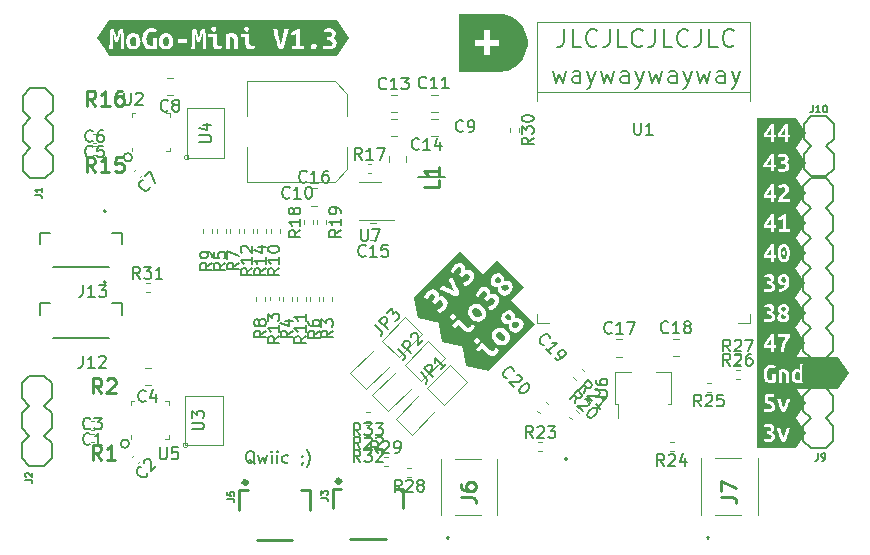
<source format=gbr>
%TF.GenerationSoftware,KiCad,Pcbnew,7.0.9*%
%TF.CreationDate,2023-12-08T19:14:30-07:00*%
%TF.ProjectId,mini_motor_go_V1_rev3,6d696e69-5f6d-46f7-946f-725f676f5f56,rev?*%
%TF.SameCoordinates,Original*%
%TF.FileFunction,Legend,Top*%
%TF.FilePolarity,Positive*%
%FSLAX46Y46*%
G04 Gerber Fmt 4.6, Leading zero omitted, Abs format (unit mm)*
G04 Created by KiCad (PCBNEW 7.0.9) date 2023-12-08 19:14:30*
%MOMM*%
%LPD*%
G01*
G04 APERTURE LIST*
%ADD10C,0.150000*%
%ADD11C,0.200000*%
%ADD12C,0.254000*%
%ADD13C,0.127000*%
%ADD14C,0.120000*%
%ADD15C,0.398780*%
%ADD16C,0.100000*%
%ADD17C,0.203200*%
G04 APERTURE END LIST*
D10*
X124353553Y-63250000D02*
G75*
G03*
X124353553Y-63250000I-353553J0D01*
G01*
X124103553Y-87500000D02*
G75*
G03*
X124103553Y-87500000I-353553J0D01*
G01*
D11*
X160937292Y-52408028D02*
X160937292Y-53479457D01*
X160937292Y-53479457D02*
X160865863Y-53693742D01*
X160865863Y-53693742D02*
X160723006Y-53836600D01*
X160723006Y-53836600D02*
X160508720Y-53908028D01*
X160508720Y-53908028D02*
X160365863Y-53908028D01*
X162365863Y-53908028D02*
X161651577Y-53908028D01*
X161651577Y-53908028D02*
X161651577Y-52408028D01*
X163723006Y-53765171D02*
X163651578Y-53836600D01*
X163651578Y-53836600D02*
X163437292Y-53908028D01*
X163437292Y-53908028D02*
X163294435Y-53908028D01*
X163294435Y-53908028D02*
X163080149Y-53836600D01*
X163080149Y-53836600D02*
X162937292Y-53693742D01*
X162937292Y-53693742D02*
X162865863Y-53550885D01*
X162865863Y-53550885D02*
X162794435Y-53265171D01*
X162794435Y-53265171D02*
X162794435Y-53050885D01*
X162794435Y-53050885D02*
X162865863Y-52765171D01*
X162865863Y-52765171D02*
X162937292Y-52622314D01*
X162937292Y-52622314D02*
X163080149Y-52479457D01*
X163080149Y-52479457D02*
X163294435Y-52408028D01*
X163294435Y-52408028D02*
X163437292Y-52408028D01*
X163437292Y-52408028D02*
X163651578Y-52479457D01*
X163651578Y-52479457D02*
X163723006Y-52550885D01*
X164794435Y-52408028D02*
X164794435Y-53479457D01*
X164794435Y-53479457D02*
X164723006Y-53693742D01*
X164723006Y-53693742D02*
X164580149Y-53836600D01*
X164580149Y-53836600D02*
X164365863Y-53908028D01*
X164365863Y-53908028D02*
X164223006Y-53908028D01*
X166223006Y-53908028D02*
X165508720Y-53908028D01*
X165508720Y-53908028D02*
X165508720Y-52408028D01*
X167580149Y-53765171D02*
X167508721Y-53836600D01*
X167508721Y-53836600D02*
X167294435Y-53908028D01*
X167294435Y-53908028D02*
X167151578Y-53908028D01*
X167151578Y-53908028D02*
X166937292Y-53836600D01*
X166937292Y-53836600D02*
X166794435Y-53693742D01*
X166794435Y-53693742D02*
X166723006Y-53550885D01*
X166723006Y-53550885D02*
X166651578Y-53265171D01*
X166651578Y-53265171D02*
X166651578Y-53050885D01*
X166651578Y-53050885D02*
X166723006Y-52765171D01*
X166723006Y-52765171D02*
X166794435Y-52622314D01*
X166794435Y-52622314D02*
X166937292Y-52479457D01*
X166937292Y-52479457D02*
X167151578Y-52408028D01*
X167151578Y-52408028D02*
X167294435Y-52408028D01*
X167294435Y-52408028D02*
X167508721Y-52479457D01*
X167508721Y-52479457D02*
X167580149Y-52550885D01*
X168651578Y-52408028D02*
X168651578Y-53479457D01*
X168651578Y-53479457D02*
X168580149Y-53693742D01*
X168580149Y-53693742D02*
X168437292Y-53836600D01*
X168437292Y-53836600D02*
X168223006Y-53908028D01*
X168223006Y-53908028D02*
X168080149Y-53908028D01*
X170080149Y-53908028D02*
X169365863Y-53908028D01*
X169365863Y-53908028D02*
X169365863Y-52408028D01*
X171437292Y-53765171D02*
X171365864Y-53836600D01*
X171365864Y-53836600D02*
X171151578Y-53908028D01*
X171151578Y-53908028D02*
X171008721Y-53908028D01*
X171008721Y-53908028D02*
X170794435Y-53836600D01*
X170794435Y-53836600D02*
X170651578Y-53693742D01*
X170651578Y-53693742D02*
X170580149Y-53550885D01*
X170580149Y-53550885D02*
X170508721Y-53265171D01*
X170508721Y-53265171D02*
X170508721Y-53050885D01*
X170508721Y-53050885D02*
X170580149Y-52765171D01*
X170580149Y-52765171D02*
X170651578Y-52622314D01*
X170651578Y-52622314D02*
X170794435Y-52479457D01*
X170794435Y-52479457D02*
X171008721Y-52408028D01*
X171008721Y-52408028D02*
X171151578Y-52408028D01*
X171151578Y-52408028D02*
X171365864Y-52479457D01*
X171365864Y-52479457D02*
X171437292Y-52550885D01*
X172508721Y-52408028D02*
X172508721Y-53479457D01*
X172508721Y-53479457D02*
X172437292Y-53693742D01*
X172437292Y-53693742D02*
X172294435Y-53836600D01*
X172294435Y-53836600D02*
X172080149Y-53908028D01*
X172080149Y-53908028D02*
X171937292Y-53908028D01*
X173937292Y-53908028D02*
X173223006Y-53908028D01*
X173223006Y-53908028D02*
X173223006Y-52408028D01*
X175294435Y-53765171D02*
X175223007Y-53836600D01*
X175223007Y-53836600D02*
X175008721Y-53908028D01*
X175008721Y-53908028D02*
X174865864Y-53908028D01*
X174865864Y-53908028D02*
X174651578Y-53836600D01*
X174651578Y-53836600D02*
X174508721Y-53693742D01*
X174508721Y-53693742D02*
X174437292Y-53550885D01*
X174437292Y-53550885D02*
X174365864Y-53265171D01*
X174365864Y-53265171D02*
X174365864Y-53050885D01*
X174365864Y-53050885D02*
X174437292Y-52765171D01*
X174437292Y-52765171D02*
X174508721Y-52622314D01*
X174508721Y-52622314D02*
X174651578Y-52479457D01*
X174651578Y-52479457D02*
X174865864Y-52408028D01*
X174865864Y-52408028D02*
X175008721Y-52408028D01*
X175008721Y-52408028D02*
X175223007Y-52479457D01*
X175223007Y-52479457D02*
X175294435Y-52550885D01*
D10*
X134753445Y-89215057D02*
X134658207Y-89167438D01*
X134658207Y-89167438D02*
X134562969Y-89072200D01*
X134562969Y-89072200D02*
X134420112Y-88929342D01*
X134420112Y-88929342D02*
X134324874Y-88881723D01*
X134324874Y-88881723D02*
X134229636Y-88881723D01*
X134277255Y-89119819D02*
X134182017Y-89072200D01*
X134182017Y-89072200D02*
X134086779Y-88976961D01*
X134086779Y-88976961D02*
X134039160Y-88786485D01*
X134039160Y-88786485D02*
X134039160Y-88453152D01*
X134039160Y-88453152D02*
X134086779Y-88262676D01*
X134086779Y-88262676D02*
X134182017Y-88167438D01*
X134182017Y-88167438D02*
X134277255Y-88119819D01*
X134277255Y-88119819D02*
X134467731Y-88119819D01*
X134467731Y-88119819D02*
X134562969Y-88167438D01*
X134562969Y-88167438D02*
X134658207Y-88262676D01*
X134658207Y-88262676D02*
X134705826Y-88453152D01*
X134705826Y-88453152D02*
X134705826Y-88786485D01*
X134705826Y-88786485D02*
X134658207Y-88976961D01*
X134658207Y-88976961D02*
X134562969Y-89072200D01*
X134562969Y-89072200D02*
X134467731Y-89119819D01*
X134467731Y-89119819D02*
X134277255Y-89119819D01*
X135039160Y-88453152D02*
X135229636Y-89119819D01*
X135229636Y-89119819D02*
X135420112Y-88643628D01*
X135420112Y-88643628D02*
X135610588Y-89119819D01*
X135610588Y-89119819D02*
X135801064Y-88453152D01*
X136182017Y-89119819D02*
X136182017Y-88453152D01*
X136182017Y-88119819D02*
X136134398Y-88167438D01*
X136134398Y-88167438D02*
X136182017Y-88215057D01*
X136182017Y-88215057D02*
X136229636Y-88167438D01*
X136229636Y-88167438D02*
X136182017Y-88119819D01*
X136182017Y-88119819D02*
X136182017Y-88215057D01*
X136658207Y-89119819D02*
X136658207Y-88453152D01*
X136658207Y-88119819D02*
X136610588Y-88167438D01*
X136610588Y-88167438D02*
X136658207Y-88215057D01*
X136658207Y-88215057D02*
X136705826Y-88167438D01*
X136705826Y-88167438D02*
X136658207Y-88119819D01*
X136658207Y-88119819D02*
X136658207Y-88215057D01*
X137562968Y-89072200D02*
X137467730Y-89119819D01*
X137467730Y-89119819D02*
X137277254Y-89119819D01*
X137277254Y-89119819D02*
X137182016Y-89072200D01*
X137182016Y-89072200D02*
X137134397Y-89024580D01*
X137134397Y-89024580D02*
X137086778Y-88929342D01*
X137086778Y-88929342D02*
X137086778Y-88643628D01*
X137086778Y-88643628D02*
X137134397Y-88548390D01*
X137134397Y-88548390D02*
X137182016Y-88500771D01*
X137182016Y-88500771D02*
X137277254Y-88453152D01*
X137277254Y-88453152D02*
X137467730Y-88453152D01*
X137467730Y-88453152D02*
X137562968Y-88500771D01*
X138801064Y-89072200D02*
X138801064Y-89119819D01*
X138801064Y-89119819D02*
X138753445Y-89215057D01*
X138753445Y-89215057D02*
X138705826Y-89262676D01*
X138753445Y-88500771D02*
X138801064Y-88548390D01*
X138801064Y-88548390D02*
X138753445Y-88596009D01*
X138753445Y-88596009D02*
X138705826Y-88548390D01*
X138705826Y-88548390D02*
X138753445Y-88500771D01*
X138753445Y-88500771D02*
X138753445Y-88596009D01*
X139134397Y-89500771D02*
X139182016Y-89453152D01*
X139182016Y-89453152D02*
X139277254Y-89310295D01*
X139277254Y-89310295D02*
X139324873Y-89215057D01*
X139324873Y-89215057D02*
X139372492Y-89072200D01*
X139372492Y-89072200D02*
X139420111Y-88834104D01*
X139420111Y-88834104D02*
X139420111Y-88643628D01*
X139420111Y-88643628D02*
X139372492Y-88405533D01*
X139372492Y-88405533D02*
X139324873Y-88262676D01*
X139324873Y-88262676D02*
X139277254Y-88167438D01*
X139277254Y-88167438D02*
X139182016Y-88024580D01*
X139182016Y-88024580D02*
X139134397Y-87976961D01*
D11*
X159965863Y-55946028D02*
X160251578Y-56946028D01*
X160251578Y-56946028D02*
X160537292Y-56231742D01*
X160537292Y-56231742D02*
X160823006Y-56946028D01*
X160823006Y-56946028D02*
X161108720Y-55946028D01*
X162323007Y-56946028D02*
X162323007Y-56160314D01*
X162323007Y-56160314D02*
X162251578Y-56017457D01*
X162251578Y-56017457D02*
X162108721Y-55946028D01*
X162108721Y-55946028D02*
X161823007Y-55946028D01*
X161823007Y-55946028D02*
X161680149Y-56017457D01*
X162323007Y-56874600D02*
X162180149Y-56946028D01*
X162180149Y-56946028D02*
X161823007Y-56946028D01*
X161823007Y-56946028D02*
X161680149Y-56874600D01*
X161680149Y-56874600D02*
X161608721Y-56731742D01*
X161608721Y-56731742D02*
X161608721Y-56588885D01*
X161608721Y-56588885D02*
X161680149Y-56446028D01*
X161680149Y-56446028D02*
X161823007Y-56374600D01*
X161823007Y-56374600D02*
X162180149Y-56374600D01*
X162180149Y-56374600D02*
X162323007Y-56303171D01*
X162894435Y-55946028D02*
X163251578Y-56946028D01*
X163608721Y-55946028D02*
X163251578Y-56946028D01*
X163251578Y-56946028D02*
X163108721Y-57303171D01*
X163108721Y-57303171D02*
X163037292Y-57374600D01*
X163037292Y-57374600D02*
X162894435Y-57446028D01*
X164037292Y-55946028D02*
X164323007Y-56946028D01*
X164323007Y-56946028D02*
X164608721Y-56231742D01*
X164608721Y-56231742D02*
X164894435Y-56946028D01*
X164894435Y-56946028D02*
X165180149Y-55946028D01*
X166394436Y-56946028D02*
X166394436Y-56160314D01*
X166394436Y-56160314D02*
X166323007Y-56017457D01*
X166323007Y-56017457D02*
X166180150Y-55946028D01*
X166180150Y-55946028D02*
X165894436Y-55946028D01*
X165894436Y-55946028D02*
X165751578Y-56017457D01*
X166394436Y-56874600D02*
X166251578Y-56946028D01*
X166251578Y-56946028D02*
X165894436Y-56946028D01*
X165894436Y-56946028D02*
X165751578Y-56874600D01*
X165751578Y-56874600D02*
X165680150Y-56731742D01*
X165680150Y-56731742D02*
X165680150Y-56588885D01*
X165680150Y-56588885D02*
X165751578Y-56446028D01*
X165751578Y-56446028D02*
X165894436Y-56374600D01*
X165894436Y-56374600D02*
X166251578Y-56374600D01*
X166251578Y-56374600D02*
X166394436Y-56303171D01*
X166965864Y-55946028D02*
X167323007Y-56946028D01*
X167680150Y-55946028D02*
X167323007Y-56946028D01*
X167323007Y-56946028D02*
X167180150Y-57303171D01*
X167180150Y-57303171D02*
X167108721Y-57374600D01*
X167108721Y-57374600D02*
X166965864Y-57446028D01*
X168108721Y-55946028D02*
X168394436Y-56946028D01*
X168394436Y-56946028D02*
X168680150Y-56231742D01*
X168680150Y-56231742D02*
X168965864Y-56946028D01*
X168965864Y-56946028D02*
X169251578Y-55946028D01*
X170465865Y-56946028D02*
X170465865Y-56160314D01*
X170465865Y-56160314D02*
X170394436Y-56017457D01*
X170394436Y-56017457D02*
X170251579Y-55946028D01*
X170251579Y-55946028D02*
X169965865Y-55946028D01*
X169965865Y-55946028D02*
X169823007Y-56017457D01*
X170465865Y-56874600D02*
X170323007Y-56946028D01*
X170323007Y-56946028D02*
X169965865Y-56946028D01*
X169965865Y-56946028D02*
X169823007Y-56874600D01*
X169823007Y-56874600D02*
X169751579Y-56731742D01*
X169751579Y-56731742D02*
X169751579Y-56588885D01*
X169751579Y-56588885D02*
X169823007Y-56446028D01*
X169823007Y-56446028D02*
X169965865Y-56374600D01*
X169965865Y-56374600D02*
X170323007Y-56374600D01*
X170323007Y-56374600D02*
X170465865Y-56303171D01*
X171037293Y-55946028D02*
X171394436Y-56946028D01*
X171751579Y-55946028D02*
X171394436Y-56946028D01*
X171394436Y-56946028D02*
X171251579Y-57303171D01*
X171251579Y-57303171D02*
X171180150Y-57374600D01*
X171180150Y-57374600D02*
X171037293Y-57446028D01*
X172180150Y-55946028D02*
X172465865Y-56946028D01*
X172465865Y-56946028D02*
X172751579Y-56231742D01*
X172751579Y-56231742D02*
X173037293Y-56946028D01*
X173037293Y-56946028D02*
X173323007Y-55946028D01*
X174537294Y-56946028D02*
X174537294Y-56160314D01*
X174537294Y-56160314D02*
X174465865Y-56017457D01*
X174465865Y-56017457D02*
X174323008Y-55946028D01*
X174323008Y-55946028D02*
X174037294Y-55946028D01*
X174037294Y-55946028D02*
X173894436Y-56017457D01*
X174537294Y-56874600D02*
X174394436Y-56946028D01*
X174394436Y-56946028D02*
X174037294Y-56946028D01*
X174037294Y-56946028D02*
X173894436Y-56874600D01*
X173894436Y-56874600D02*
X173823008Y-56731742D01*
X173823008Y-56731742D02*
X173823008Y-56588885D01*
X173823008Y-56588885D02*
X173894436Y-56446028D01*
X173894436Y-56446028D02*
X174037294Y-56374600D01*
X174037294Y-56374600D02*
X174394436Y-56374600D01*
X174394436Y-56374600D02*
X174537294Y-56303171D01*
X175108722Y-55946028D02*
X175465865Y-56946028D01*
X175823008Y-55946028D02*
X175465865Y-56946028D01*
X175465865Y-56946028D02*
X175323008Y-57303171D01*
X175323008Y-57303171D02*
X175251579Y-57374600D01*
X175251579Y-57374600D02*
X175108722Y-57446028D01*
D10*
X125659652Y-90008096D02*
X125659652Y-90075440D01*
X125659652Y-90075440D02*
X125592308Y-90210127D01*
X125592308Y-90210127D02*
X125524965Y-90277470D01*
X125524965Y-90277470D02*
X125390278Y-90344814D01*
X125390278Y-90344814D02*
X125255591Y-90344814D01*
X125255591Y-90344814D02*
X125154576Y-90311142D01*
X125154576Y-90311142D02*
X124986217Y-90210127D01*
X124986217Y-90210127D02*
X124885202Y-90109112D01*
X124885202Y-90109112D02*
X124784186Y-89940753D01*
X124784186Y-89940753D02*
X124750515Y-89839738D01*
X124750515Y-89839738D02*
X124750515Y-89705051D01*
X124750515Y-89705051D02*
X124817858Y-89570364D01*
X124817858Y-89570364D02*
X124885202Y-89503020D01*
X124885202Y-89503020D02*
X125019889Y-89435677D01*
X125019889Y-89435677D02*
X125087232Y-89435677D01*
X125356606Y-89166303D02*
X125356606Y-89098959D01*
X125356606Y-89098959D02*
X125390278Y-88997944D01*
X125390278Y-88997944D02*
X125558637Y-88829585D01*
X125558637Y-88829585D02*
X125659652Y-88795913D01*
X125659652Y-88795913D02*
X125726995Y-88795913D01*
X125726995Y-88795913D02*
X125828011Y-88829585D01*
X125828011Y-88829585D02*
X125895354Y-88896929D01*
X125895354Y-88896929D02*
X125962698Y-89031616D01*
X125962698Y-89031616D02*
X125962698Y-89839738D01*
X125962698Y-89839738D02*
X126400430Y-89402005D01*
X135686568Y-72656323D02*
X135210377Y-72989656D01*
X135686568Y-73227751D02*
X134686568Y-73227751D01*
X134686568Y-73227751D02*
X134686568Y-72846799D01*
X134686568Y-72846799D02*
X134734187Y-72751561D01*
X134734187Y-72751561D02*
X134781806Y-72703942D01*
X134781806Y-72703942D02*
X134877044Y-72656323D01*
X134877044Y-72656323D02*
X135019901Y-72656323D01*
X135019901Y-72656323D02*
X135115139Y-72703942D01*
X135115139Y-72703942D02*
X135162758Y-72751561D01*
X135162758Y-72751561D02*
X135210377Y-72846799D01*
X135210377Y-72846799D02*
X135210377Y-73227751D01*
X135686568Y-71703942D02*
X135686568Y-72275370D01*
X135686568Y-71989656D02*
X134686568Y-71989656D01*
X134686568Y-71989656D02*
X134829425Y-72084894D01*
X134829425Y-72084894D02*
X134924663Y-72180132D01*
X134924663Y-72180132D02*
X134972282Y-72275370D01*
X135019901Y-70846799D02*
X135686568Y-70846799D01*
X134638949Y-71084894D02*
X135353234Y-71322989D01*
X135353234Y-71322989D02*
X135353234Y-70703942D01*
X148778339Y-81447355D02*
X149283415Y-81952431D01*
X149283415Y-81952431D02*
X149350758Y-82087118D01*
X149350758Y-82087118D02*
X149350758Y-82221805D01*
X149350758Y-82221805D02*
X149283415Y-82356492D01*
X149283415Y-82356492D02*
X149216071Y-82423836D01*
X149822163Y-81817744D02*
X149115056Y-81110637D01*
X149115056Y-81110637D02*
X149384430Y-80841263D01*
X149384430Y-80841263D02*
X149485446Y-80807592D01*
X149485446Y-80807592D02*
X149552789Y-80807592D01*
X149552789Y-80807592D02*
X149653804Y-80841263D01*
X149653804Y-80841263D02*
X149754820Y-80942279D01*
X149754820Y-80942279D02*
X149788491Y-81043294D01*
X149788491Y-81043294D02*
X149788491Y-81110637D01*
X149788491Y-81110637D02*
X149754820Y-81211653D01*
X149754820Y-81211653D02*
X149485446Y-81481027D01*
X150899659Y-80740248D02*
X150495598Y-81144309D01*
X150697629Y-80942279D02*
X149990522Y-80235172D01*
X149990522Y-80235172D02*
X150024194Y-80403531D01*
X150024194Y-80403531D02*
X150024194Y-80538218D01*
X150024194Y-80538218D02*
X149990522Y-80639233D01*
X145862142Y-57404580D02*
X145814523Y-57452200D01*
X145814523Y-57452200D02*
X145671666Y-57499819D01*
X145671666Y-57499819D02*
X145576428Y-57499819D01*
X145576428Y-57499819D02*
X145433571Y-57452200D01*
X145433571Y-57452200D02*
X145338333Y-57356961D01*
X145338333Y-57356961D02*
X145290714Y-57261723D01*
X145290714Y-57261723D02*
X145243095Y-57071247D01*
X145243095Y-57071247D02*
X145243095Y-56928390D01*
X145243095Y-56928390D02*
X145290714Y-56737914D01*
X145290714Y-56737914D02*
X145338333Y-56642676D01*
X145338333Y-56642676D02*
X145433571Y-56547438D01*
X145433571Y-56547438D02*
X145576428Y-56499819D01*
X145576428Y-56499819D02*
X145671666Y-56499819D01*
X145671666Y-56499819D02*
X145814523Y-56547438D01*
X145814523Y-56547438D02*
X145862142Y-56595057D01*
X146814523Y-57499819D02*
X146243095Y-57499819D01*
X146528809Y-57499819D02*
X146528809Y-56499819D01*
X146528809Y-56499819D02*
X146433571Y-56642676D01*
X146433571Y-56642676D02*
X146338333Y-56737914D01*
X146338333Y-56737914D02*
X146243095Y-56785533D01*
X147147857Y-56499819D02*
X147766904Y-56499819D01*
X147766904Y-56499819D02*
X147433571Y-56880771D01*
X147433571Y-56880771D02*
X147576428Y-56880771D01*
X147576428Y-56880771D02*
X147671666Y-56928390D01*
X147671666Y-56928390D02*
X147719285Y-56976009D01*
X147719285Y-56976009D02*
X147766904Y-57071247D01*
X147766904Y-57071247D02*
X147766904Y-57309342D01*
X147766904Y-57309342D02*
X147719285Y-57404580D01*
X147719285Y-57404580D02*
X147671666Y-57452200D01*
X147671666Y-57452200D02*
X147576428Y-57499819D01*
X147576428Y-57499819D02*
X147290714Y-57499819D01*
X147290714Y-57499819D02*
X147195476Y-57452200D01*
X147195476Y-57452200D02*
X147147857Y-57404580D01*
X130058418Y-61970304D02*
X130867941Y-61970304D01*
X130867941Y-61970304D02*
X130963179Y-61922685D01*
X130963179Y-61922685D02*
X131010799Y-61875066D01*
X131010799Y-61875066D02*
X131058418Y-61779828D01*
X131058418Y-61779828D02*
X131058418Y-61589352D01*
X131058418Y-61589352D02*
X131010799Y-61494114D01*
X131010799Y-61494114D02*
X130963179Y-61446495D01*
X130963179Y-61446495D02*
X130867941Y-61398876D01*
X130867941Y-61398876D02*
X130058418Y-61398876D01*
X130391751Y-60494114D02*
X131058418Y-60494114D01*
X130010799Y-60732209D02*
X130725084Y-60970304D01*
X130725084Y-60970304D02*
X130725084Y-60351257D01*
X123682095Y-57781619D02*
X123682095Y-58591142D01*
X123682095Y-58591142D02*
X123729714Y-58686380D01*
X123729714Y-58686380D02*
X123777333Y-58734000D01*
X123777333Y-58734000D02*
X123872571Y-58781619D01*
X123872571Y-58781619D02*
X124063047Y-58781619D01*
X124063047Y-58781619D02*
X124158285Y-58734000D01*
X124158285Y-58734000D02*
X124205904Y-58686380D01*
X124205904Y-58686380D02*
X124253523Y-58591142D01*
X124253523Y-58591142D02*
X124253523Y-57781619D01*
X124682095Y-57876857D02*
X124729714Y-57829238D01*
X124729714Y-57829238D02*
X124824952Y-57781619D01*
X124824952Y-57781619D02*
X125063047Y-57781619D01*
X125063047Y-57781619D02*
X125158285Y-57829238D01*
X125158285Y-57829238D02*
X125205904Y-57876857D01*
X125205904Y-57876857D02*
X125253523Y-57972095D01*
X125253523Y-57972095D02*
X125253523Y-58067333D01*
X125253523Y-58067333D02*
X125205904Y-58210190D01*
X125205904Y-58210190D02*
X124634476Y-58781619D01*
X124634476Y-58781619D02*
X125253523Y-58781619D01*
X133407451Y-72177483D02*
X132931260Y-72510816D01*
X133407451Y-72748911D02*
X132407451Y-72748911D01*
X132407451Y-72748911D02*
X132407451Y-72367959D01*
X132407451Y-72367959D02*
X132455070Y-72272721D01*
X132455070Y-72272721D02*
X132502689Y-72225102D01*
X132502689Y-72225102D02*
X132597927Y-72177483D01*
X132597927Y-72177483D02*
X132740784Y-72177483D01*
X132740784Y-72177483D02*
X132836022Y-72225102D01*
X132836022Y-72225102D02*
X132883641Y-72272721D01*
X132883641Y-72272721D02*
X132931260Y-72367959D01*
X132931260Y-72367959D02*
X132931260Y-72748911D01*
X132407451Y-71844149D02*
X132407451Y-71177483D01*
X132407451Y-71177483D02*
X133407451Y-71606054D01*
X169752142Y-78044580D02*
X169704523Y-78092200D01*
X169704523Y-78092200D02*
X169561666Y-78139819D01*
X169561666Y-78139819D02*
X169466428Y-78139819D01*
X169466428Y-78139819D02*
X169323571Y-78092200D01*
X169323571Y-78092200D02*
X169228333Y-77996961D01*
X169228333Y-77996961D02*
X169180714Y-77901723D01*
X169180714Y-77901723D02*
X169133095Y-77711247D01*
X169133095Y-77711247D02*
X169133095Y-77568390D01*
X169133095Y-77568390D02*
X169180714Y-77377914D01*
X169180714Y-77377914D02*
X169228333Y-77282676D01*
X169228333Y-77282676D02*
X169323571Y-77187438D01*
X169323571Y-77187438D02*
X169466428Y-77139819D01*
X169466428Y-77139819D02*
X169561666Y-77139819D01*
X169561666Y-77139819D02*
X169704523Y-77187438D01*
X169704523Y-77187438D02*
X169752142Y-77235057D01*
X170704523Y-78139819D02*
X170133095Y-78139819D01*
X170418809Y-78139819D02*
X170418809Y-77139819D01*
X170418809Y-77139819D02*
X170323571Y-77282676D01*
X170323571Y-77282676D02*
X170228333Y-77377914D01*
X170228333Y-77377914D02*
X170133095Y-77425533D01*
X171275952Y-77568390D02*
X171180714Y-77520771D01*
X171180714Y-77520771D02*
X171133095Y-77473152D01*
X171133095Y-77473152D02*
X171085476Y-77377914D01*
X171085476Y-77377914D02*
X171085476Y-77330295D01*
X171085476Y-77330295D02*
X171133095Y-77235057D01*
X171133095Y-77235057D02*
X171180714Y-77187438D01*
X171180714Y-77187438D02*
X171275952Y-77139819D01*
X171275952Y-77139819D02*
X171466428Y-77139819D01*
X171466428Y-77139819D02*
X171561666Y-77187438D01*
X171561666Y-77187438D02*
X171609285Y-77235057D01*
X171609285Y-77235057D02*
X171656904Y-77330295D01*
X171656904Y-77330295D02*
X171656904Y-77377914D01*
X171656904Y-77377914D02*
X171609285Y-77473152D01*
X171609285Y-77473152D02*
X171561666Y-77520771D01*
X171561666Y-77520771D02*
X171466428Y-77568390D01*
X171466428Y-77568390D02*
X171275952Y-77568390D01*
X171275952Y-77568390D02*
X171180714Y-77616009D01*
X171180714Y-77616009D02*
X171133095Y-77663628D01*
X171133095Y-77663628D02*
X171085476Y-77758866D01*
X171085476Y-77758866D02*
X171085476Y-77949342D01*
X171085476Y-77949342D02*
X171133095Y-78044580D01*
X171133095Y-78044580D02*
X171180714Y-78092200D01*
X171180714Y-78092200D02*
X171275952Y-78139819D01*
X171275952Y-78139819D02*
X171466428Y-78139819D01*
X171466428Y-78139819D02*
X171561666Y-78092200D01*
X171561666Y-78092200D02*
X171609285Y-78044580D01*
X171609285Y-78044580D02*
X171656904Y-77949342D01*
X171656904Y-77949342D02*
X171656904Y-77758866D01*
X171656904Y-77758866D02*
X171609285Y-77663628D01*
X171609285Y-77663628D02*
X171561666Y-77616009D01*
X171561666Y-77616009D02*
X171466428Y-77568390D01*
X164962143Y-78084580D02*
X164914524Y-78132200D01*
X164914524Y-78132200D02*
X164771667Y-78179819D01*
X164771667Y-78179819D02*
X164676429Y-78179819D01*
X164676429Y-78179819D02*
X164533572Y-78132200D01*
X164533572Y-78132200D02*
X164438334Y-78036961D01*
X164438334Y-78036961D02*
X164390715Y-77941723D01*
X164390715Y-77941723D02*
X164343096Y-77751247D01*
X164343096Y-77751247D02*
X164343096Y-77608390D01*
X164343096Y-77608390D02*
X164390715Y-77417914D01*
X164390715Y-77417914D02*
X164438334Y-77322676D01*
X164438334Y-77322676D02*
X164533572Y-77227438D01*
X164533572Y-77227438D02*
X164676429Y-77179819D01*
X164676429Y-77179819D02*
X164771667Y-77179819D01*
X164771667Y-77179819D02*
X164914524Y-77227438D01*
X164914524Y-77227438D02*
X164962143Y-77275057D01*
X165914524Y-78179819D02*
X165343096Y-78179819D01*
X165628810Y-78179819D02*
X165628810Y-77179819D01*
X165628810Y-77179819D02*
X165533572Y-77322676D01*
X165533572Y-77322676D02*
X165438334Y-77417914D01*
X165438334Y-77417914D02*
X165343096Y-77465533D01*
X166247858Y-77179819D02*
X166914524Y-77179819D01*
X166914524Y-77179819D02*
X166485953Y-78179819D01*
X161830197Y-84092393D02*
X161931212Y-83519974D01*
X161426136Y-83688332D02*
X162133243Y-82981226D01*
X162133243Y-82981226D02*
X162402617Y-83250600D01*
X162402617Y-83250600D02*
X162436289Y-83351615D01*
X162436289Y-83351615D02*
X162436289Y-83418958D01*
X162436289Y-83418958D02*
X162402617Y-83519974D01*
X162402617Y-83519974D02*
X162301602Y-83620989D01*
X162301602Y-83620989D02*
X162200586Y-83654661D01*
X162200586Y-83654661D02*
X162133243Y-83654661D01*
X162133243Y-83654661D02*
X162032228Y-83620989D01*
X162032228Y-83620989D02*
X161762854Y-83351615D01*
X162739334Y-83722004D02*
X162806678Y-83722004D01*
X162806678Y-83722004D02*
X162907693Y-83755676D01*
X162907693Y-83755676D02*
X163076052Y-83924035D01*
X163076052Y-83924035D02*
X163109724Y-84025050D01*
X163109724Y-84025050D02*
X163109724Y-84092393D01*
X163109724Y-84092393D02*
X163076052Y-84193409D01*
X163076052Y-84193409D02*
X163008708Y-84260752D01*
X163008708Y-84260752D02*
X162874021Y-84328096D01*
X162874021Y-84328096D02*
X162065899Y-84328096D01*
X162065899Y-84328096D02*
X162503632Y-84765828D01*
X163648472Y-84496455D02*
X163715815Y-84563798D01*
X163715815Y-84563798D02*
X163749487Y-84664813D01*
X163749487Y-84664813D02*
X163749487Y-84732157D01*
X163749487Y-84732157D02*
X163715815Y-84833172D01*
X163715815Y-84833172D02*
X163614800Y-85001531D01*
X163614800Y-85001531D02*
X163446441Y-85169890D01*
X163446441Y-85169890D02*
X163278083Y-85270905D01*
X163278083Y-85270905D02*
X163177067Y-85304577D01*
X163177067Y-85304577D02*
X163109724Y-85304577D01*
X163109724Y-85304577D02*
X163008709Y-85270905D01*
X163008709Y-85270905D02*
X162941365Y-85203561D01*
X162941365Y-85203561D02*
X162907693Y-85102546D01*
X162907693Y-85102546D02*
X162907693Y-85035203D01*
X162907693Y-85035203D02*
X162941365Y-84934187D01*
X162941365Y-84934187D02*
X163042380Y-84765829D01*
X163042380Y-84765829D02*
X163210739Y-84597470D01*
X163210739Y-84597470D02*
X163379098Y-84496455D01*
X163379098Y-84496455D02*
X163480113Y-84462783D01*
X163480113Y-84462783D02*
X163547457Y-84462783D01*
X163547457Y-84462783D02*
X163648472Y-84496455D01*
X129434343Y-86288362D02*
X130243866Y-86288362D01*
X130243866Y-86288362D02*
X130339104Y-86240743D01*
X130339104Y-86240743D02*
X130386724Y-86193124D01*
X130386724Y-86193124D02*
X130434343Y-86097886D01*
X130434343Y-86097886D02*
X130434343Y-85907410D01*
X130434343Y-85907410D02*
X130386724Y-85812172D01*
X130386724Y-85812172D02*
X130339104Y-85764553D01*
X130339104Y-85764553D02*
X130243866Y-85716934D01*
X130243866Y-85716934D02*
X129434343Y-85716934D01*
X129434343Y-85335981D02*
X129434343Y-84716934D01*
X129434343Y-84716934D02*
X129815295Y-85050267D01*
X129815295Y-85050267D02*
X129815295Y-84907410D01*
X129815295Y-84907410D02*
X129862914Y-84812172D01*
X129862914Y-84812172D02*
X129910533Y-84764553D01*
X129910533Y-84764553D02*
X130005771Y-84716934D01*
X130005771Y-84716934D02*
X130243866Y-84716934D01*
X130243866Y-84716934D02*
X130339104Y-84764553D01*
X130339104Y-84764553D02*
X130386724Y-84812172D01*
X130386724Y-84812172D02*
X130434343Y-84907410D01*
X130434343Y-84907410D02*
X130434343Y-85193124D01*
X130434343Y-85193124D02*
X130386724Y-85288362D01*
X130386724Y-85288362D02*
X130339104Y-85335981D01*
X152379412Y-61010941D02*
X152331793Y-61058561D01*
X152331793Y-61058561D02*
X152188936Y-61106180D01*
X152188936Y-61106180D02*
X152093698Y-61106180D01*
X152093698Y-61106180D02*
X151950841Y-61058561D01*
X151950841Y-61058561D02*
X151855603Y-60963322D01*
X151855603Y-60963322D02*
X151807984Y-60868084D01*
X151807984Y-60868084D02*
X151760365Y-60677608D01*
X151760365Y-60677608D02*
X151760365Y-60534751D01*
X151760365Y-60534751D02*
X151807984Y-60344275D01*
X151807984Y-60344275D02*
X151855603Y-60249037D01*
X151855603Y-60249037D02*
X151950841Y-60153799D01*
X151950841Y-60153799D02*
X152093698Y-60106180D01*
X152093698Y-60106180D02*
X152188936Y-60106180D01*
X152188936Y-60106180D02*
X152331793Y-60153799D01*
X152331793Y-60153799D02*
X152379412Y-60201418D01*
X152855603Y-61106180D02*
X153046079Y-61106180D01*
X153046079Y-61106180D02*
X153141317Y-61058561D01*
X153141317Y-61058561D02*
X153188936Y-61010941D01*
X153188936Y-61010941D02*
X153284174Y-60868084D01*
X153284174Y-60868084D02*
X153331793Y-60677608D01*
X153331793Y-60677608D02*
X153331793Y-60296656D01*
X153331793Y-60296656D02*
X153284174Y-60201418D01*
X153284174Y-60201418D02*
X153236555Y-60153799D01*
X153236555Y-60153799D02*
X153141317Y-60106180D01*
X153141317Y-60106180D02*
X152950841Y-60106180D01*
X152950841Y-60106180D02*
X152855603Y-60153799D01*
X152855603Y-60153799D02*
X152807984Y-60201418D01*
X152807984Y-60201418D02*
X152760365Y-60296656D01*
X152760365Y-60296656D02*
X152760365Y-60534751D01*
X152760365Y-60534751D02*
X152807984Y-60629989D01*
X152807984Y-60629989D02*
X152855603Y-60677608D01*
X152855603Y-60677608D02*
X152950841Y-60725227D01*
X152950841Y-60725227D02*
X153141317Y-60725227D01*
X153141317Y-60725227D02*
X153236555Y-60677608D01*
X153236555Y-60677608D02*
X153284174Y-60629989D01*
X153284174Y-60629989D02*
X153331793Y-60534751D01*
X172541110Y-84339636D02*
X172207777Y-83863445D01*
X171969682Y-84339636D02*
X171969682Y-83339636D01*
X171969682Y-83339636D02*
X172350634Y-83339636D01*
X172350634Y-83339636D02*
X172445872Y-83387255D01*
X172445872Y-83387255D02*
X172493491Y-83434874D01*
X172493491Y-83434874D02*
X172541110Y-83530112D01*
X172541110Y-83530112D02*
X172541110Y-83672969D01*
X172541110Y-83672969D02*
X172493491Y-83768207D01*
X172493491Y-83768207D02*
X172445872Y-83815826D01*
X172445872Y-83815826D02*
X172350634Y-83863445D01*
X172350634Y-83863445D02*
X171969682Y-83863445D01*
X172922063Y-83434874D02*
X172969682Y-83387255D01*
X172969682Y-83387255D02*
X173064920Y-83339636D01*
X173064920Y-83339636D02*
X173303015Y-83339636D01*
X173303015Y-83339636D02*
X173398253Y-83387255D01*
X173398253Y-83387255D02*
X173445872Y-83434874D01*
X173445872Y-83434874D02*
X173493491Y-83530112D01*
X173493491Y-83530112D02*
X173493491Y-83625350D01*
X173493491Y-83625350D02*
X173445872Y-83768207D01*
X173445872Y-83768207D02*
X172874444Y-84339636D01*
X172874444Y-84339636D02*
X173493491Y-84339636D01*
X174398253Y-83339636D02*
X173922063Y-83339636D01*
X173922063Y-83339636D02*
X173874444Y-83815826D01*
X173874444Y-83815826D02*
X173922063Y-83768207D01*
X173922063Y-83768207D02*
X174017301Y-83720588D01*
X174017301Y-83720588D02*
X174255396Y-83720588D01*
X174255396Y-83720588D02*
X174350634Y-83768207D01*
X174350634Y-83768207D02*
X174398253Y-83815826D01*
X174398253Y-83815826D02*
X174445872Y-83911064D01*
X174445872Y-83911064D02*
X174445872Y-84149159D01*
X174445872Y-84149159D02*
X174398253Y-84244397D01*
X174398253Y-84244397D02*
X174350634Y-84292017D01*
X174350634Y-84292017D02*
X174255396Y-84339636D01*
X174255396Y-84339636D02*
X174017301Y-84339636D01*
X174017301Y-84339636D02*
X173922063Y-84292017D01*
X173922063Y-84292017D02*
X173874444Y-84244397D01*
X143817142Y-63446819D02*
X143483809Y-62970628D01*
X143245714Y-63446819D02*
X143245714Y-62446819D01*
X143245714Y-62446819D02*
X143626666Y-62446819D01*
X143626666Y-62446819D02*
X143721904Y-62494438D01*
X143721904Y-62494438D02*
X143769523Y-62542057D01*
X143769523Y-62542057D02*
X143817142Y-62637295D01*
X143817142Y-62637295D02*
X143817142Y-62780152D01*
X143817142Y-62780152D02*
X143769523Y-62875390D01*
X143769523Y-62875390D02*
X143721904Y-62923009D01*
X143721904Y-62923009D02*
X143626666Y-62970628D01*
X143626666Y-62970628D02*
X143245714Y-62970628D01*
X144769523Y-63446819D02*
X144198095Y-63446819D01*
X144483809Y-63446819D02*
X144483809Y-62446819D01*
X144483809Y-62446819D02*
X144388571Y-62589676D01*
X144388571Y-62589676D02*
X144293333Y-62684914D01*
X144293333Y-62684914D02*
X144198095Y-62732533D01*
X145102857Y-62446819D02*
X145769523Y-62446819D01*
X145769523Y-62446819D02*
X145340952Y-63446819D01*
X143684742Y-86784923D02*
X143351409Y-86308732D01*
X143113314Y-86784923D02*
X143113314Y-85784923D01*
X143113314Y-85784923D02*
X143494266Y-85784923D01*
X143494266Y-85784923D02*
X143589504Y-85832542D01*
X143589504Y-85832542D02*
X143637123Y-85880161D01*
X143637123Y-85880161D02*
X143684742Y-85975399D01*
X143684742Y-85975399D02*
X143684742Y-86118256D01*
X143684742Y-86118256D02*
X143637123Y-86213494D01*
X143637123Y-86213494D02*
X143589504Y-86261113D01*
X143589504Y-86261113D02*
X143494266Y-86308732D01*
X143494266Y-86308732D02*
X143113314Y-86308732D01*
X144018076Y-85784923D02*
X144637123Y-85784923D01*
X144637123Y-85784923D02*
X144303790Y-86165875D01*
X144303790Y-86165875D02*
X144446647Y-86165875D01*
X144446647Y-86165875D02*
X144541885Y-86213494D01*
X144541885Y-86213494D02*
X144589504Y-86261113D01*
X144589504Y-86261113D02*
X144637123Y-86356351D01*
X144637123Y-86356351D02*
X144637123Y-86594446D01*
X144637123Y-86594446D02*
X144589504Y-86689684D01*
X144589504Y-86689684D02*
X144541885Y-86737304D01*
X144541885Y-86737304D02*
X144446647Y-86784923D01*
X144446647Y-86784923D02*
X144160933Y-86784923D01*
X144160933Y-86784923D02*
X144065695Y-86737304D01*
X144065695Y-86737304D02*
X144018076Y-86689684D01*
X144970457Y-85784923D02*
X145589504Y-85784923D01*
X145589504Y-85784923D02*
X145256171Y-86165875D01*
X145256171Y-86165875D02*
X145399028Y-86165875D01*
X145399028Y-86165875D02*
X145494266Y-86213494D01*
X145494266Y-86213494D02*
X145541885Y-86261113D01*
X145541885Y-86261113D02*
X145589504Y-86356351D01*
X145589504Y-86356351D02*
X145589504Y-86594446D01*
X145589504Y-86594446D02*
X145541885Y-86689684D01*
X145541885Y-86689684D02*
X145494266Y-86737304D01*
X145494266Y-86737304D02*
X145399028Y-86784923D01*
X145399028Y-86784923D02*
X145113314Y-86784923D01*
X145113314Y-86784923D02*
X145018076Y-86737304D01*
X145018076Y-86737304D02*
X144970457Y-86689684D01*
X121017733Y-61863580D02*
X120970114Y-61911200D01*
X120970114Y-61911200D02*
X120827257Y-61958819D01*
X120827257Y-61958819D02*
X120732019Y-61958819D01*
X120732019Y-61958819D02*
X120589162Y-61911200D01*
X120589162Y-61911200D02*
X120493924Y-61815961D01*
X120493924Y-61815961D02*
X120446305Y-61720723D01*
X120446305Y-61720723D02*
X120398686Y-61530247D01*
X120398686Y-61530247D02*
X120398686Y-61387390D01*
X120398686Y-61387390D02*
X120446305Y-61196914D01*
X120446305Y-61196914D02*
X120493924Y-61101676D01*
X120493924Y-61101676D02*
X120589162Y-61006438D01*
X120589162Y-61006438D02*
X120732019Y-60958819D01*
X120732019Y-60958819D02*
X120827257Y-60958819D01*
X120827257Y-60958819D02*
X120970114Y-61006438D01*
X120970114Y-61006438D02*
X121017733Y-61054057D01*
X121874876Y-60958819D02*
X121684400Y-60958819D01*
X121684400Y-60958819D02*
X121589162Y-61006438D01*
X121589162Y-61006438D02*
X121541543Y-61054057D01*
X121541543Y-61054057D02*
X121446305Y-61196914D01*
X121446305Y-61196914D02*
X121398686Y-61387390D01*
X121398686Y-61387390D02*
X121398686Y-61768342D01*
X121398686Y-61768342D02*
X121446305Y-61863580D01*
X121446305Y-61863580D02*
X121493924Y-61911200D01*
X121493924Y-61911200D02*
X121589162Y-61958819D01*
X121589162Y-61958819D02*
X121779638Y-61958819D01*
X121779638Y-61958819D02*
X121874876Y-61911200D01*
X121874876Y-61911200D02*
X121922495Y-61863580D01*
X121922495Y-61863580D02*
X121970114Y-61768342D01*
X121970114Y-61768342D02*
X121970114Y-61530247D01*
X121970114Y-61530247D02*
X121922495Y-61435009D01*
X121922495Y-61435009D02*
X121874876Y-61387390D01*
X121874876Y-61387390D02*
X121779638Y-61339771D01*
X121779638Y-61339771D02*
X121589162Y-61339771D01*
X121589162Y-61339771D02*
X121493924Y-61387390D01*
X121493924Y-61387390D02*
X121446305Y-61435009D01*
X121446305Y-61435009D02*
X121398686Y-61530247D01*
D12*
X150317459Y-65142794D02*
X150317459Y-65747556D01*
X150317459Y-65747556D02*
X149047459Y-65747556D01*
X150317459Y-64054222D02*
X150317459Y-64779937D01*
X150317459Y-64417080D02*
X149047459Y-64417080D01*
X149047459Y-64417080D02*
X149228887Y-64538032D01*
X149228887Y-64538032D02*
X149349840Y-64658984D01*
X149349840Y-64658984D02*
X149410316Y-64779937D01*
X121740634Y-88863150D02*
X121317300Y-88258388D01*
X121014919Y-88863150D02*
X121014919Y-87593150D01*
X121014919Y-87593150D02*
X121498729Y-87593150D01*
X121498729Y-87593150D02*
X121619681Y-87653626D01*
X121619681Y-87653626D02*
X121680158Y-87714102D01*
X121680158Y-87714102D02*
X121740634Y-87835054D01*
X121740634Y-87835054D02*
X121740634Y-88016483D01*
X121740634Y-88016483D02*
X121680158Y-88137435D01*
X121680158Y-88137435D02*
X121619681Y-88197912D01*
X121619681Y-88197912D02*
X121498729Y-88258388D01*
X121498729Y-88258388D02*
X121014919Y-88258388D01*
X122950158Y-88863150D02*
X122224443Y-88863150D01*
X122587300Y-88863150D02*
X122587300Y-87593150D01*
X122587300Y-87593150D02*
X122466348Y-87774578D01*
X122466348Y-87774578D02*
X122345396Y-87895531D01*
X122345396Y-87895531D02*
X122224443Y-87956007D01*
D10*
X143692300Y-87907662D02*
X143358967Y-87431471D01*
X143120872Y-87907662D02*
X143120872Y-86907662D01*
X143120872Y-86907662D02*
X143501824Y-86907662D01*
X143501824Y-86907662D02*
X143597062Y-86955281D01*
X143597062Y-86955281D02*
X143644681Y-87002900D01*
X143644681Y-87002900D02*
X143692300Y-87098138D01*
X143692300Y-87098138D02*
X143692300Y-87240995D01*
X143692300Y-87240995D02*
X143644681Y-87336233D01*
X143644681Y-87336233D02*
X143597062Y-87383852D01*
X143597062Y-87383852D02*
X143501824Y-87431471D01*
X143501824Y-87431471D02*
X143120872Y-87431471D01*
X144073253Y-87002900D02*
X144120872Y-86955281D01*
X144120872Y-86955281D02*
X144216110Y-86907662D01*
X144216110Y-86907662D02*
X144454205Y-86907662D01*
X144454205Y-86907662D02*
X144549443Y-86955281D01*
X144549443Y-86955281D02*
X144597062Y-87002900D01*
X144597062Y-87002900D02*
X144644681Y-87098138D01*
X144644681Y-87098138D02*
X144644681Y-87193376D01*
X144644681Y-87193376D02*
X144597062Y-87336233D01*
X144597062Y-87336233D02*
X144025634Y-87907662D01*
X144025634Y-87907662D02*
X144644681Y-87907662D01*
X145025634Y-87002900D02*
X145073253Y-86955281D01*
X145073253Y-86955281D02*
X145168491Y-86907662D01*
X145168491Y-86907662D02*
X145406586Y-86907662D01*
X145406586Y-86907662D02*
X145501824Y-86955281D01*
X145501824Y-86955281D02*
X145549443Y-87002900D01*
X145549443Y-87002900D02*
X145597062Y-87098138D01*
X145597062Y-87098138D02*
X145597062Y-87193376D01*
X145597062Y-87193376D02*
X145549443Y-87336233D01*
X145549443Y-87336233D02*
X144978015Y-87907662D01*
X144978015Y-87907662D02*
X145597062Y-87907662D01*
X120200476Y-80064819D02*
X120200476Y-80779104D01*
X120200476Y-80779104D02*
X120152857Y-80921961D01*
X120152857Y-80921961D02*
X120057619Y-81017200D01*
X120057619Y-81017200D02*
X119914762Y-81064819D01*
X119914762Y-81064819D02*
X119819524Y-81064819D01*
X121200476Y-81064819D02*
X120629048Y-81064819D01*
X120914762Y-81064819D02*
X120914762Y-80064819D01*
X120914762Y-80064819D02*
X120819524Y-80207676D01*
X120819524Y-80207676D02*
X120724286Y-80302914D01*
X120724286Y-80302914D02*
X120629048Y-80350533D01*
X121581429Y-80160057D02*
X121629048Y-80112438D01*
X121629048Y-80112438D02*
X121724286Y-80064819D01*
X121724286Y-80064819D02*
X121962381Y-80064819D01*
X121962381Y-80064819D02*
X122057619Y-80112438D01*
X122057619Y-80112438D02*
X122105238Y-80160057D01*
X122105238Y-80160057D02*
X122152857Y-80255295D01*
X122152857Y-80255295D02*
X122152857Y-80350533D01*
X122152857Y-80350533D02*
X122105238Y-80493390D01*
X122105238Y-80493390D02*
X121533810Y-81064819D01*
X121533810Y-81064819D02*
X122152857Y-81064819D01*
X132264788Y-72181055D02*
X131788597Y-72514388D01*
X132264788Y-72752483D02*
X131264788Y-72752483D01*
X131264788Y-72752483D02*
X131264788Y-72371531D01*
X131264788Y-72371531D02*
X131312407Y-72276293D01*
X131312407Y-72276293D02*
X131360026Y-72228674D01*
X131360026Y-72228674D02*
X131455264Y-72181055D01*
X131455264Y-72181055D02*
X131598121Y-72181055D01*
X131598121Y-72181055D02*
X131693359Y-72228674D01*
X131693359Y-72228674D02*
X131740978Y-72276293D01*
X131740978Y-72276293D02*
X131788597Y-72371531D01*
X131788597Y-72371531D02*
X131788597Y-72752483D01*
X131264788Y-71276293D02*
X131264788Y-71752483D01*
X131264788Y-71752483D02*
X131740978Y-71800102D01*
X131740978Y-71800102D02*
X131693359Y-71752483D01*
X131693359Y-71752483D02*
X131645740Y-71657245D01*
X131645740Y-71657245D02*
X131645740Y-71419150D01*
X131645740Y-71419150D02*
X131693359Y-71323912D01*
X131693359Y-71323912D02*
X131740978Y-71276293D01*
X131740978Y-71276293D02*
X131836216Y-71228674D01*
X131836216Y-71228674D02*
X132074311Y-71228674D01*
X132074311Y-71228674D02*
X132169549Y-71276293D01*
X132169549Y-71276293D02*
X132217169Y-71323912D01*
X132217169Y-71323912D02*
X132264788Y-71419150D01*
X132264788Y-71419150D02*
X132264788Y-71657245D01*
X132264788Y-71657245D02*
X132217169Y-71752483D01*
X132217169Y-71752483D02*
X132169549Y-71800102D01*
X169402098Y-89370546D02*
X169068765Y-88894355D01*
X168830670Y-89370546D02*
X168830670Y-88370546D01*
X168830670Y-88370546D02*
X169211622Y-88370546D01*
X169211622Y-88370546D02*
X169306860Y-88418165D01*
X169306860Y-88418165D02*
X169354479Y-88465784D01*
X169354479Y-88465784D02*
X169402098Y-88561022D01*
X169402098Y-88561022D02*
X169402098Y-88703879D01*
X169402098Y-88703879D02*
X169354479Y-88799117D01*
X169354479Y-88799117D02*
X169306860Y-88846736D01*
X169306860Y-88846736D02*
X169211622Y-88894355D01*
X169211622Y-88894355D02*
X168830670Y-88894355D01*
X169783051Y-88465784D02*
X169830670Y-88418165D01*
X169830670Y-88418165D02*
X169925908Y-88370546D01*
X169925908Y-88370546D02*
X170164003Y-88370546D01*
X170164003Y-88370546D02*
X170259241Y-88418165D01*
X170259241Y-88418165D02*
X170306860Y-88465784D01*
X170306860Y-88465784D02*
X170354479Y-88561022D01*
X170354479Y-88561022D02*
X170354479Y-88656260D01*
X170354479Y-88656260D02*
X170306860Y-88799117D01*
X170306860Y-88799117D02*
X169735432Y-89370546D01*
X169735432Y-89370546D02*
X170354479Y-89370546D01*
X171211622Y-88703879D02*
X171211622Y-89370546D01*
X170973527Y-88322927D02*
X170735432Y-89037212D01*
X170735432Y-89037212D02*
X171354479Y-89037212D01*
X144963854Y-77410449D02*
X145468930Y-77915525D01*
X145468930Y-77915525D02*
X145536273Y-78050212D01*
X145536273Y-78050212D02*
X145536273Y-78184899D01*
X145536273Y-78184899D02*
X145468930Y-78319586D01*
X145468930Y-78319586D02*
X145401586Y-78386930D01*
X146007678Y-77780838D02*
X145300571Y-77073731D01*
X145300571Y-77073731D02*
X145569945Y-76804357D01*
X145569945Y-76804357D02*
X145670961Y-76770686D01*
X145670961Y-76770686D02*
X145738304Y-76770686D01*
X145738304Y-76770686D02*
X145839319Y-76804357D01*
X145839319Y-76804357D02*
X145940335Y-76905373D01*
X145940335Y-76905373D02*
X145974006Y-77006388D01*
X145974006Y-77006388D02*
X145974006Y-77073731D01*
X145974006Y-77073731D02*
X145940335Y-77174747D01*
X145940335Y-77174747D02*
X145670961Y-77444121D01*
X145940335Y-76433968D02*
X146378067Y-75996235D01*
X146378067Y-75996235D02*
X146411739Y-76501312D01*
X146411739Y-76501312D02*
X146512754Y-76400296D01*
X146512754Y-76400296D02*
X146613770Y-76366625D01*
X146613770Y-76366625D02*
X146681113Y-76366625D01*
X146681113Y-76366625D02*
X146782128Y-76400296D01*
X146782128Y-76400296D02*
X146950487Y-76568655D01*
X146950487Y-76568655D02*
X146984159Y-76669670D01*
X146984159Y-76669670D02*
X146984159Y-76737014D01*
X146984159Y-76737014D02*
X146950487Y-76838029D01*
X146950487Y-76838029D02*
X146748457Y-77040060D01*
X146748457Y-77040060D02*
X146647441Y-77073731D01*
X146647441Y-77073731D02*
X146580098Y-77073731D01*
X162654709Y-83233862D02*
X162755724Y-82661443D01*
X162250648Y-82829801D02*
X162957755Y-82122695D01*
X162957755Y-82122695D02*
X163227129Y-82392069D01*
X163227129Y-82392069D02*
X163260801Y-82493084D01*
X163260801Y-82493084D02*
X163260801Y-82560427D01*
X163260801Y-82560427D02*
X163227129Y-82661443D01*
X163227129Y-82661443D02*
X163126114Y-82762458D01*
X163126114Y-82762458D02*
X163025098Y-82796130D01*
X163025098Y-82796130D02*
X162957755Y-82796130D01*
X162957755Y-82796130D02*
X162856740Y-82762458D01*
X162856740Y-82762458D02*
X162587366Y-82493084D01*
X163563846Y-82863473D02*
X163631190Y-82863473D01*
X163631190Y-82863473D02*
X163732205Y-82897145D01*
X163732205Y-82897145D02*
X163900564Y-83065504D01*
X163900564Y-83065504D02*
X163934236Y-83166519D01*
X163934236Y-83166519D02*
X163934236Y-83233862D01*
X163934236Y-83233862D02*
X163900564Y-83334878D01*
X163900564Y-83334878D02*
X163833220Y-83402221D01*
X163833220Y-83402221D02*
X163698533Y-83469565D01*
X163698533Y-83469565D02*
X162890411Y-83469565D01*
X162890411Y-83469565D02*
X163328144Y-83907297D01*
X164001579Y-84580733D02*
X163597518Y-84176672D01*
X163799549Y-84378702D02*
X164506656Y-83671595D01*
X164506656Y-83671595D02*
X164338297Y-83705267D01*
X164338297Y-83705267D02*
X164203610Y-83705267D01*
X164203610Y-83705267D02*
X164102595Y-83671595D01*
X142026729Y-69395754D02*
X141550538Y-69729087D01*
X142026729Y-69967182D02*
X141026729Y-69967182D01*
X141026729Y-69967182D02*
X141026729Y-69586230D01*
X141026729Y-69586230D02*
X141074348Y-69490992D01*
X141074348Y-69490992D02*
X141121967Y-69443373D01*
X141121967Y-69443373D02*
X141217205Y-69395754D01*
X141217205Y-69395754D02*
X141360062Y-69395754D01*
X141360062Y-69395754D02*
X141455300Y-69443373D01*
X141455300Y-69443373D02*
X141502919Y-69490992D01*
X141502919Y-69490992D02*
X141550538Y-69586230D01*
X141550538Y-69586230D02*
X141550538Y-69967182D01*
X142026729Y-68443373D02*
X142026729Y-69014801D01*
X142026729Y-68729087D02*
X141026729Y-68729087D01*
X141026729Y-68729087D02*
X141169586Y-68824325D01*
X141169586Y-68824325D02*
X141264824Y-68919563D01*
X141264824Y-68919563D02*
X141312443Y-69014801D01*
X142026729Y-67967182D02*
X142026729Y-67776706D01*
X142026729Y-67776706D02*
X141979110Y-67681468D01*
X141979110Y-67681468D02*
X141931490Y-67633849D01*
X141931490Y-67633849D02*
X141788633Y-67538611D01*
X141788633Y-67538611D02*
X141598157Y-67490992D01*
X141598157Y-67490992D02*
X141217205Y-67490992D01*
X141217205Y-67490992D02*
X141121967Y-67538611D01*
X141121967Y-67538611D02*
X141074348Y-67586230D01*
X141074348Y-67586230D02*
X141026729Y-67681468D01*
X141026729Y-67681468D02*
X141026729Y-67871944D01*
X141026729Y-67871944D02*
X141074348Y-67967182D01*
X141074348Y-67967182D02*
X141121967Y-68014801D01*
X141121967Y-68014801D02*
X141217205Y-68062420D01*
X141217205Y-68062420D02*
X141455300Y-68062420D01*
X141455300Y-68062420D02*
X141550538Y-68014801D01*
X141550538Y-68014801D02*
X141598157Y-67967182D01*
X141598157Y-67967182D02*
X141645776Y-67871944D01*
X141645776Y-67871944D02*
X141645776Y-67681468D01*
X141645776Y-67681468D02*
X141598157Y-67586230D01*
X141598157Y-67586230D02*
X141550538Y-67538611D01*
X141550538Y-67538611D02*
X141455300Y-67490992D01*
D13*
X132413328Y-92167879D02*
X132848757Y-92167879D01*
X132848757Y-92167879D02*
X132935842Y-92196908D01*
X132935842Y-92196908D02*
X132993900Y-92254965D01*
X132993900Y-92254965D02*
X133022928Y-92342051D01*
X133022928Y-92342051D02*
X133022928Y-92400108D01*
X132413328Y-91587308D02*
X132413328Y-91877594D01*
X132413328Y-91877594D02*
X132703614Y-91906622D01*
X132703614Y-91906622D02*
X132674585Y-91877594D01*
X132674585Y-91877594D02*
X132645557Y-91819537D01*
X132645557Y-91819537D02*
X132645557Y-91674394D01*
X132645557Y-91674394D02*
X132674585Y-91616337D01*
X132674585Y-91616337D02*
X132703614Y-91587308D01*
X132703614Y-91587308D02*
X132761671Y-91558279D01*
X132761671Y-91558279D02*
X132906814Y-91558279D01*
X132906814Y-91558279D02*
X132964871Y-91587308D01*
X132964871Y-91587308D02*
X132993900Y-91616337D01*
X132993900Y-91616337D02*
X133022928Y-91674394D01*
X133022928Y-91674394D02*
X133022928Y-91819537D01*
X133022928Y-91819537D02*
X132993900Y-91877594D01*
X132993900Y-91877594D02*
X132964871Y-91906622D01*
D10*
X127388333Y-59284580D02*
X127340714Y-59332200D01*
X127340714Y-59332200D02*
X127197857Y-59379819D01*
X127197857Y-59379819D02*
X127102619Y-59379819D01*
X127102619Y-59379819D02*
X126959762Y-59332200D01*
X126959762Y-59332200D02*
X126864524Y-59236961D01*
X126864524Y-59236961D02*
X126816905Y-59141723D01*
X126816905Y-59141723D02*
X126769286Y-58951247D01*
X126769286Y-58951247D02*
X126769286Y-58808390D01*
X126769286Y-58808390D02*
X126816905Y-58617914D01*
X126816905Y-58617914D02*
X126864524Y-58522676D01*
X126864524Y-58522676D02*
X126959762Y-58427438D01*
X126959762Y-58427438D02*
X127102619Y-58379819D01*
X127102619Y-58379819D02*
X127197857Y-58379819D01*
X127197857Y-58379819D02*
X127340714Y-58427438D01*
X127340714Y-58427438D02*
X127388333Y-58475057D01*
X127959762Y-58808390D02*
X127864524Y-58760771D01*
X127864524Y-58760771D02*
X127816905Y-58713152D01*
X127816905Y-58713152D02*
X127769286Y-58617914D01*
X127769286Y-58617914D02*
X127769286Y-58570295D01*
X127769286Y-58570295D02*
X127816905Y-58475057D01*
X127816905Y-58475057D02*
X127864524Y-58427438D01*
X127864524Y-58427438D02*
X127959762Y-58379819D01*
X127959762Y-58379819D02*
X128150238Y-58379819D01*
X128150238Y-58379819D02*
X128245476Y-58427438D01*
X128245476Y-58427438D02*
X128293095Y-58475057D01*
X128293095Y-58475057D02*
X128340714Y-58570295D01*
X128340714Y-58570295D02*
X128340714Y-58617914D01*
X128340714Y-58617914D02*
X128293095Y-58713152D01*
X128293095Y-58713152D02*
X128245476Y-58760771D01*
X128245476Y-58760771D02*
X128150238Y-58808390D01*
X128150238Y-58808390D02*
X127959762Y-58808390D01*
X127959762Y-58808390D02*
X127864524Y-58856009D01*
X127864524Y-58856009D02*
X127816905Y-58903628D01*
X127816905Y-58903628D02*
X127769286Y-58998866D01*
X127769286Y-58998866D02*
X127769286Y-59189342D01*
X127769286Y-59189342D02*
X127816905Y-59284580D01*
X127816905Y-59284580D02*
X127864524Y-59332200D01*
X127864524Y-59332200D02*
X127959762Y-59379819D01*
X127959762Y-59379819D02*
X128150238Y-59379819D01*
X128150238Y-59379819D02*
X128245476Y-59332200D01*
X128245476Y-59332200D02*
X128293095Y-59284580D01*
X128293095Y-59284580D02*
X128340714Y-59189342D01*
X128340714Y-59189342D02*
X128340714Y-58998866D01*
X128340714Y-58998866D02*
X128293095Y-58903628D01*
X128293095Y-58903628D02*
X128245476Y-58856009D01*
X128245476Y-58856009D02*
X128150238Y-58808390D01*
D12*
X174238318Y-92011332D02*
X175145461Y-92011332D01*
X175145461Y-92011332D02*
X175326889Y-92071809D01*
X175326889Y-92071809D02*
X175447842Y-92192761D01*
X175447842Y-92192761D02*
X175508318Y-92374190D01*
X175508318Y-92374190D02*
X175508318Y-92495142D01*
X174238318Y-91527523D02*
X174238318Y-90680856D01*
X174238318Y-90680856D02*
X175508318Y-91225142D01*
D10*
X121015733Y-63163180D02*
X120968114Y-63210800D01*
X120968114Y-63210800D02*
X120825257Y-63258419D01*
X120825257Y-63258419D02*
X120730019Y-63258419D01*
X120730019Y-63258419D02*
X120587162Y-63210800D01*
X120587162Y-63210800D02*
X120491924Y-63115561D01*
X120491924Y-63115561D02*
X120444305Y-63020323D01*
X120444305Y-63020323D02*
X120396686Y-62829847D01*
X120396686Y-62829847D02*
X120396686Y-62686990D01*
X120396686Y-62686990D02*
X120444305Y-62496514D01*
X120444305Y-62496514D02*
X120491924Y-62401276D01*
X120491924Y-62401276D02*
X120587162Y-62306038D01*
X120587162Y-62306038D02*
X120730019Y-62258419D01*
X120730019Y-62258419D02*
X120825257Y-62258419D01*
X120825257Y-62258419D02*
X120968114Y-62306038D01*
X120968114Y-62306038D02*
X121015733Y-62353657D01*
X121920495Y-62258419D02*
X121444305Y-62258419D01*
X121444305Y-62258419D02*
X121396686Y-62734609D01*
X121396686Y-62734609D02*
X121444305Y-62686990D01*
X121444305Y-62686990D02*
X121539543Y-62639371D01*
X121539543Y-62639371D02*
X121777638Y-62639371D01*
X121777638Y-62639371D02*
X121872876Y-62686990D01*
X121872876Y-62686990D02*
X121920495Y-62734609D01*
X121920495Y-62734609D02*
X121968114Y-62829847D01*
X121968114Y-62829847D02*
X121968114Y-63067942D01*
X121968114Y-63067942D02*
X121920495Y-63163180D01*
X121920495Y-63163180D02*
X121872876Y-63210800D01*
X121872876Y-63210800D02*
X121777638Y-63258419D01*
X121777638Y-63258419D02*
X121539543Y-63258419D01*
X121539543Y-63258419D02*
X121444305Y-63210800D01*
X121444305Y-63210800D02*
X121396686Y-63163180D01*
X149263220Y-57320941D02*
X149215601Y-57368561D01*
X149215601Y-57368561D02*
X149072744Y-57416180D01*
X149072744Y-57416180D02*
X148977506Y-57416180D01*
X148977506Y-57416180D02*
X148834649Y-57368561D01*
X148834649Y-57368561D02*
X148739411Y-57273322D01*
X148739411Y-57273322D02*
X148691792Y-57178084D01*
X148691792Y-57178084D02*
X148644173Y-56987608D01*
X148644173Y-56987608D02*
X148644173Y-56844751D01*
X148644173Y-56844751D02*
X148691792Y-56654275D01*
X148691792Y-56654275D02*
X148739411Y-56559037D01*
X148739411Y-56559037D02*
X148834649Y-56463799D01*
X148834649Y-56463799D02*
X148977506Y-56416180D01*
X148977506Y-56416180D02*
X149072744Y-56416180D01*
X149072744Y-56416180D02*
X149215601Y-56463799D01*
X149215601Y-56463799D02*
X149263220Y-56511418D01*
X150215601Y-57416180D02*
X149644173Y-57416180D01*
X149929887Y-57416180D02*
X149929887Y-56416180D01*
X149929887Y-56416180D02*
X149834649Y-56559037D01*
X149834649Y-56559037D02*
X149739411Y-56654275D01*
X149739411Y-56654275D02*
X149644173Y-56701894D01*
X151167982Y-57416180D02*
X150596554Y-57416180D01*
X150882268Y-57416180D02*
X150882268Y-56416180D01*
X150882268Y-56416180D02*
X150787030Y-56559037D01*
X150787030Y-56559037D02*
X150691792Y-56654275D01*
X150691792Y-56654275D02*
X150596554Y-56701894D01*
X131124302Y-72183772D02*
X130648111Y-72517105D01*
X131124302Y-72755200D02*
X130124302Y-72755200D01*
X130124302Y-72755200D02*
X130124302Y-72374248D01*
X130124302Y-72374248D02*
X130171921Y-72279010D01*
X130171921Y-72279010D02*
X130219540Y-72231391D01*
X130219540Y-72231391D02*
X130314778Y-72183772D01*
X130314778Y-72183772D02*
X130457635Y-72183772D01*
X130457635Y-72183772D02*
X130552873Y-72231391D01*
X130552873Y-72231391D02*
X130600492Y-72279010D01*
X130600492Y-72279010D02*
X130648111Y-72374248D01*
X130648111Y-72374248D02*
X130648111Y-72755200D01*
X131124302Y-71707581D02*
X131124302Y-71517105D01*
X131124302Y-71517105D02*
X131076683Y-71421867D01*
X131076683Y-71421867D02*
X131029063Y-71374248D01*
X131029063Y-71374248D02*
X130886206Y-71279010D01*
X130886206Y-71279010D02*
X130695730Y-71231391D01*
X130695730Y-71231391D02*
X130314778Y-71231391D01*
X130314778Y-71231391D02*
X130219540Y-71279010D01*
X130219540Y-71279010D02*
X130171921Y-71326629D01*
X130171921Y-71326629D02*
X130124302Y-71421867D01*
X130124302Y-71421867D02*
X130124302Y-71612343D01*
X130124302Y-71612343D02*
X130171921Y-71707581D01*
X130171921Y-71707581D02*
X130219540Y-71755200D01*
X130219540Y-71755200D02*
X130314778Y-71802819D01*
X130314778Y-71802819D02*
X130552873Y-71802819D01*
X130552873Y-71802819D02*
X130648111Y-71755200D01*
X130648111Y-71755200D02*
X130695730Y-71707581D01*
X130695730Y-71707581D02*
X130743349Y-71612343D01*
X130743349Y-71612343D02*
X130743349Y-71421867D01*
X130743349Y-71421867D02*
X130695730Y-71326629D01*
X130695730Y-71326629D02*
X130648111Y-71279010D01*
X130648111Y-71279010D02*
X130552873Y-71231391D01*
X166878095Y-60338819D02*
X166878095Y-61148342D01*
X166878095Y-61148342D02*
X166925714Y-61243580D01*
X166925714Y-61243580D02*
X166973333Y-61291200D01*
X166973333Y-61291200D02*
X167068571Y-61338819D01*
X167068571Y-61338819D02*
X167259047Y-61338819D01*
X167259047Y-61338819D02*
X167354285Y-61291200D01*
X167354285Y-61291200D02*
X167401904Y-61243580D01*
X167401904Y-61243580D02*
X167449523Y-61148342D01*
X167449523Y-61148342D02*
X167449523Y-60338819D01*
X168449523Y-61338819D02*
X167878095Y-61338819D01*
X168163809Y-61338819D02*
X168163809Y-60338819D01*
X168163809Y-60338819D02*
X168068571Y-60481676D01*
X168068571Y-60481676D02*
X167973333Y-60576914D01*
X167973333Y-60576914D02*
X167878095Y-60624533D01*
X136827331Y-72654188D02*
X136351140Y-72987521D01*
X136827331Y-73225616D02*
X135827331Y-73225616D01*
X135827331Y-73225616D02*
X135827331Y-72844664D01*
X135827331Y-72844664D02*
X135874950Y-72749426D01*
X135874950Y-72749426D02*
X135922569Y-72701807D01*
X135922569Y-72701807D02*
X136017807Y-72654188D01*
X136017807Y-72654188D02*
X136160664Y-72654188D01*
X136160664Y-72654188D02*
X136255902Y-72701807D01*
X136255902Y-72701807D02*
X136303521Y-72749426D01*
X136303521Y-72749426D02*
X136351140Y-72844664D01*
X136351140Y-72844664D02*
X136351140Y-73225616D01*
X136827331Y-71701807D02*
X136827331Y-72273235D01*
X136827331Y-71987521D02*
X135827331Y-71987521D01*
X135827331Y-71987521D02*
X135970188Y-72082759D01*
X135970188Y-72082759D02*
X136065426Y-72177997D01*
X136065426Y-72177997D02*
X136113045Y-72273235D01*
X135827331Y-71082759D02*
X135827331Y-70987521D01*
X135827331Y-70987521D02*
X135874950Y-70892283D01*
X135874950Y-70892283D02*
X135922569Y-70844664D01*
X135922569Y-70844664D02*
X136017807Y-70797045D01*
X136017807Y-70797045D02*
X136208283Y-70749426D01*
X136208283Y-70749426D02*
X136446378Y-70749426D01*
X136446378Y-70749426D02*
X136636854Y-70797045D01*
X136636854Y-70797045D02*
X136732092Y-70844664D01*
X136732092Y-70844664D02*
X136779712Y-70892283D01*
X136779712Y-70892283D02*
X136827331Y-70987521D01*
X136827331Y-70987521D02*
X136827331Y-71082759D01*
X136827331Y-71082759D02*
X136779712Y-71177997D01*
X136779712Y-71177997D02*
X136732092Y-71225616D01*
X136732092Y-71225616D02*
X136636854Y-71273235D01*
X136636854Y-71273235D02*
X136446378Y-71320854D01*
X136446378Y-71320854D02*
X136208283Y-71320854D01*
X136208283Y-71320854D02*
X136017807Y-71273235D01*
X136017807Y-71273235D02*
X135922569Y-71225616D01*
X135922569Y-71225616D02*
X135874950Y-71177997D01*
X135874950Y-71177997D02*
X135827331Y-71082759D01*
X158289803Y-87008314D02*
X157956470Y-86532123D01*
X157718375Y-87008314D02*
X157718375Y-86008314D01*
X157718375Y-86008314D02*
X158099327Y-86008314D01*
X158099327Y-86008314D02*
X158194565Y-86055933D01*
X158194565Y-86055933D02*
X158242184Y-86103552D01*
X158242184Y-86103552D02*
X158289803Y-86198790D01*
X158289803Y-86198790D02*
X158289803Y-86341647D01*
X158289803Y-86341647D02*
X158242184Y-86436885D01*
X158242184Y-86436885D02*
X158194565Y-86484504D01*
X158194565Y-86484504D02*
X158099327Y-86532123D01*
X158099327Y-86532123D02*
X157718375Y-86532123D01*
X158670756Y-86103552D02*
X158718375Y-86055933D01*
X158718375Y-86055933D02*
X158813613Y-86008314D01*
X158813613Y-86008314D02*
X159051708Y-86008314D01*
X159051708Y-86008314D02*
X159146946Y-86055933D01*
X159146946Y-86055933D02*
X159194565Y-86103552D01*
X159194565Y-86103552D02*
X159242184Y-86198790D01*
X159242184Y-86198790D02*
X159242184Y-86294028D01*
X159242184Y-86294028D02*
X159194565Y-86436885D01*
X159194565Y-86436885D02*
X158623137Y-87008314D01*
X158623137Y-87008314D02*
X159242184Y-87008314D01*
X159575518Y-86008314D02*
X160194565Y-86008314D01*
X160194565Y-86008314D02*
X159861232Y-86389266D01*
X159861232Y-86389266D02*
X160004089Y-86389266D01*
X160004089Y-86389266D02*
X160099327Y-86436885D01*
X160099327Y-86436885D02*
X160146946Y-86484504D01*
X160146946Y-86484504D02*
X160194565Y-86579742D01*
X160194565Y-86579742D02*
X160194565Y-86817837D01*
X160194565Y-86817837D02*
X160146946Y-86913075D01*
X160146946Y-86913075D02*
X160099327Y-86960695D01*
X160099327Y-86960695D02*
X160004089Y-87008314D01*
X160004089Y-87008314D02*
X159718375Y-87008314D01*
X159718375Y-87008314D02*
X159623137Y-86960695D01*
X159623137Y-86960695D02*
X159575518Y-86913075D01*
X139104106Y-78407093D02*
X138627915Y-78740426D01*
X139104106Y-78978521D02*
X138104106Y-78978521D01*
X138104106Y-78978521D02*
X138104106Y-78597569D01*
X138104106Y-78597569D02*
X138151725Y-78502331D01*
X138151725Y-78502331D02*
X138199344Y-78454712D01*
X138199344Y-78454712D02*
X138294582Y-78407093D01*
X138294582Y-78407093D02*
X138437439Y-78407093D01*
X138437439Y-78407093D02*
X138532677Y-78454712D01*
X138532677Y-78454712D02*
X138580296Y-78502331D01*
X138580296Y-78502331D02*
X138627915Y-78597569D01*
X138627915Y-78597569D02*
X138627915Y-78978521D01*
X139104106Y-77454712D02*
X139104106Y-78026140D01*
X139104106Y-77740426D02*
X138104106Y-77740426D01*
X138104106Y-77740426D02*
X138246963Y-77835664D01*
X138246963Y-77835664D02*
X138342201Y-77930902D01*
X138342201Y-77930902D02*
X138389820Y-78026140D01*
X139104106Y-76502331D02*
X139104106Y-77073759D01*
X139104106Y-76788045D02*
X138104106Y-76788045D01*
X138104106Y-76788045D02*
X138246963Y-76883283D01*
X138246963Y-76883283D02*
X138342201Y-76978521D01*
X138342201Y-76978521D02*
X138389820Y-77073759D01*
X141357825Y-77931593D02*
X140881634Y-78264926D01*
X141357825Y-78503021D02*
X140357825Y-78503021D01*
X140357825Y-78503021D02*
X140357825Y-78122069D01*
X140357825Y-78122069D02*
X140405444Y-78026831D01*
X140405444Y-78026831D02*
X140453063Y-77979212D01*
X140453063Y-77979212D02*
X140548301Y-77931593D01*
X140548301Y-77931593D02*
X140691158Y-77931593D01*
X140691158Y-77931593D02*
X140786396Y-77979212D01*
X140786396Y-77979212D02*
X140834015Y-78026831D01*
X140834015Y-78026831D02*
X140881634Y-78122069D01*
X140881634Y-78122069D02*
X140881634Y-78503021D01*
X140357825Y-77598259D02*
X140357825Y-76979212D01*
X140357825Y-76979212D02*
X140738777Y-77312545D01*
X140738777Y-77312545D02*
X140738777Y-77169688D01*
X140738777Y-77169688D02*
X140786396Y-77074450D01*
X140786396Y-77074450D02*
X140834015Y-77026831D01*
X140834015Y-77026831D02*
X140929253Y-76979212D01*
X140929253Y-76979212D02*
X141167348Y-76979212D01*
X141167348Y-76979212D02*
X141262586Y-77026831D01*
X141262586Y-77026831D02*
X141310206Y-77074450D01*
X141310206Y-77074450D02*
X141357825Y-77169688D01*
X141357825Y-77169688D02*
X141357825Y-77455402D01*
X141357825Y-77455402D02*
X141310206Y-77550640D01*
X141310206Y-77550640D02*
X141262586Y-77598259D01*
X174990178Y-79680083D02*
X174656845Y-79203892D01*
X174418750Y-79680083D02*
X174418750Y-78680083D01*
X174418750Y-78680083D02*
X174799702Y-78680083D01*
X174799702Y-78680083D02*
X174894940Y-78727702D01*
X174894940Y-78727702D02*
X174942559Y-78775321D01*
X174942559Y-78775321D02*
X174990178Y-78870559D01*
X174990178Y-78870559D02*
X174990178Y-79013416D01*
X174990178Y-79013416D02*
X174942559Y-79108654D01*
X174942559Y-79108654D02*
X174894940Y-79156273D01*
X174894940Y-79156273D02*
X174799702Y-79203892D01*
X174799702Y-79203892D02*
X174418750Y-79203892D01*
X175371131Y-78775321D02*
X175418750Y-78727702D01*
X175418750Y-78727702D02*
X175513988Y-78680083D01*
X175513988Y-78680083D02*
X175752083Y-78680083D01*
X175752083Y-78680083D02*
X175847321Y-78727702D01*
X175847321Y-78727702D02*
X175894940Y-78775321D01*
X175894940Y-78775321D02*
X175942559Y-78870559D01*
X175942559Y-78870559D02*
X175942559Y-78965797D01*
X175942559Y-78965797D02*
X175894940Y-79108654D01*
X175894940Y-79108654D02*
X175323512Y-79680083D01*
X175323512Y-79680083D02*
X175942559Y-79680083D01*
X176275893Y-78680083D02*
X176942559Y-78680083D01*
X176942559Y-78680083D02*
X176513988Y-79680083D01*
X174989506Y-80888172D02*
X174656173Y-80411981D01*
X174418078Y-80888172D02*
X174418078Y-79888172D01*
X174418078Y-79888172D02*
X174799030Y-79888172D01*
X174799030Y-79888172D02*
X174894268Y-79935791D01*
X174894268Y-79935791D02*
X174941887Y-79983410D01*
X174941887Y-79983410D02*
X174989506Y-80078648D01*
X174989506Y-80078648D02*
X174989506Y-80221505D01*
X174989506Y-80221505D02*
X174941887Y-80316743D01*
X174941887Y-80316743D02*
X174894268Y-80364362D01*
X174894268Y-80364362D02*
X174799030Y-80411981D01*
X174799030Y-80411981D02*
X174418078Y-80411981D01*
X175370459Y-79983410D02*
X175418078Y-79935791D01*
X175418078Y-79935791D02*
X175513316Y-79888172D01*
X175513316Y-79888172D02*
X175751411Y-79888172D01*
X175751411Y-79888172D02*
X175846649Y-79935791D01*
X175846649Y-79935791D02*
X175894268Y-79983410D01*
X175894268Y-79983410D02*
X175941887Y-80078648D01*
X175941887Y-80078648D02*
X175941887Y-80173886D01*
X175941887Y-80173886D02*
X175894268Y-80316743D01*
X175894268Y-80316743D02*
X175322840Y-80888172D01*
X175322840Y-80888172D02*
X175941887Y-80888172D01*
X176799030Y-79888172D02*
X176608554Y-79888172D01*
X176608554Y-79888172D02*
X176513316Y-79935791D01*
X176513316Y-79935791D02*
X176465697Y-79983410D01*
X176465697Y-79983410D02*
X176370459Y-80126267D01*
X176370459Y-80126267D02*
X176322840Y-80316743D01*
X176322840Y-80316743D02*
X176322840Y-80697695D01*
X176322840Y-80697695D02*
X176370459Y-80792933D01*
X176370459Y-80792933D02*
X176418078Y-80840553D01*
X176418078Y-80840553D02*
X176513316Y-80888172D01*
X176513316Y-80888172D02*
X176703792Y-80888172D01*
X176703792Y-80888172D02*
X176799030Y-80840553D01*
X176799030Y-80840553D02*
X176846649Y-80792933D01*
X176846649Y-80792933D02*
X176894268Y-80697695D01*
X176894268Y-80697695D02*
X176894268Y-80459600D01*
X176894268Y-80459600D02*
X176846649Y-80364362D01*
X176846649Y-80364362D02*
X176799030Y-80316743D01*
X176799030Y-80316743D02*
X176703792Y-80269124D01*
X176703792Y-80269124D02*
X176513316Y-80269124D01*
X176513316Y-80269124D02*
X176418078Y-80316743D01*
X176418078Y-80316743D02*
X176370459Y-80364362D01*
X176370459Y-80364362D02*
X176322840Y-80459600D01*
X120831723Y-87496742D02*
X120784104Y-87544362D01*
X120784104Y-87544362D02*
X120641247Y-87591981D01*
X120641247Y-87591981D02*
X120546009Y-87591981D01*
X120546009Y-87591981D02*
X120403152Y-87544362D01*
X120403152Y-87544362D02*
X120307914Y-87449123D01*
X120307914Y-87449123D02*
X120260295Y-87353885D01*
X120260295Y-87353885D02*
X120212676Y-87163409D01*
X120212676Y-87163409D02*
X120212676Y-87020552D01*
X120212676Y-87020552D02*
X120260295Y-86830076D01*
X120260295Y-86830076D02*
X120307914Y-86734838D01*
X120307914Y-86734838D02*
X120403152Y-86639600D01*
X120403152Y-86639600D02*
X120546009Y-86591981D01*
X120546009Y-86591981D02*
X120641247Y-86591981D01*
X120641247Y-86591981D02*
X120784104Y-86639600D01*
X120784104Y-86639600D02*
X120831723Y-86687219D01*
X121784104Y-87591981D02*
X121212676Y-87591981D01*
X121498390Y-87591981D02*
X121498390Y-86591981D01*
X121498390Y-86591981D02*
X121403152Y-86734838D01*
X121403152Y-86734838D02*
X121307914Y-86830076D01*
X121307914Y-86830076D02*
X121212676Y-86877695D01*
X156122547Y-81945397D02*
X156055203Y-81945397D01*
X156055203Y-81945397D02*
X155920516Y-81878053D01*
X155920516Y-81878053D02*
X155853173Y-81810710D01*
X155853173Y-81810710D02*
X155785829Y-81676023D01*
X155785829Y-81676023D02*
X155785829Y-81541336D01*
X155785829Y-81541336D02*
X155819501Y-81440321D01*
X155819501Y-81440321D02*
X155920516Y-81271962D01*
X155920516Y-81271962D02*
X156021531Y-81170947D01*
X156021531Y-81170947D02*
X156189890Y-81069931D01*
X156189890Y-81069931D02*
X156290905Y-81036260D01*
X156290905Y-81036260D02*
X156425592Y-81036260D01*
X156425592Y-81036260D02*
X156560279Y-81103603D01*
X156560279Y-81103603D02*
X156627623Y-81170947D01*
X156627623Y-81170947D02*
X156694966Y-81305634D01*
X156694966Y-81305634D02*
X156694966Y-81372977D01*
X156964340Y-81642351D02*
X157031684Y-81642351D01*
X157031684Y-81642351D02*
X157132699Y-81676023D01*
X157132699Y-81676023D02*
X157301058Y-81844382D01*
X157301058Y-81844382D02*
X157334730Y-81945397D01*
X157334730Y-81945397D02*
X157334730Y-82012740D01*
X157334730Y-82012740D02*
X157301058Y-82113756D01*
X157301058Y-82113756D02*
X157233714Y-82181099D01*
X157233714Y-82181099D02*
X157099027Y-82248443D01*
X157099027Y-82248443D02*
X156290905Y-82248443D01*
X156290905Y-82248443D02*
X156728638Y-82686175D01*
X157873478Y-82416802D02*
X157940821Y-82484145D01*
X157940821Y-82484145D02*
X157974493Y-82585160D01*
X157974493Y-82585160D02*
X157974493Y-82652504D01*
X157974493Y-82652504D02*
X157940821Y-82753519D01*
X157940821Y-82753519D02*
X157839806Y-82921878D01*
X157839806Y-82921878D02*
X157671447Y-83090237D01*
X157671447Y-83090237D02*
X157503089Y-83191252D01*
X157503089Y-83191252D02*
X157402073Y-83224924D01*
X157402073Y-83224924D02*
X157334730Y-83224924D01*
X157334730Y-83224924D02*
X157233715Y-83191252D01*
X157233715Y-83191252D02*
X157166371Y-83123908D01*
X157166371Y-83123908D02*
X157132699Y-83022893D01*
X157132699Y-83022893D02*
X157132699Y-82955550D01*
X157132699Y-82955550D02*
X157166371Y-82854534D01*
X157166371Y-82854534D02*
X157267386Y-82686176D01*
X157267386Y-82686176D02*
X157435745Y-82517817D01*
X157435745Y-82517817D02*
X157604104Y-82416802D01*
X157604104Y-82416802D02*
X157705119Y-82383130D01*
X157705119Y-82383130D02*
X157772463Y-82383130D01*
X157772463Y-82383130D02*
X157873478Y-82416802D01*
X120836523Y-86200348D02*
X120788904Y-86247968D01*
X120788904Y-86247968D02*
X120646047Y-86295587D01*
X120646047Y-86295587D02*
X120550809Y-86295587D01*
X120550809Y-86295587D02*
X120407952Y-86247968D01*
X120407952Y-86247968D02*
X120312714Y-86152729D01*
X120312714Y-86152729D02*
X120265095Y-86057491D01*
X120265095Y-86057491D02*
X120217476Y-85867015D01*
X120217476Y-85867015D02*
X120217476Y-85724158D01*
X120217476Y-85724158D02*
X120265095Y-85533682D01*
X120265095Y-85533682D02*
X120312714Y-85438444D01*
X120312714Y-85438444D02*
X120407952Y-85343206D01*
X120407952Y-85343206D02*
X120550809Y-85295587D01*
X120550809Y-85295587D02*
X120646047Y-85295587D01*
X120646047Y-85295587D02*
X120788904Y-85343206D01*
X120788904Y-85343206D02*
X120836523Y-85390825D01*
X121169857Y-85295587D02*
X121788904Y-85295587D01*
X121788904Y-85295587D02*
X121455571Y-85676539D01*
X121455571Y-85676539D02*
X121598428Y-85676539D01*
X121598428Y-85676539D02*
X121693666Y-85724158D01*
X121693666Y-85724158D02*
X121741285Y-85771777D01*
X121741285Y-85771777D02*
X121788904Y-85867015D01*
X121788904Y-85867015D02*
X121788904Y-86105110D01*
X121788904Y-86105110D02*
X121741285Y-86200348D01*
X121741285Y-86200348D02*
X121693666Y-86247968D01*
X121693666Y-86247968D02*
X121598428Y-86295587D01*
X121598428Y-86295587D02*
X121312714Y-86295587D01*
X121312714Y-86295587D02*
X121217476Y-86247968D01*
X121217476Y-86247968D02*
X121169857Y-86200348D01*
D12*
X152178515Y-92026058D02*
X153085658Y-92026058D01*
X153085658Y-92026058D02*
X153267086Y-92086535D01*
X153267086Y-92086535D02*
X153388039Y-92207487D01*
X153388039Y-92207487D02*
X153448515Y-92388916D01*
X153448515Y-92388916D02*
X153448515Y-92509868D01*
X152178515Y-90877011D02*
X152178515Y-91118916D01*
X152178515Y-91118916D02*
X152238991Y-91239868D01*
X152238991Y-91239868D02*
X152299467Y-91300344D01*
X152299467Y-91300344D02*
X152480896Y-91421297D01*
X152480896Y-91421297D02*
X152722800Y-91481773D01*
X152722800Y-91481773D02*
X153206610Y-91481773D01*
X153206610Y-91481773D02*
X153327562Y-91421297D01*
X153327562Y-91421297D02*
X153388039Y-91360820D01*
X153388039Y-91360820D02*
X153448515Y-91239868D01*
X153448515Y-91239868D02*
X153448515Y-90997963D01*
X153448515Y-90997963D02*
X153388039Y-90877011D01*
X153388039Y-90877011D02*
X153327562Y-90816535D01*
X153327562Y-90816535D02*
X153206610Y-90756058D01*
X153206610Y-90756058D02*
X152904229Y-90756058D01*
X152904229Y-90756058D02*
X152783277Y-90816535D01*
X152783277Y-90816535D02*
X152722800Y-90877011D01*
X152722800Y-90877011D02*
X152662324Y-90997963D01*
X152662324Y-90997963D02*
X152662324Y-91239868D01*
X152662324Y-91239868D02*
X152722800Y-91360820D01*
X152722800Y-91360820D02*
X152783277Y-91421297D01*
X152783277Y-91421297D02*
X152904229Y-91481773D01*
D13*
X115312021Y-90565253D02*
X115747450Y-90565253D01*
X115747450Y-90565253D02*
X115834535Y-90594282D01*
X115834535Y-90594282D02*
X115892593Y-90652339D01*
X115892593Y-90652339D02*
X115921621Y-90739425D01*
X115921621Y-90739425D02*
X115921621Y-90797482D01*
X115370078Y-90303996D02*
X115341050Y-90274968D01*
X115341050Y-90274968D02*
X115312021Y-90216911D01*
X115312021Y-90216911D02*
X115312021Y-90071768D01*
X115312021Y-90071768D02*
X115341050Y-90013711D01*
X115341050Y-90013711D02*
X115370078Y-89984682D01*
X115370078Y-89984682D02*
X115428135Y-89955653D01*
X115428135Y-89955653D02*
X115486193Y-89955653D01*
X115486193Y-89955653D02*
X115573278Y-89984682D01*
X115573278Y-89984682D02*
X115921621Y-90333025D01*
X115921621Y-90333025D02*
X115921621Y-89955653D01*
D12*
X121754516Y-83247567D02*
X121331182Y-82642805D01*
X121028801Y-83247567D02*
X121028801Y-81977567D01*
X121028801Y-81977567D02*
X121512611Y-81977567D01*
X121512611Y-81977567D02*
X121633563Y-82038043D01*
X121633563Y-82038043D02*
X121694040Y-82098519D01*
X121694040Y-82098519D02*
X121754516Y-82219471D01*
X121754516Y-82219471D02*
X121754516Y-82400900D01*
X121754516Y-82400900D02*
X121694040Y-82521852D01*
X121694040Y-82521852D02*
X121633563Y-82582329D01*
X121633563Y-82582329D02*
X121512611Y-82642805D01*
X121512611Y-82642805D02*
X121028801Y-82642805D01*
X122238325Y-82098519D02*
X122298801Y-82038043D01*
X122298801Y-82038043D02*
X122419754Y-81977567D01*
X122419754Y-81977567D02*
X122722135Y-81977567D01*
X122722135Y-81977567D02*
X122843087Y-82038043D01*
X122843087Y-82038043D02*
X122903563Y-82098519D01*
X122903563Y-82098519D02*
X122964040Y-82219471D01*
X122964040Y-82219471D02*
X122964040Y-82340424D01*
X122964040Y-82340424D02*
X122903563Y-82521852D01*
X122903563Y-82521852D02*
X122177849Y-83247567D01*
X122177849Y-83247567D02*
X122964040Y-83247567D01*
D10*
X136830216Y-78399285D02*
X136354025Y-78732618D01*
X136830216Y-78970713D02*
X135830216Y-78970713D01*
X135830216Y-78970713D02*
X135830216Y-78589761D01*
X135830216Y-78589761D02*
X135877835Y-78494523D01*
X135877835Y-78494523D02*
X135925454Y-78446904D01*
X135925454Y-78446904D02*
X136020692Y-78399285D01*
X136020692Y-78399285D02*
X136163549Y-78399285D01*
X136163549Y-78399285D02*
X136258787Y-78446904D01*
X136258787Y-78446904D02*
X136306406Y-78494523D01*
X136306406Y-78494523D02*
X136354025Y-78589761D01*
X136354025Y-78589761D02*
X136354025Y-78970713D01*
X136830216Y-77446904D02*
X136830216Y-78018332D01*
X136830216Y-77732618D02*
X135830216Y-77732618D01*
X135830216Y-77732618D02*
X135973073Y-77827856D01*
X135973073Y-77827856D02*
X136068311Y-77923094D01*
X136068311Y-77923094D02*
X136115930Y-78018332D01*
X135830216Y-77113570D02*
X135830216Y-76494523D01*
X135830216Y-76494523D02*
X136211168Y-76827856D01*
X136211168Y-76827856D02*
X136211168Y-76684999D01*
X136211168Y-76684999D02*
X136258787Y-76589761D01*
X136258787Y-76589761D02*
X136306406Y-76542142D01*
X136306406Y-76542142D02*
X136401644Y-76494523D01*
X136401644Y-76494523D02*
X136639739Y-76494523D01*
X136639739Y-76494523D02*
X136734977Y-76542142D01*
X136734977Y-76542142D02*
X136782597Y-76589761D01*
X136782597Y-76589761D02*
X136830216Y-76684999D01*
X136830216Y-76684999D02*
X136830216Y-76970713D01*
X136830216Y-76970713D02*
X136782597Y-77065951D01*
X136782597Y-77065951D02*
X136734977Y-77113570D01*
X143744095Y-69338820D02*
X143744095Y-70148343D01*
X143744095Y-70148343D02*
X143791714Y-70243581D01*
X143791714Y-70243581D02*
X143839333Y-70291201D01*
X143839333Y-70291201D02*
X143934571Y-70338820D01*
X143934571Y-70338820D02*
X144125047Y-70338820D01*
X144125047Y-70338820D02*
X144220285Y-70291201D01*
X144220285Y-70291201D02*
X144267904Y-70243581D01*
X144267904Y-70243581D02*
X144315523Y-70148343D01*
X144315523Y-70148343D02*
X144315523Y-69338820D01*
X144696476Y-69338820D02*
X145363142Y-69338820D01*
X145363142Y-69338820D02*
X144934571Y-70338820D01*
D13*
X140315581Y-92077974D02*
X140751010Y-92077974D01*
X140751010Y-92077974D02*
X140838095Y-92107003D01*
X140838095Y-92107003D02*
X140896153Y-92165060D01*
X140896153Y-92165060D02*
X140925181Y-92252146D01*
X140925181Y-92252146D02*
X140925181Y-92310203D01*
X140315581Y-91845746D02*
X140315581Y-91468374D01*
X140315581Y-91468374D02*
X140547810Y-91671574D01*
X140547810Y-91671574D02*
X140547810Y-91584489D01*
X140547810Y-91584489D02*
X140576838Y-91526432D01*
X140576838Y-91526432D02*
X140605867Y-91497403D01*
X140605867Y-91497403D02*
X140663924Y-91468374D01*
X140663924Y-91468374D02*
X140809067Y-91468374D01*
X140809067Y-91468374D02*
X140867124Y-91497403D01*
X140867124Y-91497403D02*
X140896153Y-91526432D01*
X140896153Y-91526432D02*
X140925181Y-91584489D01*
X140925181Y-91584489D02*
X140925181Y-91758660D01*
X140925181Y-91758660D02*
X140896153Y-91816717D01*
X140896153Y-91816717D02*
X140867124Y-91845746D01*
X182026515Y-58838808D02*
X182026515Y-59274237D01*
X182026515Y-59274237D02*
X181997486Y-59361322D01*
X181997486Y-59361322D02*
X181939429Y-59419380D01*
X181939429Y-59419380D02*
X181852343Y-59448408D01*
X181852343Y-59448408D02*
X181794286Y-59448408D01*
X182636115Y-59448408D02*
X182287772Y-59448408D01*
X182461943Y-59448408D02*
X182461943Y-58838808D01*
X182461943Y-58838808D02*
X182403886Y-58925894D01*
X182403886Y-58925894D02*
X182345829Y-58983951D01*
X182345829Y-58983951D02*
X182287772Y-59012980D01*
X183013486Y-58838808D02*
X183071543Y-58838808D01*
X183071543Y-58838808D02*
X183129600Y-58867837D01*
X183129600Y-58867837D02*
X183158629Y-58896865D01*
X183158629Y-58896865D02*
X183187657Y-58954922D01*
X183187657Y-58954922D02*
X183216686Y-59071037D01*
X183216686Y-59071037D02*
X183216686Y-59216180D01*
X183216686Y-59216180D02*
X183187657Y-59332294D01*
X183187657Y-59332294D02*
X183158629Y-59390351D01*
X183158629Y-59390351D02*
X183129600Y-59419380D01*
X183129600Y-59419380D02*
X183071543Y-59448408D01*
X183071543Y-59448408D02*
X183013486Y-59448408D01*
X183013486Y-59448408D02*
X182955429Y-59419380D01*
X182955429Y-59419380D02*
X182926400Y-59390351D01*
X182926400Y-59390351D02*
X182897371Y-59332294D01*
X182897371Y-59332294D02*
X182868343Y-59216180D01*
X182868343Y-59216180D02*
X182868343Y-59071037D01*
X182868343Y-59071037D02*
X182897371Y-58954922D01*
X182897371Y-58954922D02*
X182926400Y-58896865D01*
X182926400Y-58896865D02*
X182955429Y-58867837D01*
X182955429Y-58867837D02*
X183013486Y-58838808D01*
D10*
X145194792Y-88272610D02*
X144861459Y-87796419D01*
X144623364Y-88272610D02*
X144623364Y-87272610D01*
X144623364Y-87272610D02*
X145004316Y-87272610D01*
X145004316Y-87272610D02*
X145099554Y-87320229D01*
X145099554Y-87320229D02*
X145147173Y-87367848D01*
X145147173Y-87367848D02*
X145194792Y-87463086D01*
X145194792Y-87463086D02*
X145194792Y-87605943D01*
X145194792Y-87605943D02*
X145147173Y-87701181D01*
X145147173Y-87701181D02*
X145099554Y-87748800D01*
X145099554Y-87748800D02*
X145004316Y-87796419D01*
X145004316Y-87796419D02*
X144623364Y-87796419D01*
X145575745Y-87367848D02*
X145623364Y-87320229D01*
X145623364Y-87320229D02*
X145718602Y-87272610D01*
X145718602Y-87272610D02*
X145956697Y-87272610D01*
X145956697Y-87272610D02*
X146051935Y-87320229D01*
X146051935Y-87320229D02*
X146099554Y-87367848D01*
X146099554Y-87367848D02*
X146147173Y-87463086D01*
X146147173Y-87463086D02*
X146147173Y-87558324D01*
X146147173Y-87558324D02*
X146099554Y-87701181D01*
X146099554Y-87701181D02*
X145528126Y-88272610D01*
X145528126Y-88272610D02*
X146147173Y-88272610D01*
X146623364Y-88272610D02*
X146813840Y-88272610D01*
X146813840Y-88272610D02*
X146909078Y-88224991D01*
X146909078Y-88224991D02*
X146956697Y-88177371D01*
X146956697Y-88177371D02*
X147051935Y-88034514D01*
X147051935Y-88034514D02*
X147099554Y-87844038D01*
X147099554Y-87844038D02*
X147099554Y-87463086D01*
X147099554Y-87463086D02*
X147051935Y-87367848D01*
X147051935Y-87367848D02*
X147004316Y-87320229D01*
X147004316Y-87320229D02*
X146909078Y-87272610D01*
X146909078Y-87272610D02*
X146718602Y-87272610D01*
X146718602Y-87272610D02*
X146623364Y-87320229D01*
X146623364Y-87320229D02*
X146575745Y-87367848D01*
X146575745Y-87367848D02*
X146528126Y-87463086D01*
X146528126Y-87463086D02*
X146528126Y-87701181D01*
X146528126Y-87701181D02*
X146575745Y-87796419D01*
X146575745Y-87796419D02*
X146623364Y-87844038D01*
X146623364Y-87844038D02*
X146718602Y-87891657D01*
X146718602Y-87891657D02*
X146909078Y-87891657D01*
X146909078Y-87891657D02*
X147004316Y-87844038D01*
X147004316Y-87844038D02*
X147051935Y-87796419D01*
X147051935Y-87796419D02*
X147099554Y-87701181D01*
X125027111Y-73531777D02*
X124693778Y-73055586D01*
X124455683Y-73531777D02*
X124455683Y-72531777D01*
X124455683Y-72531777D02*
X124836635Y-72531777D01*
X124836635Y-72531777D02*
X124931873Y-72579396D01*
X124931873Y-72579396D02*
X124979492Y-72627015D01*
X124979492Y-72627015D02*
X125027111Y-72722253D01*
X125027111Y-72722253D02*
X125027111Y-72865110D01*
X125027111Y-72865110D02*
X124979492Y-72960348D01*
X124979492Y-72960348D02*
X124931873Y-73007967D01*
X124931873Y-73007967D02*
X124836635Y-73055586D01*
X124836635Y-73055586D02*
X124455683Y-73055586D01*
X125360445Y-72531777D02*
X125979492Y-72531777D01*
X125979492Y-72531777D02*
X125646159Y-72912729D01*
X125646159Y-72912729D02*
X125789016Y-72912729D01*
X125789016Y-72912729D02*
X125884254Y-72960348D01*
X125884254Y-72960348D02*
X125931873Y-73007967D01*
X125931873Y-73007967D02*
X125979492Y-73103205D01*
X125979492Y-73103205D02*
X125979492Y-73341300D01*
X125979492Y-73341300D02*
X125931873Y-73436538D01*
X125931873Y-73436538D02*
X125884254Y-73484158D01*
X125884254Y-73484158D02*
X125789016Y-73531777D01*
X125789016Y-73531777D02*
X125503302Y-73531777D01*
X125503302Y-73531777D02*
X125408064Y-73484158D01*
X125408064Y-73484158D02*
X125360445Y-73436538D01*
X126931873Y-73531777D02*
X126360445Y-73531777D01*
X126646159Y-73531777D02*
X126646159Y-72531777D01*
X126646159Y-72531777D02*
X126550921Y-72674634D01*
X126550921Y-72674634D02*
X126455683Y-72769872D01*
X126455683Y-72769872D02*
X126360445Y-72817491D01*
X120203046Y-74066382D02*
X120203046Y-74780667D01*
X120203046Y-74780667D02*
X120155427Y-74923524D01*
X120155427Y-74923524D02*
X120060189Y-75018763D01*
X120060189Y-75018763D02*
X119917332Y-75066382D01*
X119917332Y-75066382D02*
X119822094Y-75066382D01*
X121203046Y-75066382D02*
X120631618Y-75066382D01*
X120917332Y-75066382D02*
X120917332Y-74066382D01*
X120917332Y-74066382D02*
X120822094Y-74209239D01*
X120822094Y-74209239D02*
X120726856Y-74304477D01*
X120726856Y-74304477D02*
X120631618Y-74352096D01*
X121536380Y-74066382D02*
X122155427Y-74066382D01*
X122155427Y-74066382D02*
X121822094Y-74447334D01*
X121822094Y-74447334D02*
X121964951Y-74447334D01*
X121964951Y-74447334D02*
X122060189Y-74494953D01*
X122060189Y-74494953D02*
X122107808Y-74542572D01*
X122107808Y-74542572D02*
X122155427Y-74637810D01*
X122155427Y-74637810D02*
X122155427Y-74875905D01*
X122155427Y-74875905D02*
X122107808Y-74971143D01*
X122107808Y-74971143D02*
X122060189Y-75018763D01*
X122060189Y-75018763D02*
X121964951Y-75066382D01*
X121964951Y-75066382D02*
X121679237Y-75066382D01*
X121679237Y-75066382D02*
X121583999Y-75018763D01*
X121583999Y-75018763D02*
X121536380Y-74971143D01*
X158347861Y-61594826D02*
X157871670Y-61928159D01*
X158347861Y-62166254D02*
X157347861Y-62166254D01*
X157347861Y-62166254D02*
X157347861Y-61785302D01*
X157347861Y-61785302D02*
X157395480Y-61690064D01*
X157395480Y-61690064D02*
X157443099Y-61642445D01*
X157443099Y-61642445D02*
X157538337Y-61594826D01*
X157538337Y-61594826D02*
X157681194Y-61594826D01*
X157681194Y-61594826D02*
X157776432Y-61642445D01*
X157776432Y-61642445D02*
X157824051Y-61690064D01*
X157824051Y-61690064D02*
X157871670Y-61785302D01*
X157871670Y-61785302D02*
X157871670Y-62166254D01*
X157347861Y-61261492D02*
X157347861Y-60642445D01*
X157347861Y-60642445D02*
X157728813Y-60975778D01*
X157728813Y-60975778D02*
X157728813Y-60832921D01*
X157728813Y-60832921D02*
X157776432Y-60737683D01*
X157776432Y-60737683D02*
X157824051Y-60690064D01*
X157824051Y-60690064D02*
X157919289Y-60642445D01*
X157919289Y-60642445D02*
X158157384Y-60642445D01*
X158157384Y-60642445D02*
X158252622Y-60690064D01*
X158252622Y-60690064D02*
X158300242Y-60737683D01*
X158300242Y-60737683D02*
X158347861Y-60832921D01*
X158347861Y-60832921D02*
X158347861Y-61118635D01*
X158347861Y-61118635D02*
X158300242Y-61213873D01*
X158300242Y-61213873D02*
X158252622Y-61261492D01*
X157347861Y-60023397D02*
X157347861Y-59928159D01*
X157347861Y-59928159D02*
X157395480Y-59832921D01*
X157395480Y-59832921D02*
X157443099Y-59785302D01*
X157443099Y-59785302D02*
X157538337Y-59737683D01*
X157538337Y-59737683D02*
X157728813Y-59690064D01*
X157728813Y-59690064D02*
X157966908Y-59690064D01*
X157966908Y-59690064D02*
X158157384Y-59737683D01*
X158157384Y-59737683D02*
X158252622Y-59785302D01*
X158252622Y-59785302D02*
X158300242Y-59832921D01*
X158300242Y-59832921D02*
X158347861Y-59928159D01*
X158347861Y-59928159D02*
X158347861Y-60023397D01*
X158347861Y-60023397D02*
X158300242Y-60118635D01*
X158300242Y-60118635D02*
X158252622Y-60166254D01*
X158252622Y-60166254D02*
X158157384Y-60213873D01*
X158157384Y-60213873D02*
X157966908Y-60261492D01*
X157966908Y-60261492D02*
X157728813Y-60261492D01*
X157728813Y-60261492D02*
X157538337Y-60213873D01*
X157538337Y-60213873D02*
X157443099Y-60166254D01*
X157443099Y-60166254D02*
X157395480Y-60118635D01*
X157395480Y-60118635D02*
X157347861Y-60023397D01*
D12*
X121225870Y-64506733D02*
X120802536Y-63901971D01*
X120500155Y-64506733D02*
X120500155Y-63236733D01*
X120500155Y-63236733D02*
X120983965Y-63236733D01*
X120983965Y-63236733D02*
X121104917Y-63297209D01*
X121104917Y-63297209D02*
X121165394Y-63357685D01*
X121165394Y-63357685D02*
X121225870Y-63478637D01*
X121225870Y-63478637D02*
X121225870Y-63660066D01*
X121225870Y-63660066D02*
X121165394Y-63781018D01*
X121165394Y-63781018D02*
X121104917Y-63841495D01*
X121104917Y-63841495D02*
X120983965Y-63901971D01*
X120983965Y-63901971D02*
X120500155Y-63901971D01*
X122435394Y-64506733D02*
X121709679Y-64506733D01*
X122072536Y-64506733D02*
X122072536Y-63236733D01*
X122072536Y-63236733D02*
X121951584Y-63418161D01*
X121951584Y-63418161D02*
X121830632Y-63539114D01*
X121830632Y-63539114D02*
X121709679Y-63599590D01*
X123584441Y-63236733D02*
X122979679Y-63236733D01*
X122979679Y-63236733D02*
X122919203Y-63841495D01*
X122919203Y-63841495D02*
X122979679Y-63781018D01*
X122979679Y-63781018D02*
X123100632Y-63720542D01*
X123100632Y-63720542D02*
X123403013Y-63720542D01*
X123403013Y-63720542D02*
X123523965Y-63781018D01*
X123523965Y-63781018D02*
X123584441Y-63841495D01*
X123584441Y-63841495D02*
X123644918Y-63962447D01*
X123644918Y-63962447D02*
X123644918Y-64264828D01*
X123644918Y-64264828D02*
X123584441Y-64385780D01*
X123584441Y-64385780D02*
X123523965Y-64446257D01*
X123523965Y-64446257D02*
X123403013Y-64506733D01*
X123403013Y-64506733D02*
X123100632Y-64506733D01*
X123100632Y-64506733D02*
X122979679Y-64446257D01*
X122979679Y-64446257D02*
X122919203Y-64385780D01*
D10*
X137692747Y-66645328D02*
X137645128Y-66692948D01*
X137645128Y-66692948D02*
X137502271Y-66740567D01*
X137502271Y-66740567D02*
X137407033Y-66740567D01*
X137407033Y-66740567D02*
X137264176Y-66692948D01*
X137264176Y-66692948D02*
X137168938Y-66597709D01*
X137168938Y-66597709D02*
X137121319Y-66502471D01*
X137121319Y-66502471D02*
X137073700Y-66311995D01*
X137073700Y-66311995D02*
X137073700Y-66169138D01*
X137073700Y-66169138D02*
X137121319Y-65978662D01*
X137121319Y-65978662D02*
X137168938Y-65883424D01*
X137168938Y-65883424D02*
X137264176Y-65788186D01*
X137264176Y-65788186D02*
X137407033Y-65740567D01*
X137407033Y-65740567D02*
X137502271Y-65740567D01*
X137502271Y-65740567D02*
X137645128Y-65788186D01*
X137645128Y-65788186D02*
X137692747Y-65835805D01*
X138645128Y-66740567D02*
X138073700Y-66740567D01*
X138359414Y-66740567D02*
X138359414Y-65740567D01*
X138359414Y-65740567D02*
X138264176Y-65883424D01*
X138264176Y-65883424D02*
X138168938Y-65978662D01*
X138168938Y-65978662D02*
X138073700Y-66026281D01*
X139264176Y-65740567D02*
X139359414Y-65740567D01*
X139359414Y-65740567D02*
X139454652Y-65788186D01*
X139454652Y-65788186D02*
X139502271Y-65835805D01*
X139502271Y-65835805D02*
X139549890Y-65931043D01*
X139549890Y-65931043D02*
X139597509Y-66121519D01*
X139597509Y-66121519D02*
X139597509Y-66359614D01*
X139597509Y-66359614D02*
X139549890Y-66550090D01*
X139549890Y-66550090D02*
X139502271Y-66645328D01*
X139502271Y-66645328D02*
X139454652Y-66692948D01*
X139454652Y-66692948D02*
X139359414Y-66740567D01*
X139359414Y-66740567D02*
X139264176Y-66740567D01*
X139264176Y-66740567D02*
X139168938Y-66692948D01*
X139168938Y-66692948D02*
X139121319Y-66645328D01*
X139121319Y-66645328D02*
X139073700Y-66550090D01*
X139073700Y-66550090D02*
X139026081Y-66359614D01*
X139026081Y-66359614D02*
X139026081Y-66121519D01*
X139026081Y-66121519D02*
X139073700Y-65931043D01*
X139073700Y-65931043D02*
X139121319Y-65835805D01*
X139121319Y-65835805D02*
X139168938Y-65788186D01*
X139168938Y-65788186D02*
X139264176Y-65740567D01*
X146894886Y-79446692D02*
X147399962Y-79951768D01*
X147399962Y-79951768D02*
X147467305Y-80086455D01*
X147467305Y-80086455D02*
X147467305Y-80221142D01*
X147467305Y-80221142D02*
X147399962Y-80355829D01*
X147399962Y-80355829D02*
X147332618Y-80423173D01*
X147938710Y-79817081D02*
X147231603Y-79109974D01*
X147231603Y-79109974D02*
X147500977Y-78840600D01*
X147500977Y-78840600D02*
X147601993Y-78806929D01*
X147601993Y-78806929D02*
X147669336Y-78806929D01*
X147669336Y-78806929D02*
X147770351Y-78840600D01*
X147770351Y-78840600D02*
X147871367Y-78941616D01*
X147871367Y-78941616D02*
X147905038Y-79042631D01*
X147905038Y-79042631D02*
X147905038Y-79109974D01*
X147905038Y-79109974D02*
X147871367Y-79210990D01*
X147871367Y-79210990D02*
X147601993Y-79480364D01*
X147972382Y-78503883D02*
X147972382Y-78436539D01*
X147972382Y-78436539D02*
X148006054Y-78335524D01*
X148006054Y-78335524D02*
X148174412Y-78167165D01*
X148174412Y-78167165D02*
X148275428Y-78133494D01*
X148275428Y-78133494D02*
X148342771Y-78133494D01*
X148342771Y-78133494D02*
X148443786Y-78167165D01*
X148443786Y-78167165D02*
X148511130Y-78234509D01*
X148511130Y-78234509D02*
X148578473Y-78369196D01*
X148578473Y-78369196D02*
X148578473Y-79177318D01*
X148578473Y-79177318D02*
X149016206Y-78739585D01*
X159191760Y-79130184D02*
X159124416Y-79130184D01*
X159124416Y-79130184D02*
X158989729Y-79062840D01*
X158989729Y-79062840D02*
X158922386Y-78995497D01*
X158922386Y-78995497D02*
X158855042Y-78860810D01*
X158855042Y-78860810D02*
X158855042Y-78726123D01*
X158855042Y-78726123D02*
X158888714Y-78625108D01*
X158888714Y-78625108D02*
X158989729Y-78456749D01*
X158989729Y-78456749D02*
X159090744Y-78355734D01*
X159090744Y-78355734D02*
X159259103Y-78254718D01*
X159259103Y-78254718D02*
X159360118Y-78221047D01*
X159360118Y-78221047D02*
X159494805Y-78221047D01*
X159494805Y-78221047D02*
X159629492Y-78288390D01*
X159629492Y-78288390D02*
X159696836Y-78355734D01*
X159696836Y-78355734D02*
X159764179Y-78490421D01*
X159764179Y-78490421D02*
X159764179Y-78557764D01*
X159797851Y-79870962D02*
X159393790Y-79466901D01*
X159595821Y-79668932D02*
X160302927Y-78961825D01*
X160302927Y-78961825D02*
X160134569Y-78995497D01*
X160134569Y-78995497D02*
X159999882Y-78995497D01*
X159999882Y-78995497D02*
X159898866Y-78961825D01*
X160134569Y-80207680D02*
X160269256Y-80342367D01*
X160269256Y-80342367D02*
X160370271Y-80376039D01*
X160370271Y-80376039D02*
X160437615Y-80376039D01*
X160437615Y-80376039D02*
X160605973Y-80342367D01*
X160605973Y-80342367D02*
X160774332Y-80241352D01*
X160774332Y-80241352D02*
X161043706Y-79971978D01*
X161043706Y-79971978D02*
X161077378Y-79870963D01*
X161077378Y-79870963D02*
X161077378Y-79803619D01*
X161077378Y-79803619D02*
X161043706Y-79702604D01*
X161043706Y-79702604D02*
X160909019Y-79567917D01*
X160909019Y-79567917D02*
X160808004Y-79534245D01*
X160808004Y-79534245D02*
X160740660Y-79534245D01*
X160740660Y-79534245D02*
X160639645Y-79567917D01*
X160639645Y-79567917D02*
X160471286Y-79736276D01*
X160471286Y-79736276D02*
X160437615Y-79837291D01*
X160437615Y-79837291D02*
X160437615Y-79904634D01*
X160437615Y-79904634D02*
X160471286Y-80005650D01*
X160471286Y-80005650D02*
X160605973Y-80140337D01*
X160605973Y-80140337D02*
X160706989Y-80174008D01*
X160706989Y-80174008D02*
X160774332Y-80174008D01*
X160774332Y-80174008D02*
X160875347Y-80140337D01*
X140254594Y-77941110D02*
X139778403Y-78274443D01*
X140254594Y-78512538D02*
X139254594Y-78512538D01*
X139254594Y-78512538D02*
X139254594Y-78131586D01*
X139254594Y-78131586D02*
X139302213Y-78036348D01*
X139302213Y-78036348D02*
X139349832Y-77988729D01*
X139349832Y-77988729D02*
X139445070Y-77941110D01*
X139445070Y-77941110D02*
X139587927Y-77941110D01*
X139587927Y-77941110D02*
X139683165Y-77988729D01*
X139683165Y-77988729D02*
X139730784Y-78036348D01*
X139730784Y-78036348D02*
X139778403Y-78131586D01*
X139778403Y-78131586D02*
X139778403Y-78512538D01*
X139254594Y-77083967D02*
X139254594Y-77274443D01*
X139254594Y-77274443D02*
X139302213Y-77369681D01*
X139302213Y-77369681D02*
X139349832Y-77417300D01*
X139349832Y-77417300D02*
X139492689Y-77512538D01*
X139492689Y-77512538D02*
X139683165Y-77560157D01*
X139683165Y-77560157D02*
X140064117Y-77560157D01*
X140064117Y-77560157D02*
X140159355Y-77512538D01*
X140159355Y-77512538D02*
X140206975Y-77464919D01*
X140206975Y-77464919D02*
X140254594Y-77369681D01*
X140254594Y-77369681D02*
X140254594Y-77179205D01*
X140254594Y-77179205D02*
X140206975Y-77083967D01*
X140206975Y-77083967D02*
X140159355Y-77036348D01*
X140159355Y-77036348D02*
X140064117Y-76988729D01*
X140064117Y-76988729D02*
X139826022Y-76988729D01*
X139826022Y-76988729D02*
X139730784Y-77036348D01*
X139730784Y-77036348D02*
X139683165Y-77083967D01*
X139683165Y-77083967D02*
X139635546Y-77179205D01*
X139635546Y-77179205D02*
X139635546Y-77369681D01*
X139635546Y-77369681D02*
X139683165Y-77464919D01*
X139683165Y-77464919D02*
X139730784Y-77512538D01*
X139730784Y-77512538D02*
X139826022Y-77560157D01*
X143684105Y-89047705D02*
X143350772Y-88571514D01*
X143112677Y-89047705D02*
X143112677Y-88047705D01*
X143112677Y-88047705D02*
X143493629Y-88047705D01*
X143493629Y-88047705D02*
X143588867Y-88095324D01*
X143588867Y-88095324D02*
X143636486Y-88142943D01*
X143636486Y-88142943D02*
X143684105Y-88238181D01*
X143684105Y-88238181D02*
X143684105Y-88381038D01*
X143684105Y-88381038D02*
X143636486Y-88476276D01*
X143636486Y-88476276D02*
X143588867Y-88523895D01*
X143588867Y-88523895D02*
X143493629Y-88571514D01*
X143493629Y-88571514D02*
X143112677Y-88571514D01*
X144017439Y-88047705D02*
X144636486Y-88047705D01*
X144636486Y-88047705D02*
X144303153Y-88428657D01*
X144303153Y-88428657D02*
X144446010Y-88428657D01*
X144446010Y-88428657D02*
X144541248Y-88476276D01*
X144541248Y-88476276D02*
X144588867Y-88523895D01*
X144588867Y-88523895D02*
X144636486Y-88619133D01*
X144636486Y-88619133D02*
X144636486Y-88857228D01*
X144636486Y-88857228D02*
X144588867Y-88952466D01*
X144588867Y-88952466D02*
X144541248Y-89000086D01*
X144541248Y-89000086D02*
X144446010Y-89047705D01*
X144446010Y-89047705D02*
X144160296Y-89047705D01*
X144160296Y-89047705D02*
X144065058Y-89000086D01*
X144065058Y-89000086D02*
X144017439Y-88952466D01*
X145017439Y-88142943D02*
X145065058Y-88095324D01*
X145065058Y-88095324D02*
X145160296Y-88047705D01*
X145160296Y-88047705D02*
X145398391Y-88047705D01*
X145398391Y-88047705D02*
X145493629Y-88095324D01*
X145493629Y-88095324D02*
X145541248Y-88142943D01*
X145541248Y-88142943D02*
X145588867Y-88238181D01*
X145588867Y-88238181D02*
X145588867Y-88333419D01*
X145588867Y-88333419D02*
X145541248Y-88476276D01*
X145541248Y-88476276D02*
X144969820Y-89047705D01*
X144969820Y-89047705D02*
X145588867Y-89047705D01*
X139127142Y-65295581D02*
X139079523Y-65343201D01*
X139079523Y-65343201D02*
X138936666Y-65390820D01*
X138936666Y-65390820D02*
X138841428Y-65390820D01*
X138841428Y-65390820D02*
X138698571Y-65343201D01*
X138698571Y-65343201D02*
X138603333Y-65247962D01*
X138603333Y-65247962D02*
X138555714Y-65152724D01*
X138555714Y-65152724D02*
X138508095Y-64962248D01*
X138508095Y-64962248D02*
X138508095Y-64819391D01*
X138508095Y-64819391D02*
X138555714Y-64628915D01*
X138555714Y-64628915D02*
X138603333Y-64533677D01*
X138603333Y-64533677D02*
X138698571Y-64438439D01*
X138698571Y-64438439D02*
X138841428Y-64390820D01*
X138841428Y-64390820D02*
X138936666Y-64390820D01*
X138936666Y-64390820D02*
X139079523Y-64438439D01*
X139079523Y-64438439D02*
X139127142Y-64486058D01*
X140079523Y-65390820D02*
X139508095Y-65390820D01*
X139793809Y-65390820D02*
X139793809Y-64390820D01*
X139793809Y-64390820D02*
X139698571Y-64533677D01*
X139698571Y-64533677D02*
X139603333Y-64628915D01*
X139603333Y-64628915D02*
X139508095Y-64676534D01*
X140936666Y-64390820D02*
X140746190Y-64390820D01*
X140746190Y-64390820D02*
X140650952Y-64438439D01*
X140650952Y-64438439D02*
X140603333Y-64486058D01*
X140603333Y-64486058D02*
X140508095Y-64628915D01*
X140508095Y-64628915D02*
X140460476Y-64819391D01*
X140460476Y-64819391D02*
X140460476Y-65200343D01*
X140460476Y-65200343D02*
X140508095Y-65295581D01*
X140508095Y-65295581D02*
X140555714Y-65343201D01*
X140555714Y-65343201D02*
X140650952Y-65390820D01*
X140650952Y-65390820D02*
X140841428Y-65390820D01*
X140841428Y-65390820D02*
X140936666Y-65343201D01*
X140936666Y-65343201D02*
X140984285Y-65295581D01*
X140984285Y-65295581D02*
X141031904Y-65200343D01*
X141031904Y-65200343D02*
X141031904Y-64962248D01*
X141031904Y-64962248D02*
X140984285Y-64867010D01*
X140984285Y-64867010D02*
X140936666Y-64819391D01*
X140936666Y-64819391D02*
X140841428Y-64771772D01*
X140841428Y-64771772D02*
X140650952Y-64771772D01*
X140650952Y-64771772D02*
X140555714Y-64819391D01*
X140555714Y-64819391D02*
X140508095Y-64867010D01*
X140508095Y-64867010D02*
X140460476Y-64962248D01*
X134547759Y-72654766D02*
X134071568Y-72988099D01*
X134547759Y-73226194D02*
X133547759Y-73226194D01*
X133547759Y-73226194D02*
X133547759Y-72845242D01*
X133547759Y-72845242D02*
X133595378Y-72750004D01*
X133595378Y-72750004D02*
X133642997Y-72702385D01*
X133642997Y-72702385D02*
X133738235Y-72654766D01*
X133738235Y-72654766D02*
X133881092Y-72654766D01*
X133881092Y-72654766D02*
X133976330Y-72702385D01*
X133976330Y-72702385D02*
X134023949Y-72750004D01*
X134023949Y-72750004D02*
X134071568Y-72845242D01*
X134071568Y-72845242D02*
X134071568Y-73226194D01*
X134547759Y-71702385D02*
X134547759Y-72273813D01*
X134547759Y-71988099D02*
X133547759Y-71988099D01*
X133547759Y-71988099D02*
X133690616Y-72083337D01*
X133690616Y-72083337D02*
X133785854Y-72178575D01*
X133785854Y-72178575D02*
X133833473Y-72273813D01*
X133642997Y-71321432D02*
X133595378Y-71273813D01*
X133595378Y-71273813D02*
X133547759Y-71178575D01*
X133547759Y-71178575D02*
X133547759Y-70940480D01*
X133547759Y-70940480D02*
X133595378Y-70845242D01*
X133595378Y-70845242D02*
X133642997Y-70797623D01*
X133642997Y-70797623D02*
X133738235Y-70750004D01*
X133738235Y-70750004D02*
X133833473Y-70750004D01*
X133833473Y-70750004D02*
X133976330Y-70797623D01*
X133976330Y-70797623D02*
X134547759Y-71369051D01*
X134547759Y-71369051D02*
X134547759Y-70750004D01*
X125845987Y-65739276D02*
X125845987Y-65806620D01*
X125845987Y-65806620D02*
X125778643Y-65941307D01*
X125778643Y-65941307D02*
X125711300Y-66008650D01*
X125711300Y-66008650D02*
X125576613Y-66075994D01*
X125576613Y-66075994D02*
X125441926Y-66075994D01*
X125441926Y-66075994D02*
X125340911Y-66042322D01*
X125340911Y-66042322D02*
X125172552Y-65941307D01*
X125172552Y-65941307D02*
X125071537Y-65840292D01*
X125071537Y-65840292D02*
X124970521Y-65671933D01*
X124970521Y-65671933D02*
X124936850Y-65570918D01*
X124936850Y-65570918D02*
X124936850Y-65436231D01*
X124936850Y-65436231D02*
X125004193Y-65301544D01*
X125004193Y-65301544D02*
X125071537Y-65234200D01*
X125071537Y-65234200D02*
X125206224Y-65166857D01*
X125206224Y-65166857D02*
X125273567Y-65166857D01*
X125441926Y-64863811D02*
X125913330Y-64392406D01*
X125913330Y-64392406D02*
X126317391Y-65402559D01*
D12*
X121241494Y-58888284D02*
X120818160Y-58283522D01*
X120515779Y-58888284D02*
X120515779Y-57618284D01*
X120515779Y-57618284D02*
X120999589Y-57618284D01*
X120999589Y-57618284D02*
X121120541Y-57678760D01*
X121120541Y-57678760D02*
X121181018Y-57739236D01*
X121181018Y-57739236D02*
X121241494Y-57860188D01*
X121241494Y-57860188D02*
X121241494Y-58041617D01*
X121241494Y-58041617D02*
X121181018Y-58162569D01*
X121181018Y-58162569D02*
X121120541Y-58223046D01*
X121120541Y-58223046D02*
X120999589Y-58283522D01*
X120999589Y-58283522D02*
X120515779Y-58283522D01*
X122451018Y-58888284D02*
X121725303Y-58888284D01*
X122088160Y-58888284D02*
X122088160Y-57618284D01*
X122088160Y-57618284D02*
X121967208Y-57799712D01*
X121967208Y-57799712D02*
X121846256Y-57920665D01*
X121846256Y-57920665D02*
X121725303Y-57981141D01*
X123539589Y-57618284D02*
X123297684Y-57618284D01*
X123297684Y-57618284D02*
X123176732Y-57678760D01*
X123176732Y-57678760D02*
X123116256Y-57739236D01*
X123116256Y-57739236D02*
X122995303Y-57920665D01*
X122995303Y-57920665D02*
X122934827Y-58162569D01*
X122934827Y-58162569D02*
X122934827Y-58646379D01*
X122934827Y-58646379D02*
X122995303Y-58767331D01*
X122995303Y-58767331D02*
X123055780Y-58827808D01*
X123055780Y-58827808D02*
X123176732Y-58888284D01*
X123176732Y-58888284D02*
X123418637Y-58888284D01*
X123418637Y-58888284D02*
X123539589Y-58827808D01*
X123539589Y-58827808D02*
X123600065Y-58767331D01*
X123600065Y-58767331D02*
X123660542Y-58646379D01*
X123660542Y-58646379D02*
X123660542Y-58343998D01*
X123660542Y-58343998D02*
X123600065Y-58223046D01*
X123600065Y-58223046D02*
X123539589Y-58162569D01*
X123539589Y-58162569D02*
X123418637Y-58102093D01*
X123418637Y-58102093D02*
X123176732Y-58102093D01*
X123176732Y-58102093D02*
X123055780Y-58162569D01*
X123055780Y-58162569D02*
X122995303Y-58223046D01*
X122995303Y-58223046D02*
X122934827Y-58343998D01*
D10*
X126713729Y-87804150D02*
X126713729Y-88613673D01*
X126713729Y-88613673D02*
X126761348Y-88708911D01*
X126761348Y-88708911D02*
X126808967Y-88756531D01*
X126808967Y-88756531D02*
X126904205Y-88804150D01*
X126904205Y-88804150D02*
X127094681Y-88804150D01*
X127094681Y-88804150D02*
X127189919Y-88756531D01*
X127189919Y-88756531D02*
X127237538Y-88708911D01*
X127237538Y-88708911D02*
X127285157Y-88613673D01*
X127285157Y-88613673D02*
X127285157Y-87804150D01*
X128237538Y-87804150D02*
X127761348Y-87804150D01*
X127761348Y-87804150D02*
X127713729Y-88280340D01*
X127713729Y-88280340D02*
X127761348Y-88232721D01*
X127761348Y-88232721D02*
X127856586Y-88185102D01*
X127856586Y-88185102D02*
X128094681Y-88185102D01*
X128094681Y-88185102D02*
X128189919Y-88232721D01*
X128189919Y-88232721D02*
X128237538Y-88280340D01*
X128237538Y-88280340D02*
X128285157Y-88375578D01*
X128285157Y-88375578D02*
X128285157Y-88613673D01*
X128285157Y-88613673D02*
X128237538Y-88708911D01*
X128237538Y-88708911D02*
X128189919Y-88756531D01*
X128189919Y-88756531D02*
X128094681Y-88804150D01*
X128094681Y-88804150D02*
X127856586Y-88804150D01*
X127856586Y-88804150D02*
X127761348Y-88756531D01*
X127761348Y-88756531D02*
X127713729Y-88708911D01*
X147168892Y-91554627D02*
X146835559Y-91078436D01*
X146597464Y-91554627D02*
X146597464Y-90554627D01*
X146597464Y-90554627D02*
X146978416Y-90554627D01*
X146978416Y-90554627D02*
X147073654Y-90602246D01*
X147073654Y-90602246D02*
X147121273Y-90649865D01*
X147121273Y-90649865D02*
X147168892Y-90745103D01*
X147168892Y-90745103D02*
X147168892Y-90887960D01*
X147168892Y-90887960D02*
X147121273Y-90983198D01*
X147121273Y-90983198D02*
X147073654Y-91030817D01*
X147073654Y-91030817D02*
X146978416Y-91078436D01*
X146978416Y-91078436D02*
X146597464Y-91078436D01*
X147549845Y-90649865D02*
X147597464Y-90602246D01*
X147597464Y-90602246D02*
X147692702Y-90554627D01*
X147692702Y-90554627D02*
X147930797Y-90554627D01*
X147930797Y-90554627D02*
X148026035Y-90602246D01*
X148026035Y-90602246D02*
X148073654Y-90649865D01*
X148073654Y-90649865D02*
X148121273Y-90745103D01*
X148121273Y-90745103D02*
X148121273Y-90840341D01*
X148121273Y-90840341D02*
X148073654Y-90983198D01*
X148073654Y-90983198D02*
X147502226Y-91554627D01*
X147502226Y-91554627D02*
X148121273Y-91554627D01*
X148692702Y-90983198D02*
X148597464Y-90935579D01*
X148597464Y-90935579D02*
X148549845Y-90887960D01*
X148549845Y-90887960D02*
X148502226Y-90792722D01*
X148502226Y-90792722D02*
X148502226Y-90745103D01*
X148502226Y-90745103D02*
X148549845Y-90649865D01*
X148549845Y-90649865D02*
X148597464Y-90602246D01*
X148597464Y-90602246D02*
X148692702Y-90554627D01*
X148692702Y-90554627D02*
X148883178Y-90554627D01*
X148883178Y-90554627D02*
X148978416Y-90602246D01*
X148978416Y-90602246D02*
X149026035Y-90649865D01*
X149026035Y-90649865D02*
X149073654Y-90745103D01*
X149073654Y-90745103D02*
X149073654Y-90792722D01*
X149073654Y-90792722D02*
X149026035Y-90887960D01*
X149026035Y-90887960D02*
X148978416Y-90935579D01*
X148978416Y-90935579D02*
X148883178Y-90983198D01*
X148883178Y-90983198D02*
X148692702Y-90983198D01*
X148692702Y-90983198D02*
X148597464Y-91030817D01*
X148597464Y-91030817D02*
X148549845Y-91078436D01*
X148549845Y-91078436D02*
X148502226Y-91173674D01*
X148502226Y-91173674D02*
X148502226Y-91364150D01*
X148502226Y-91364150D02*
X148549845Y-91459388D01*
X148549845Y-91459388D02*
X148597464Y-91507008D01*
X148597464Y-91507008D02*
X148692702Y-91554627D01*
X148692702Y-91554627D02*
X148883178Y-91554627D01*
X148883178Y-91554627D02*
X148978416Y-91507008D01*
X148978416Y-91507008D02*
X149026035Y-91459388D01*
X149026035Y-91459388D02*
X149073654Y-91364150D01*
X149073654Y-91364150D02*
X149073654Y-91173674D01*
X149073654Y-91173674D02*
X149026035Y-91078436D01*
X149026035Y-91078436D02*
X148978416Y-91030817D01*
X148978416Y-91030817D02*
X148883178Y-90983198D01*
X125508333Y-83854580D02*
X125460714Y-83902200D01*
X125460714Y-83902200D02*
X125317857Y-83949819D01*
X125317857Y-83949819D02*
X125222619Y-83949819D01*
X125222619Y-83949819D02*
X125079762Y-83902200D01*
X125079762Y-83902200D02*
X124984524Y-83806961D01*
X124984524Y-83806961D02*
X124936905Y-83711723D01*
X124936905Y-83711723D02*
X124889286Y-83521247D01*
X124889286Y-83521247D02*
X124889286Y-83378390D01*
X124889286Y-83378390D02*
X124936905Y-83187914D01*
X124936905Y-83187914D02*
X124984524Y-83092676D01*
X124984524Y-83092676D02*
X125079762Y-82997438D01*
X125079762Y-82997438D02*
X125222619Y-82949819D01*
X125222619Y-82949819D02*
X125317857Y-82949819D01*
X125317857Y-82949819D02*
X125460714Y-82997438D01*
X125460714Y-82997438D02*
X125508333Y-83045057D01*
X126365476Y-83283152D02*
X126365476Y-83949819D01*
X126127381Y-82902200D02*
X125889286Y-83616485D01*
X125889286Y-83616485D02*
X126508333Y-83616485D01*
D13*
X116144808Y-66457199D02*
X116580237Y-66457199D01*
X116580237Y-66457199D02*
X116667322Y-66486228D01*
X116667322Y-66486228D02*
X116725380Y-66544285D01*
X116725380Y-66544285D02*
X116754408Y-66631371D01*
X116754408Y-66631371D02*
X116754408Y-66689428D01*
X116754408Y-65847599D02*
X116754408Y-66195942D01*
X116754408Y-66021771D02*
X116144808Y-66021771D01*
X116144808Y-66021771D02*
X116231894Y-66079828D01*
X116231894Y-66079828D02*
X116289951Y-66137885D01*
X116289951Y-66137885D02*
X116318980Y-66195942D01*
D10*
X135687781Y-77925141D02*
X135211590Y-78258474D01*
X135687781Y-78496569D02*
X134687781Y-78496569D01*
X134687781Y-78496569D02*
X134687781Y-78115617D01*
X134687781Y-78115617D02*
X134735400Y-78020379D01*
X134735400Y-78020379D02*
X134783019Y-77972760D01*
X134783019Y-77972760D02*
X134878257Y-77925141D01*
X134878257Y-77925141D02*
X135021114Y-77925141D01*
X135021114Y-77925141D02*
X135116352Y-77972760D01*
X135116352Y-77972760D02*
X135163971Y-78020379D01*
X135163971Y-78020379D02*
X135211590Y-78115617D01*
X135211590Y-78115617D02*
X135211590Y-78496569D01*
X135116352Y-77353712D02*
X135068733Y-77448950D01*
X135068733Y-77448950D02*
X135021114Y-77496569D01*
X135021114Y-77496569D02*
X134925876Y-77544188D01*
X134925876Y-77544188D02*
X134878257Y-77544188D01*
X134878257Y-77544188D02*
X134783019Y-77496569D01*
X134783019Y-77496569D02*
X134735400Y-77448950D01*
X134735400Y-77448950D02*
X134687781Y-77353712D01*
X134687781Y-77353712D02*
X134687781Y-77163236D01*
X134687781Y-77163236D02*
X134735400Y-77067998D01*
X134735400Y-77067998D02*
X134783019Y-77020379D01*
X134783019Y-77020379D02*
X134878257Y-76972760D01*
X134878257Y-76972760D02*
X134925876Y-76972760D01*
X134925876Y-76972760D02*
X135021114Y-77020379D01*
X135021114Y-77020379D02*
X135068733Y-77067998D01*
X135068733Y-77067998D02*
X135116352Y-77163236D01*
X135116352Y-77163236D02*
X135116352Y-77353712D01*
X135116352Y-77353712D02*
X135163971Y-77448950D01*
X135163971Y-77448950D02*
X135211590Y-77496569D01*
X135211590Y-77496569D02*
X135306828Y-77544188D01*
X135306828Y-77544188D02*
X135497304Y-77544188D01*
X135497304Y-77544188D02*
X135592542Y-77496569D01*
X135592542Y-77496569D02*
X135640162Y-77448950D01*
X135640162Y-77448950D02*
X135687781Y-77353712D01*
X135687781Y-77353712D02*
X135687781Y-77163236D01*
X135687781Y-77163236D02*
X135640162Y-77067998D01*
X135640162Y-77067998D02*
X135592542Y-77020379D01*
X135592542Y-77020379D02*
X135497304Y-76972760D01*
X135497304Y-76972760D02*
X135306828Y-76972760D01*
X135306828Y-76972760D02*
X135211590Y-77020379D01*
X135211590Y-77020379D02*
X135163971Y-77067998D01*
X135163971Y-77067998D02*
X135116352Y-77163236D01*
X144129142Y-71567580D02*
X144081523Y-71615200D01*
X144081523Y-71615200D02*
X143938666Y-71662819D01*
X143938666Y-71662819D02*
X143843428Y-71662819D01*
X143843428Y-71662819D02*
X143700571Y-71615200D01*
X143700571Y-71615200D02*
X143605333Y-71519961D01*
X143605333Y-71519961D02*
X143557714Y-71424723D01*
X143557714Y-71424723D02*
X143510095Y-71234247D01*
X143510095Y-71234247D02*
X143510095Y-71091390D01*
X143510095Y-71091390D02*
X143557714Y-70900914D01*
X143557714Y-70900914D02*
X143605333Y-70805676D01*
X143605333Y-70805676D02*
X143700571Y-70710438D01*
X143700571Y-70710438D02*
X143843428Y-70662819D01*
X143843428Y-70662819D02*
X143938666Y-70662819D01*
X143938666Y-70662819D02*
X144081523Y-70710438D01*
X144081523Y-70710438D02*
X144129142Y-70758057D01*
X145081523Y-71662819D02*
X144510095Y-71662819D01*
X144795809Y-71662819D02*
X144795809Y-70662819D01*
X144795809Y-70662819D02*
X144700571Y-70805676D01*
X144700571Y-70805676D02*
X144605333Y-70900914D01*
X144605333Y-70900914D02*
X144510095Y-70948533D01*
X145986285Y-70662819D02*
X145510095Y-70662819D01*
X145510095Y-70662819D02*
X145462476Y-71139009D01*
X145462476Y-71139009D02*
X145510095Y-71091390D01*
X145510095Y-71091390D02*
X145605333Y-71043771D01*
X145605333Y-71043771D02*
X145843428Y-71043771D01*
X145843428Y-71043771D02*
X145938666Y-71091390D01*
X145938666Y-71091390D02*
X145986285Y-71139009D01*
X145986285Y-71139009D02*
X146033904Y-71234247D01*
X146033904Y-71234247D02*
X146033904Y-71472342D01*
X146033904Y-71472342D02*
X145986285Y-71567580D01*
X145986285Y-71567580D02*
X145938666Y-71615200D01*
X145938666Y-71615200D02*
X145843428Y-71662819D01*
X145843428Y-71662819D02*
X145605333Y-71662819D01*
X145605333Y-71662819D02*
X145510095Y-71615200D01*
X145510095Y-71615200D02*
X145462476Y-71567580D01*
D13*
X182446800Y-88313808D02*
X182446800Y-88749237D01*
X182446800Y-88749237D02*
X182417771Y-88836322D01*
X182417771Y-88836322D02*
X182359714Y-88894380D01*
X182359714Y-88894380D02*
X182272628Y-88923408D01*
X182272628Y-88923408D02*
X182214571Y-88923408D01*
X182766114Y-88923408D02*
X182882228Y-88923408D01*
X182882228Y-88923408D02*
X182940285Y-88894380D01*
X182940285Y-88894380D02*
X182969314Y-88865351D01*
X182969314Y-88865351D02*
X183027371Y-88778265D01*
X183027371Y-88778265D02*
X183056400Y-88662151D01*
X183056400Y-88662151D02*
X183056400Y-88429922D01*
X183056400Y-88429922D02*
X183027371Y-88371865D01*
X183027371Y-88371865D02*
X182998343Y-88342837D01*
X182998343Y-88342837D02*
X182940285Y-88313808D01*
X182940285Y-88313808D02*
X182824171Y-88313808D01*
X182824171Y-88313808D02*
X182766114Y-88342837D01*
X182766114Y-88342837D02*
X182737085Y-88371865D01*
X182737085Y-88371865D02*
X182708057Y-88429922D01*
X182708057Y-88429922D02*
X182708057Y-88575065D01*
X182708057Y-88575065D02*
X182737085Y-88633122D01*
X182737085Y-88633122D02*
X182766114Y-88662151D01*
X182766114Y-88662151D02*
X182824171Y-88691180D01*
X182824171Y-88691180D02*
X182940285Y-88691180D01*
X182940285Y-88691180D02*
X182998343Y-88662151D01*
X182998343Y-88662151D02*
X183027371Y-88633122D01*
X183027371Y-88633122D02*
X183056400Y-88575065D01*
D10*
X163594820Y-83565904D02*
X164404343Y-83565904D01*
X164404343Y-83565904D02*
X164499581Y-83518285D01*
X164499581Y-83518285D02*
X164547201Y-83470666D01*
X164547201Y-83470666D02*
X164594820Y-83375428D01*
X164594820Y-83375428D02*
X164594820Y-83184952D01*
X164594820Y-83184952D02*
X164547201Y-83089714D01*
X164547201Y-83089714D02*
X164499581Y-83042095D01*
X164499581Y-83042095D02*
X164404343Y-82994476D01*
X164404343Y-82994476D02*
X163594820Y-82994476D01*
X163594820Y-82089714D02*
X163594820Y-82280190D01*
X163594820Y-82280190D02*
X163642439Y-82375428D01*
X163642439Y-82375428D02*
X163690058Y-82423047D01*
X163690058Y-82423047D02*
X163832915Y-82518285D01*
X163832915Y-82518285D02*
X164023391Y-82565904D01*
X164023391Y-82565904D02*
X164404343Y-82565904D01*
X164404343Y-82565904D02*
X164499581Y-82518285D01*
X164499581Y-82518285D02*
X164547201Y-82470666D01*
X164547201Y-82470666D02*
X164594820Y-82375428D01*
X164594820Y-82375428D02*
X164594820Y-82184952D01*
X164594820Y-82184952D02*
X164547201Y-82089714D01*
X164547201Y-82089714D02*
X164499581Y-82042095D01*
X164499581Y-82042095D02*
X164404343Y-81994476D01*
X164404343Y-81994476D02*
X164166248Y-81994476D01*
X164166248Y-81994476D02*
X164071010Y-82042095D01*
X164071010Y-82042095D02*
X164023391Y-82089714D01*
X164023391Y-82089714D02*
X163975772Y-82184952D01*
X163975772Y-82184952D02*
X163975772Y-82375428D01*
X163975772Y-82375428D02*
X164023391Y-82470666D01*
X164023391Y-82470666D02*
X164071010Y-82518285D01*
X164071010Y-82518285D02*
X164166248Y-82565904D01*
X148642142Y-62534580D02*
X148594523Y-62582200D01*
X148594523Y-62582200D02*
X148451666Y-62629819D01*
X148451666Y-62629819D02*
X148356428Y-62629819D01*
X148356428Y-62629819D02*
X148213571Y-62582200D01*
X148213571Y-62582200D02*
X148118333Y-62486961D01*
X148118333Y-62486961D02*
X148070714Y-62391723D01*
X148070714Y-62391723D02*
X148023095Y-62201247D01*
X148023095Y-62201247D02*
X148023095Y-62058390D01*
X148023095Y-62058390D02*
X148070714Y-61867914D01*
X148070714Y-61867914D02*
X148118333Y-61772676D01*
X148118333Y-61772676D02*
X148213571Y-61677438D01*
X148213571Y-61677438D02*
X148356428Y-61629819D01*
X148356428Y-61629819D02*
X148451666Y-61629819D01*
X148451666Y-61629819D02*
X148594523Y-61677438D01*
X148594523Y-61677438D02*
X148642142Y-61725057D01*
X149594523Y-62629819D02*
X149023095Y-62629819D01*
X149308809Y-62629819D02*
X149308809Y-61629819D01*
X149308809Y-61629819D02*
X149213571Y-61772676D01*
X149213571Y-61772676D02*
X149118333Y-61867914D01*
X149118333Y-61867914D02*
X149023095Y-61915533D01*
X150451666Y-61963152D02*
X150451666Y-62629819D01*
X150213571Y-61582200D02*
X149975476Y-62296485D01*
X149975476Y-62296485D02*
X150594523Y-62296485D01*
X138609686Y-69406853D02*
X138133495Y-69740186D01*
X138609686Y-69978281D02*
X137609686Y-69978281D01*
X137609686Y-69978281D02*
X137609686Y-69597329D01*
X137609686Y-69597329D02*
X137657305Y-69502091D01*
X137657305Y-69502091D02*
X137704924Y-69454472D01*
X137704924Y-69454472D02*
X137800162Y-69406853D01*
X137800162Y-69406853D02*
X137943019Y-69406853D01*
X137943019Y-69406853D02*
X138038257Y-69454472D01*
X138038257Y-69454472D02*
X138085876Y-69502091D01*
X138085876Y-69502091D02*
X138133495Y-69597329D01*
X138133495Y-69597329D02*
X138133495Y-69978281D01*
X138609686Y-68454472D02*
X138609686Y-69025900D01*
X138609686Y-68740186D02*
X137609686Y-68740186D01*
X137609686Y-68740186D02*
X137752543Y-68835424D01*
X137752543Y-68835424D02*
X137847781Y-68930662D01*
X137847781Y-68930662D02*
X137895400Y-69025900D01*
X138038257Y-67883043D02*
X137990638Y-67978281D01*
X137990638Y-67978281D02*
X137943019Y-68025900D01*
X137943019Y-68025900D02*
X137847781Y-68073519D01*
X137847781Y-68073519D02*
X137800162Y-68073519D01*
X137800162Y-68073519D02*
X137704924Y-68025900D01*
X137704924Y-68025900D02*
X137657305Y-67978281D01*
X137657305Y-67978281D02*
X137609686Y-67883043D01*
X137609686Y-67883043D02*
X137609686Y-67692567D01*
X137609686Y-67692567D02*
X137657305Y-67597329D01*
X137657305Y-67597329D02*
X137704924Y-67549710D01*
X137704924Y-67549710D02*
X137800162Y-67502091D01*
X137800162Y-67502091D02*
X137847781Y-67502091D01*
X137847781Y-67502091D02*
X137943019Y-67549710D01*
X137943019Y-67549710D02*
X137990638Y-67597329D01*
X137990638Y-67597329D02*
X138038257Y-67692567D01*
X138038257Y-67692567D02*
X138038257Y-67883043D01*
X138038257Y-67883043D02*
X138085876Y-67978281D01*
X138085876Y-67978281D02*
X138133495Y-68025900D01*
X138133495Y-68025900D02*
X138228733Y-68073519D01*
X138228733Y-68073519D02*
X138419209Y-68073519D01*
X138419209Y-68073519D02*
X138514447Y-68025900D01*
X138514447Y-68025900D02*
X138562067Y-67978281D01*
X138562067Y-67978281D02*
X138609686Y-67883043D01*
X138609686Y-67883043D02*
X138609686Y-67692567D01*
X138609686Y-67692567D02*
X138562067Y-67597329D01*
X138562067Y-67597329D02*
X138514447Y-67549710D01*
X138514447Y-67549710D02*
X138419209Y-67502091D01*
X138419209Y-67502091D02*
X138228733Y-67502091D01*
X138228733Y-67502091D02*
X138133495Y-67549710D01*
X138133495Y-67549710D02*
X138085876Y-67597329D01*
X138085876Y-67597329D02*
X138038257Y-67692567D01*
X137950952Y-77926197D02*
X137474761Y-78259530D01*
X137950952Y-78497625D02*
X136950952Y-78497625D01*
X136950952Y-78497625D02*
X136950952Y-78116673D01*
X136950952Y-78116673D02*
X136998571Y-78021435D01*
X136998571Y-78021435D02*
X137046190Y-77973816D01*
X137046190Y-77973816D02*
X137141428Y-77926197D01*
X137141428Y-77926197D02*
X137284285Y-77926197D01*
X137284285Y-77926197D02*
X137379523Y-77973816D01*
X137379523Y-77973816D02*
X137427142Y-78021435D01*
X137427142Y-78021435D02*
X137474761Y-78116673D01*
X137474761Y-78116673D02*
X137474761Y-78497625D01*
X137284285Y-77069054D02*
X137950952Y-77069054D01*
X136903333Y-77307149D02*
X137617618Y-77545244D01*
X137617618Y-77545244D02*
X137617618Y-76926197D01*
D14*
%TO.C,C2*%
X125039463Y-88988391D02*
X124875648Y-89152206D01*
X124530346Y-88479274D02*
X124366531Y-88643089D01*
%TO.C,R14*%
X134951749Y-69631087D02*
X134951749Y-69295845D01*
X135711749Y-69631087D02*
X135711749Y-69295845D01*
%TO.C,kibuzzard-65733C2B*%
G36*
X179600442Y-73411516D02*
G01*
X179667117Y-73492479D01*
X179702836Y-73603207D01*
X179713552Y-73723460D01*
X179712361Y-73777038D01*
X179708789Y-73823473D01*
X179627827Y-73849666D01*
X179532577Y-73859191D01*
X179426611Y-73844309D01*
X179356364Y-73799660D01*
X179303977Y-73628210D01*
X179314692Y-73532960D01*
X179348030Y-73454379D01*
X179407561Y-73400801D01*
X179496858Y-73380560D01*
X179600442Y-73411516D01*
G37*
G36*
X181368035Y-73902054D02*
G01*
X180511932Y-75186209D01*
X179999302Y-75186209D01*
X179118239Y-75186209D01*
X178227652Y-75186209D01*
X177818077Y-75186209D01*
X177305447Y-75186209D01*
X177305447Y-74592616D01*
X177818077Y-74592616D01*
X177891896Y-74618810D01*
X177995480Y-74645004D01*
X178112161Y-74665245D01*
X178227652Y-74673579D01*
X178365169Y-74664947D01*
X178482446Y-74639051D01*
X178580077Y-74597379D01*
X178658658Y-74541420D01*
X178761052Y-74392591D01*
X178794389Y-74204473D01*
X178778613Y-74084815D01*
X178731286Y-73983016D01*
X178655384Y-73901459D01*
X178553883Y-73842523D01*
X178687233Y-73718698D01*
X178712588Y-73632973D01*
X179018227Y-73632973D01*
X179044421Y-73815138D01*
X179127764Y-73963966D01*
X179275402Y-74065170D01*
X179375414Y-74092852D01*
X179494477Y-74102079D01*
X179661164Y-74061598D01*
X179577225Y-74210128D01*
X179449233Y-74312820D01*
X179289094Y-74373244D01*
X179108714Y-74394973D01*
X179118239Y-74647385D01*
X179309037Y-74632800D01*
X179481380Y-74589045D01*
X179632589Y-74517309D01*
X179759986Y-74418785D01*
X179862082Y-74293472D01*
X179937389Y-74141370D01*
X179983824Y-73963669D01*
X179999302Y-73761560D01*
X179984750Y-73577675D01*
X179941093Y-73422894D01*
X179868333Y-73297216D01*
X179768056Y-73204612D01*
X179641850Y-73149050D01*
X179489714Y-73130529D01*
X179378391Y-73142138D01*
X179282546Y-73176963D01*
X179136099Y-73296026D01*
X179047992Y-73457951D01*
X179018227Y-73632973D01*
X178712588Y-73632973D01*
X178737239Y-73549629D01*
X178708664Y-73385323D01*
X178620558Y-73253163D01*
X178469349Y-73166248D01*
X178369634Y-73143031D01*
X178253846Y-73135291D01*
X178127342Y-73146305D01*
X178014530Y-73179345D01*
X177844271Y-73266260D01*
X177949046Y-73480573D01*
X178090730Y-73412707D01*
X178256227Y-73385323D01*
X178390767Y-73431757D01*
X178439583Y-73559154D01*
X178416961Y-73649641D01*
X178358621Y-73706791D01*
X178277658Y-73737748D01*
X178187171Y-73747273D01*
X178077633Y-73747273D01*
X178077633Y-73990160D01*
X178168121Y-73990160D01*
X178298494Y-74001769D01*
X178403864Y-74036595D01*
X178473516Y-74100591D01*
X178496733Y-74199710D01*
X178436011Y-74359254D01*
X178352965Y-74407474D01*
X178225271Y-74423548D01*
X178112459Y-74416999D01*
X178016911Y-74397354D01*
X177875227Y-74347348D01*
X177818077Y-74592616D01*
X177305447Y-74592616D01*
X177305447Y-72617899D01*
X177818077Y-72617899D01*
X179999302Y-72617899D01*
X180511932Y-72617899D01*
X181368035Y-73902054D01*
G37*
%TO.C,JP1*%
X149328832Y-82799236D02*
X151308731Y-80819337D01*
X150743045Y-84213449D02*
X149328832Y-82799236D01*
X151308731Y-80819337D02*
X152722944Y-82233550D01*
X152722944Y-82233550D02*
X150743045Y-84213449D01*
%TO.C,C13*%
X146786252Y-59410000D02*
X146263748Y-59410000D01*
X146786252Y-57940000D02*
X146263748Y-57940000D01*
%TO.C,U4*%
X128970599Y-63270400D02*
X132170599Y-63270400D01*
X132170599Y-63270400D02*
X132170599Y-59070400D01*
X132170599Y-59070400D02*
X128970599Y-59070400D01*
X128970599Y-59070400D02*
X128970599Y-63270400D01*
X129170599Y-63270400D02*
G75*
G03*
X129170599Y-63270400I-200000J0D01*
G01*
%TO.C,U2*%
X127541600Y-62746400D02*
X127216600Y-62746400D01*
X124321600Y-62421400D02*
X124321600Y-62746400D01*
X127541600Y-62421400D02*
X127541600Y-62746400D01*
X124321600Y-59851400D02*
X124321600Y-59526400D01*
X127541600Y-59851400D02*
X127541600Y-59526400D01*
X124321600Y-59526400D02*
X124646600Y-59526400D01*
X127541600Y-59526400D02*
X127216600Y-59526400D01*
%TO.C,R7*%
X132672632Y-69628438D02*
X132672632Y-69293196D01*
X133432632Y-69628438D02*
X133432632Y-69293196D01*
%TO.C,C18*%
X170133748Y-78630000D02*
X170656252Y-78630000D01*
X170133748Y-80100000D02*
X170656252Y-80100000D01*
%TO.C,kibuzzard-65733C60*%
G36*
X181438679Y-84078126D02*
G01*
X180595276Y-85343231D01*
X180082646Y-85343231D01*
X179387321Y-85343231D01*
X178215746Y-85343231D01*
X177818077Y-85343231D01*
X177305447Y-85343231D01*
X177305447Y-84754401D01*
X177818077Y-84754401D01*
X177885943Y-84780595D01*
X177984764Y-84805598D01*
X178099064Y-84823457D01*
X178215746Y-84830601D01*
X178352072Y-84821671D01*
X178470539Y-84794882D01*
X178571147Y-84752020D01*
X178653896Y-84694870D01*
X178763433Y-84543660D01*
X178799152Y-84354351D01*
X178783012Y-84216238D01*
X178734594Y-84100351D01*
X178653896Y-84006688D01*
X178540389Y-83935780D01*
X178393546Y-83888155D01*
X178213364Y-83863813D01*
X178225271Y-83728082D01*
X178228825Y-83680457D01*
X178958696Y-83680457D01*
X179009372Y-83846177D01*
X179061387Y-84005200D01*
X179114742Y-84157526D01*
X179169436Y-84303154D01*
X179242858Y-84484791D01*
X179315486Y-84650287D01*
X179387321Y-84799645D01*
X179632589Y-84799645D01*
X179705614Y-84650287D01*
X179781814Y-84484791D01*
X179861189Y-84303154D01*
X179920572Y-84157526D01*
X179977275Y-84005200D01*
X180031300Y-83846177D01*
X180082646Y-83680457D01*
X179784989Y-83680457D01*
X179760284Y-83773921D01*
X179729030Y-83873338D01*
X179693907Y-83976030D01*
X179657593Y-84079317D01*
X179620385Y-84181413D01*
X179582583Y-84280532D01*
X179513527Y-84459126D01*
X179448043Y-84280532D01*
X179413812Y-84181413D01*
X179380177Y-84079317D01*
X179347732Y-83976030D01*
X179317074Y-83873338D01*
X179289392Y-83773921D01*
X179265877Y-83680457D01*
X178958696Y-83680457D01*
X178228825Y-83680457D01*
X178237177Y-83568538D01*
X178744383Y-83568538D01*
X178744383Y-83325651D01*
X177991908Y-83325651D01*
X177982978Y-83507519D01*
X177970477Y-83695935D01*
X177953808Y-83889710D01*
X177932377Y-84087651D01*
X178096088Y-84092711D01*
X178225271Y-84107892D01*
X178397911Y-84165042D01*
X178478874Y-84253148D01*
X178499114Y-84366257D01*
X178487208Y-84444838D01*
X178443155Y-84512704D01*
X178355049Y-84561520D01*
X178213364Y-84580570D01*
X178102041Y-84575212D01*
X178010958Y-84559138D01*
X177877608Y-84511513D01*
X177818077Y-84754401D01*
X177305447Y-84754401D01*
X177305447Y-82813021D01*
X177818077Y-82813021D01*
X180082646Y-82813021D01*
X180595276Y-82813021D01*
X181438679Y-84078126D01*
G37*
%TO.C,D3*%
X142835234Y-81534947D02*
X144192879Y-82892592D01*
X144192879Y-82892592D02*
X146091460Y-80994011D01*
X144733815Y-79636366D02*
X142835234Y-81534947D01*
%TO.C,C17*%
X165343749Y-78670000D02*
X165866253Y-78670000D01*
X165343749Y-80140000D02*
X165866253Y-80140000D01*
%TO.C,kibuzzard-65733C66*%
G36*
X181435505Y-86590000D02*
G01*
X180580989Y-87871774D01*
X180068359Y-87871774D01*
X179373034Y-87871774D01*
X178227652Y-87871774D01*
X177818077Y-87871774D01*
X177305447Y-87871774D01*
X177305447Y-87278181D01*
X177818077Y-87278181D01*
X177891896Y-87304375D01*
X177995481Y-87330569D01*
X178112162Y-87350809D01*
X178227652Y-87359144D01*
X178365170Y-87350512D01*
X178482446Y-87324616D01*
X178580077Y-87282944D01*
X178658659Y-87226984D01*
X178761052Y-87078156D01*
X178794390Y-86890037D01*
X178778614Y-86770380D01*
X178731287Y-86668581D01*
X178655384Y-86587023D01*
X178553884Y-86528087D01*
X178687234Y-86404262D01*
X178737240Y-86235194D01*
X178732685Y-86209000D01*
X178944409Y-86209000D01*
X178995085Y-86374720D01*
X179047100Y-86533743D01*
X179100455Y-86686069D01*
X179155149Y-86831697D01*
X179228571Y-87013333D01*
X179301199Y-87178830D01*
X179373034Y-87328187D01*
X179618302Y-87328187D01*
X179691327Y-87178830D01*
X179767527Y-87013333D01*
X179846902Y-86831697D01*
X179906285Y-86686069D01*
X179962988Y-86533743D01*
X180017013Y-86374720D01*
X180068359Y-86209000D01*
X179770702Y-86209000D01*
X179745997Y-86302464D01*
X179714743Y-86401881D01*
X179679620Y-86504573D01*
X179643306Y-86607859D01*
X179606098Y-86709955D01*
X179568296Y-86809075D01*
X179499240Y-86987669D01*
X179433756Y-86809075D01*
X179399525Y-86709955D01*
X179365890Y-86607859D01*
X179333445Y-86504573D01*
X179302787Y-86401881D01*
X179275105Y-86302464D01*
X179251590Y-86209000D01*
X178944409Y-86209000D01*
X178732685Y-86209000D01*
X178708665Y-86070887D01*
X178620559Y-85938728D01*
X178469349Y-85851812D01*
X178369634Y-85828595D01*
X178253846Y-85820856D01*
X178127342Y-85831870D01*
X178014531Y-85864909D01*
X177844271Y-85951825D01*
X177949046Y-86166137D01*
X178090731Y-86098272D01*
X178256227Y-86070887D01*
X178390768Y-86117322D01*
X178439584Y-86244719D01*
X178416962Y-86335206D01*
X178358621Y-86392356D01*
X178277659Y-86423312D01*
X178187171Y-86432837D01*
X178077634Y-86432837D01*
X178077634Y-86675725D01*
X178168121Y-86675725D01*
X178298495Y-86687334D01*
X178403865Y-86722159D01*
X178473516Y-86786155D01*
X178496734Y-86885275D01*
X178436012Y-87044819D01*
X178352966Y-87093039D01*
X178225271Y-87109112D01*
X178112459Y-87102564D01*
X178016912Y-87082919D01*
X177875227Y-87032912D01*
X177818077Y-87278181D01*
X177305447Y-87278181D01*
X177305447Y-85308226D01*
X177818077Y-85308226D01*
X180068359Y-85308226D01*
X180580989Y-85308226D01*
X181435505Y-86590000D01*
G37*
%TO.C,R20*%
X161929232Y-84665445D02*
X162166284Y-84902497D01*
X161391830Y-85202847D02*
X161628882Y-85439899D01*
%TO.C,kibuzzard-65733C85*%
G36*
X180789878Y-81457433D02*
G01*
X180866078Y-81489580D01*
X180866078Y-82099180D01*
X180801784Y-82106324D01*
X180735109Y-82108705D01*
X180628250Y-82084892D01*
X180555324Y-82013455D01*
X180513355Y-81904513D01*
X180499365Y-81768186D01*
X180511271Y-81629478D01*
X180546990Y-81527680D01*
X180608903Y-81465172D01*
X180699390Y-81444336D01*
X180789878Y-81457433D01*
G37*
G36*
X185038469Y-81524108D02*
G01*
X184135534Y-82878510D01*
X181158971Y-82878510D01*
X180732728Y-82878510D01*
X179994540Y-82878510D01*
X178420534Y-82878510D01*
X177818078Y-82878510D01*
X177305447Y-82878510D01*
X177305447Y-81596736D01*
X177818078Y-81596736D01*
X177828793Y-81775628D01*
X177860940Y-81931302D01*
X177912732Y-82063461D01*
X177982384Y-82171808D01*
X178069002Y-82256342D01*
X178171693Y-82317064D01*
X178289267Y-82353676D01*
X178420534Y-82365880D01*
X178566088Y-82359927D01*
X178688424Y-82342067D01*
X178715607Y-82334924D01*
X179094428Y-82334924D01*
X179387321Y-82334924D01*
X179387321Y-81456242D01*
X179455187Y-81449099D01*
X179520671Y-81446717D01*
X179665928Y-81515774D01*
X179692717Y-81606856D01*
X179701646Y-81741992D01*
X179701646Y-82334924D01*
X179994540Y-82334924D01*
X179994540Y-81782474D01*
X180201709Y-81782474D01*
X180216658Y-81949161D01*
X180261505Y-82090449D01*
X180336249Y-82206336D01*
X180440098Y-82292326D01*
X180572258Y-82343919D01*
X180732728Y-82361117D01*
X180845837Y-82356950D01*
X180961328Y-82344449D01*
X181069079Y-82325399D01*
X181158971Y-82301586D01*
X181158971Y-80682336D01*
X180866078Y-80732342D01*
X180866078Y-81241930D01*
X180766065Y-81205020D01*
X180649384Y-81191924D01*
X180513785Y-81209518D01*
X180402263Y-81262303D01*
X180314818Y-81350277D01*
X180251980Y-81468678D01*
X180214277Y-81612743D01*
X180201709Y-81782474D01*
X179994540Y-81782474D01*
X179994540Y-81703892D01*
X179989182Y-81594653D01*
X179973109Y-81495533D01*
X179900481Y-81333608D01*
X179761178Y-81228833D01*
X179661760Y-81201151D01*
X179539721Y-81191924D01*
X179409050Y-81196686D01*
X179288499Y-81210974D01*
X179182236Y-81230619D01*
X179094428Y-81251455D01*
X179094428Y-82334924D01*
X178715607Y-82334924D01*
X178851540Y-82299205D01*
X178851540Y-81563399D01*
X178558646Y-81563399D01*
X178558646Y-82101561D01*
X178501496Y-82108705D01*
X178444346Y-82111086D01*
X178302067Y-82079832D01*
X178199078Y-81986071D01*
X178152776Y-81887249D01*
X178124994Y-81757470D01*
X178115734Y-81596736D01*
X178120794Y-81487496D01*
X178135974Y-81388377D01*
X178202649Y-81226452D01*
X178320521Y-81120486D01*
X178496734Y-81082386D01*
X178653896Y-81108580D01*
X178782484Y-81168111D01*
X178858684Y-80934749D01*
X178809868Y-80906174D01*
X178727715Y-80870455D01*
X178609843Y-80840689D01*
X178456253Y-80827592D01*
X178327070Y-80839796D01*
X178206221Y-80876408D01*
X178097279Y-80937428D01*
X178003815Y-81022855D01*
X177927020Y-81132095D01*
X177868084Y-81264552D01*
X177830579Y-81419631D01*
X177818078Y-81596736D01*
X177305447Y-81596736D01*
X177305447Y-80169706D01*
X177818078Y-80169706D01*
X181158971Y-80169706D01*
X184135534Y-80169706D01*
X185038469Y-81524108D01*
G37*
%TO.C,U3*%
X128879524Y-87626458D02*
X132079524Y-87626458D01*
X132079524Y-87626458D02*
X132079524Y-83426458D01*
X132079524Y-83426458D02*
X128879524Y-83426458D01*
X128879524Y-83426458D02*
X128879524Y-87626458D01*
X129079524Y-87626458D02*
G75*
G03*
X129079524Y-87626458I-200000J0D01*
G01*
%TO.C,C9*%
X150227331Y-61486361D02*
X149704827Y-61486361D01*
X150227331Y-60016361D02*
X149704827Y-60016361D01*
%TO.C,R25*%
X173351589Y-83094817D02*
X173016347Y-83094817D01*
X173351589Y-82334817D02*
X173016347Y-82334817D01*
%TO.C,R17*%
X144292379Y-63782000D02*
X144627621Y-63782000D01*
X144292379Y-64542000D02*
X144627621Y-64542000D01*
%TO.C,R33*%
X144495221Y-85540104D02*
X144159979Y-85540104D01*
X144495221Y-84780104D02*
X144159979Y-84780104D01*
%TO.C,C6*%
X121068565Y-62304000D02*
X121300235Y-62304000D01*
X121068565Y-63024000D02*
X121300235Y-63024000D01*
%TO.C,kibuzzard-65733FF1*%
G36*
X154142798Y-51091756D02*
G01*
X155395336Y-51091756D01*
X155395733Y-51091756D01*
X155636683Y-51103593D01*
X155875312Y-51138991D01*
X156109323Y-51197607D01*
X156336462Y-51278879D01*
X156554541Y-51382023D01*
X156761460Y-51506045D01*
X156955226Y-51649752D01*
X157133974Y-51811759D01*
X157295981Y-51990507D01*
X157439688Y-52184273D01*
X157563710Y-52391192D01*
X157666854Y-52609271D01*
X157748125Y-52836410D01*
X157806742Y-53070420D01*
X157842139Y-53309050D01*
X157853977Y-53550000D01*
X157842139Y-53790950D01*
X157806742Y-54029580D01*
X157748125Y-54263590D01*
X157666854Y-54490729D01*
X157563710Y-54708808D01*
X157439688Y-54915727D01*
X157295981Y-55109493D01*
X157133974Y-55288241D01*
X156955226Y-55450248D01*
X156761460Y-55593955D01*
X156554541Y-55717977D01*
X156336462Y-55821121D01*
X156109323Y-55902393D01*
X155875312Y-55961009D01*
X155636683Y-55996407D01*
X155395733Y-56008244D01*
X155395336Y-56008244D01*
X153395086Y-56008244D01*
X152006023Y-56008244D01*
X152006023Y-53790506D01*
X153395086Y-53790506D01*
X154142798Y-53790506D01*
X154142798Y-54619181D01*
X154647623Y-54619181D01*
X154647623Y-53790506D01*
X155395336Y-53790506D01*
X155395336Y-53309494D01*
X154647623Y-53309494D01*
X154647623Y-52480819D01*
X154142798Y-52480819D01*
X154142798Y-53309494D01*
X153395086Y-53309494D01*
X153395086Y-53790506D01*
X152006023Y-53790506D01*
X152006023Y-51091756D01*
X153395086Y-51091756D01*
X154142798Y-51091756D01*
G37*
D11*
%TO.C,L1*%
X150893141Y-64931128D02*
X148593141Y-64931128D01*
D14*
%TO.C,R22*%
X144502779Y-86662843D02*
X144167537Y-86662843D01*
X144502779Y-85902843D02*
X144167537Y-85902843D01*
D13*
%TO.C,J12*%
X123535000Y-75625000D02*
X123535000Y-76605000D01*
X122655000Y-75625000D02*
X123535000Y-75625000D01*
X122415000Y-78525000D02*
X117655000Y-78525000D01*
X116535000Y-75625000D02*
X117415000Y-75625000D01*
X116535000Y-75625000D02*
X116535000Y-76605000D01*
D11*
X122135000Y-73825000D02*
G75*
G03*
X122135000Y-73825000I-100000J0D01*
G01*
%TO.C,kibuzzard-65733FCF*%
G36*
X124578857Y-53067004D02*
G01*
X124660464Y-53147222D01*
X124707345Y-53271196D01*
X124722972Y-53429202D01*
X124705956Y-53587555D01*
X124654908Y-53712570D01*
X124570522Y-53793830D01*
X124453494Y-53820917D01*
X124333687Y-53793830D01*
X124252080Y-53712570D01*
X124205199Y-53587555D01*
X124189572Y-53429202D01*
X124206588Y-53271196D01*
X124257636Y-53147222D01*
X124342021Y-53067004D01*
X124459050Y-53040264D01*
X124578857Y-53067004D01*
G37*
G36*
X127356982Y-53067004D02*
G01*
X127438589Y-53147222D01*
X127485470Y-53271196D01*
X127501097Y-53429202D01*
X127484081Y-53587555D01*
X127433033Y-53712570D01*
X127348647Y-53793830D01*
X127231619Y-53820917D01*
X127111812Y-53793830D01*
X127030205Y-53712570D01*
X126983324Y-53587555D01*
X126967697Y-53429202D01*
X126984713Y-53271196D01*
X127035761Y-53147222D01*
X127120146Y-53067004D01*
X127237175Y-53040264D01*
X127356982Y-53067004D01*
G37*
G36*
X142714958Y-53150000D02*
G01*
X141683657Y-54696953D01*
X141683425Y-54696953D01*
X141022231Y-54696953D01*
X139738738Y-54696953D01*
X138927525Y-54696953D01*
X136780034Y-54696953D01*
X134413072Y-54696953D01*
X133321269Y-54696953D01*
X131634947Y-54696953D01*
X130643156Y-54696953D01*
X129004062Y-54696953D01*
X127237175Y-54696953D01*
X125928678Y-54696953D01*
X124459050Y-54696953D01*
X123697844Y-54696953D01*
X122436575Y-54696953D01*
X122436343Y-54696953D01*
X122026415Y-54082061D01*
X122436575Y-54082061D01*
X122750503Y-54082061D01*
X122736613Y-52745783D01*
X122939416Y-53473652D01*
X123189447Y-53473652D01*
X123400584Y-52745783D01*
X123383916Y-54082061D01*
X123697844Y-54082061D01*
X123691593Y-53862242D01*
X123683953Y-53647284D01*
X123674577Y-53435452D01*
X123674085Y-53426423D01*
X123842306Y-53426423D01*
X123853419Y-53574706D01*
X123886756Y-53708403D01*
X123940582Y-53826126D01*
X124013161Y-53926486D01*
X124102755Y-54007746D01*
X124207630Y-54068170D01*
X124326742Y-54105675D01*
X124459050Y-54118177D01*
X124591358Y-54105675D01*
X124710470Y-54068170D01*
X124814997Y-54007746D01*
X124903550Y-53926486D01*
X124975087Y-53826126D01*
X125028566Y-53708403D01*
X125061903Y-53574706D01*
X125073016Y-53426423D01*
X125061903Y-53280225D01*
X125047019Y-53220842D01*
X125225812Y-53220842D01*
X125238314Y-53429549D01*
X125275819Y-53611169D01*
X125336243Y-53765355D01*
X125417503Y-53891759D01*
X125518557Y-53990383D01*
X125638364Y-54061225D01*
X125775534Y-54103939D01*
X125928678Y-54118177D01*
X126098491Y-54111231D01*
X126241217Y-54090395D01*
X126431519Y-54040389D01*
X126431519Y-53426423D01*
X126620431Y-53426423D01*
X126631544Y-53574706D01*
X126664881Y-53708403D01*
X126718707Y-53826126D01*
X126791286Y-53926486D01*
X126880880Y-54007746D01*
X126985755Y-54068170D01*
X127104867Y-54105675D01*
X127237175Y-54118177D01*
X127369483Y-54105675D01*
X127444479Y-54082061D01*
X129381887Y-54082061D01*
X129695816Y-54082061D01*
X129681925Y-52745783D01*
X129884728Y-53473652D01*
X130134759Y-53473652D01*
X130345897Y-52745783D01*
X130329228Y-54082061D01*
X130643156Y-54082061D01*
X130636905Y-53862242D01*
X130629266Y-53647284D01*
X130619889Y-53435452D01*
X130608430Y-53225009D01*
X130597537Y-53059711D01*
X130807066Y-53059711D01*
X131168222Y-53059711D01*
X131168222Y-53540327D01*
X131173778Y-53668815D01*
X131190447Y-53782023D01*
X131266845Y-53961212D01*
X131411308Y-54073727D01*
X131512362Y-54102897D01*
X131634947Y-54112620D01*
X131805802Y-54094563D01*
X131842287Y-54082061D01*
X132271137Y-54082061D01*
X132612847Y-54082061D01*
X132612847Y-53056933D01*
X132692023Y-53048598D01*
X132768422Y-53045820D01*
X132937888Y-53126386D01*
X132969141Y-53232649D01*
X132979559Y-53390308D01*
X132979559Y-54082061D01*
X133321269Y-54082061D01*
X133321269Y-53345858D01*
X133315018Y-53218411D01*
X133296266Y-53102772D01*
X133276952Y-53059711D01*
X133585191Y-53059711D01*
X133946347Y-53059711D01*
X133946347Y-53540327D01*
X133951903Y-53668815D01*
X133968572Y-53782023D01*
X134044970Y-53961212D01*
X134189433Y-54073727D01*
X134290487Y-54102897D01*
X134413072Y-54112620D01*
X134583927Y-54094563D01*
X134782562Y-54026498D01*
X134738112Y-53751464D01*
X134588094Y-53802859D01*
X134474191Y-53815361D01*
X134331117Y-53758409D01*
X134288056Y-53584777D01*
X134288056Y-52776342D01*
X134057472Y-52776342D01*
X133585191Y-52776342D01*
X133585191Y-53059711D01*
X133276952Y-53059711D01*
X133211533Y-52913859D01*
X133049012Y-52791622D01*
X132933026Y-52759326D01*
X132790647Y-52748561D01*
X132638197Y-52754117D01*
X132497555Y-52770786D01*
X132373581Y-52793705D01*
X132271137Y-52818014D01*
X132271137Y-54082061D01*
X131842287Y-54082061D01*
X132004437Y-54026498D01*
X131959987Y-53751464D01*
X131809969Y-53802859D01*
X131696066Y-53815361D01*
X131552992Y-53758409D01*
X131509931Y-53584777D01*
X131509931Y-52776342D01*
X131279347Y-52776342D01*
X130807066Y-52776342D01*
X130807066Y-53059711D01*
X130597537Y-53059711D01*
X130594539Y-53014219D01*
X130577870Y-52801345D01*
X130559465Y-52584652D01*
X130543708Y-52401295D01*
X131065431Y-52401295D01*
X131127939Y-52559648D01*
X131279347Y-52617989D01*
X131432144Y-52559648D01*
X131496041Y-52401295D01*
X133843556Y-52401295D01*
X133906064Y-52559648D01*
X134057472Y-52617989D01*
X134210269Y-52559648D01*
X134274166Y-52401295D01*
X134258743Y-52362402D01*
X136299419Y-52362402D01*
X136331367Y-52517977D01*
X136377206Y-52712445D01*
X136413939Y-52857988D01*
X136453759Y-53009396D01*
X136496666Y-53166669D01*
X136542042Y-53327028D01*
X136589270Y-53487697D01*
X136638350Y-53648673D01*
X136711276Y-53877869D01*
X136780034Y-54082061D01*
X137132856Y-54082061D01*
X137185949Y-53934049D01*
X137237808Y-53782641D01*
X137288431Y-53627838D01*
X137337048Y-53472263D01*
X137382887Y-53318540D01*
X137425948Y-53166669D01*
X137484984Y-52945461D01*
X137537073Y-52734670D01*
X137540250Y-52720780D01*
X137785716Y-52720780D01*
X137896841Y-53004148D01*
X138066306Y-52936084D01*
X138244106Y-52837461D01*
X138244106Y-53798692D01*
X137882950Y-53798692D01*
X137882950Y-54082061D01*
X138927525Y-54082061D01*
X138927525Y-53862589D01*
X139488706Y-53862589D01*
X139509542Y-53969547D01*
X139565105Y-54047334D01*
X139644281Y-54095952D01*
X139738738Y-54112620D01*
X139910981Y-54048723D01*
X139921057Y-54023720D01*
X140544394Y-54023720D01*
X140630516Y-54054280D01*
X140751364Y-54084839D01*
X140887492Y-54108453D01*
X141022231Y-54118177D01*
X141182668Y-54108106D01*
X141319491Y-54077894D01*
X141433394Y-54029277D01*
X141525072Y-53963991D01*
X141644531Y-53790358D01*
X141683425Y-53570886D01*
X141665020Y-53431285D01*
X141609805Y-53312520D01*
X141521252Y-53217370D01*
X141402834Y-53148611D01*
X141558409Y-53004148D01*
X141616750Y-52806902D01*
X141583413Y-52615211D01*
X141480622Y-52461025D01*
X141304211Y-52359623D01*
X141187877Y-52332537D01*
X141052791Y-52323508D01*
X140905203Y-52336357D01*
X140773589Y-52374903D01*
X140574953Y-52476305D01*
X140697191Y-52726336D01*
X140862489Y-52647159D01*
X141055569Y-52615211D01*
X141212533Y-52669384D01*
X141269484Y-52818014D01*
X141243092Y-52923583D01*
X141175028Y-52990258D01*
X141080572Y-53026373D01*
X140975003Y-53037486D01*
X140847209Y-53037486D01*
X140847209Y-53320855D01*
X140952778Y-53320855D01*
X141104880Y-53334398D01*
X141227813Y-53375028D01*
X141309073Y-53449690D01*
X141336159Y-53565330D01*
X141265317Y-53751464D01*
X141168430Y-53807721D01*
X141019453Y-53826473D01*
X140887839Y-53818834D01*
X140776367Y-53795914D01*
X140611069Y-53737573D01*
X140544394Y-54023720D01*
X139921057Y-54023720D01*
X139985991Y-53862589D01*
X139910981Y-53682011D01*
X139738738Y-53618114D01*
X139644281Y-53634783D01*
X139565105Y-53682011D01*
X139509542Y-53758409D01*
X139488706Y-53862589D01*
X138927525Y-53862589D01*
X138927525Y-53798692D01*
X138585816Y-53798692D01*
X138585816Y-52362402D01*
X138352453Y-52362402D01*
X138232994Y-52470748D01*
X138085753Y-52570761D01*
X137930178Y-52656883D01*
X137785716Y-52720780D01*
X137540250Y-52720780D01*
X137581871Y-52538812D01*
X137619028Y-52362402D01*
X137260650Y-52362402D01*
X137235647Y-52506864D01*
X137205087Y-52673552D01*
X137170361Y-52853782D01*
X137132856Y-53038875D01*
X137092573Y-53225009D01*
X137049513Y-53408366D01*
X137005063Y-53580262D01*
X136960612Y-53732017D01*
X136915815Y-53578179D01*
X136870323Y-53405587D01*
X136825873Y-53222231D01*
X136784202Y-53036097D01*
X136745655Y-52851352D01*
X136710581Y-52672162D01*
X136681411Y-52506517D01*
X136660575Y-52362402D01*
X136299419Y-52362402D01*
X134258743Y-52362402D01*
X134210269Y-52240164D01*
X134057472Y-52181823D01*
X133906064Y-52240164D01*
X133843556Y-52401295D01*
X131496041Y-52401295D01*
X131432144Y-52240164D01*
X131279347Y-52181823D01*
X131127939Y-52240164D01*
X131065431Y-52401295D01*
X130543708Y-52401295D01*
X130540366Y-52362402D01*
X130256997Y-52362402D01*
X130206991Y-52509642D01*
X130145872Y-52699944D01*
X130076419Y-52911081D01*
X130006966Y-53123608D01*
X129943069Y-52923583D01*
X129876394Y-52709667D01*
X129813886Y-52512420D01*
X129765269Y-52362402D01*
X129481900Y-52362402D01*
X129463495Y-52550620D01*
X129447173Y-52754117D01*
X129432936Y-52968727D01*
X129420781Y-53190283D01*
X129410016Y-53416005D01*
X129399945Y-53643117D01*
X129390569Y-53866756D01*
X129381887Y-54082061D01*
X127444479Y-54082061D01*
X127488595Y-54068170D01*
X127593122Y-54007746D01*
X127681675Y-53926486D01*
X127753212Y-53826126D01*
X127806691Y-53708403D01*
X127840028Y-53574706D01*
X127851141Y-53426423D01*
X127840028Y-53280225D01*
X127820269Y-53201395D01*
X128242856Y-53201395D01*
X128242856Y-53537548D01*
X129004062Y-53537548D01*
X129004062Y-53201395D01*
X128242856Y-53201395D01*
X127820269Y-53201395D01*
X127806691Y-53147222D01*
X127752864Y-53029846D01*
X127680286Y-52930528D01*
X127590691Y-52850657D01*
X127485817Y-52791622D01*
X127367400Y-52755159D01*
X127237175Y-52743005D01*
X127108687Y-52755159D01*
X126989922Y-52791622D01*
X126884006Y-52850657D01*
X126794064Y-52930528D01*
X126721138Y-53029846D01*
X126666270Y-53147222D01*
X126631891Y-53280225D01*
X126620431Y-53426423D01*
X126431519Y-53426423D01*
X126431519Y-53181948D01*
X126089809Y-53181948D01*
X126089809Y-53809805D01*
X126023134Y-53818139D01*
X125956459Y-53820917D01*
X125790466Y-53784454D01*
X125670312Y-53675066D01*
X125616293Y-53559773D01*
X125583882Y-53408366D01*
X125573078Y-53220842D01*
X125578982Y-53093396D01*
X125596692Y-52977756D01*
X125674480Y-52788844D01*
X125811997Y-52665217D01*
X126017578Y-52620767D01*
X126200934Y-52651327D01*
X126350953Y-52720780D01*
X126439853Y-52448523D01*
X126382902Y-52415186D01*
X126287056Y-52373514D01*
X126149539Y-52338787D01*
X125970350Y-52323508D01*
X125819637Y-52337746D01*
X125678647Y-52380459D01*
X125551548Y-52451649D01*
X125442506Y-52551314D01*
X125352912Y-52678761D01*
X125284153Y-52833294D01*
X125240398Y-53014219D01*
X125225812Y-53220842D01*
X125047019Y-53220842D01*
X125028566Y-53147222D01*
X124974739Y-53029846D01*
X124902161Y-52930528D01*
X124812566Y-52850657D01*
X124707692Y-52791622D01*
X124589275Y-52755159D01*
X124459050Y-52743005D01*
X124330562Y-52755159D01*
X124211797Y-52791622D01*
X124105881Y-52850657D01*
X124015939Y-52930528D01*
X123943013Y-53029846D01*
X123888145Y-53147222D01*
X123853766Y-53280225D01*
X123842306Y-53426423D01*
X123674085Y-53426423D01*
X123663117Y-53225009D01*
X123649227Y-53014219D01*
X123632558Y-52801345D01*
X123614153Y-52584652D01*
X123595053Y-52362402D01*
X123311684Y-52362402D01*
X123261678Y-52509642D01*
X123200559Y-52699944D01*
X123131106Y-52911081D01*
X123061653Y-53123608D01*
X122997756Y-52923583D01*
X122931081Y-52709667D01*
X122868573Y-52512420D01*
X122819956Y-52362402D01*
X122536587Y-52362402D01*
X122518182Y-52550620D01*
X122501861Y-52754117D01*
X122487623Y-52968727D01*
X122475469Y-53190283D01*
X122464704Y-53416005D01*
X122454633Y-53643117D01*
X122445257Y-53866756D01*
X122436575Y-54082061D01*
X122026415Y-54082061D01*
X121405042Y-53150000D01*
X122436343Y-51603047D01*
X122436575Y-51603047D01*
X141683425Y-51603047D01*
X141683657Y-51603047D01*
X142714958Y-53150000D01*
G37*
%TO.C,kibuzzard-65733972*%
G36*
X156374868Y-76608612D02*
G01*
X156465794Y-76757909D01*
X156480386Y-76970067D01*
X156317059Y-77027877D01*
X156195263Y-77048645D01*
X156015658Y-76972312D01*
X155951674Y-76798320D01*
X156038109Y-76631063D01*
X156204244Y-76543505D01*
X156374868Y-76608612D01*
G37*
G36*
X156991139Y-77182225D02*
G01*
X157086554Y-77243966D01*
X157142681Y-77419080D01*
X157030428Y-77627872D01*
X156832862Y-77733389D01*
X156633051Y-77661548D01*
X156544371Y-77505515D01*
X156525287Y-77293356D01*
X156723976Y-77213657D01*
X156875518Y-77174368D01*
X156991139Y-77182225D01*
G37*
G36*
X155657571Y-78089793D02*
G01*
X155797887Y-78204852D01*
X155912106Y-78346572D01*
X155971879Y-78488853D01*
X155969354Y-78622715D01*
X155896669Y-78739178D01*
X155777963Y-78814106D01*
X155646345Y-78814387D01*
X155507433Y-78751245D01*
X155366834Y-78635905D01*
X155252898Y-78494466D01*
X155193965Y-78353027D01*
X155197333Y-78220006D01*
X155270297Y-78103825D01*
X155388724Y-78028615D01*
X155519499Y-78027492D01*
X155657571Y-78089793D01*
G37*
G36*
X158464837Y-77376424D02*
G01*
X158102352Y-77738909D01*
X157617418Y-78223843D01*
X156503866Y-79337394D01*
X155567675Y-80273586D01*
X154898646Y-80942615D01*
X154536161Y-81305099D01*
X152628013Y-80923469D01*
X152342472Y-79495765D01*
X153451795Y-79495765D01*
X153680791Y-79724761D01*
X153972650Y-79432903D01*
X154361046Y-79821299D01*
X154469370Y-79920643D01*
X154574327Y-79998659D01*
X154780873Y-80081726D01*
X154988542Y-80055908D01*
X155093779Y-79997816D01*
X155200700Y-79906611D01*
X155324179Y-79753947D01*
X155429697Y-79538421D01*
X155171514Y-79352080D01*
X155091814Y-79514848D01*
X155009869Y-79616998D01*
X154848225Y-79686595D01*
X154673110Y-79581077D01*
X154019797Y-78927764D01*
X153833456Y-79114104D01*
X153451795Y-79495765D01*
X152342472Y-79495765D01*
X152246383Y-79015321D01*
X152458541Y-78803162D01*
X153277803Y-78803162D01*
X153357502Y-78983890D01*
X153535985Y-79061344D01*
X153705487Y-78986135D01*
X153781819Y-78815510D01*
X153705487Y-78635905D01*
X153523637Y-78557328D01*
X153353012Y-78633660D01*
X153277803Y-78803162D01*
X152458541Y-78803162D01*
X152608867Y-78652836D01*
X152888471Y-78373232D01*
X154823530Y-78373232D01*
X154844857Y-78512426D01*
X154895372Y-78651620D01*
X154975071Y-78786886D01*
X155083956Y-78914293D01*
X155212767Y-79025143D01*
X155347752Y-79106246D01*
X155486385Y-79157883D01*
X155626140Y-79180332D01*
X155764211Y-79173597D01*
X155897792Y-79137676D01*
X156024358Y-79071728D01*
X156141382Y-78974910D01*
X156238201Y-78857885D01*
X156304149Y-78731320D01*
X156339789Y-78598019D01*
X156345682Y-78460790D01*
X156322391Y-78321877D01*
X156270473Y-78183525D01*
X156189370Y-78048540D01*
X156078520Y-77919729D01*
X155951393Y-77810563D01*
X155816970Y-77730022D01*
X155678618Y-77678665D01*
X155539705Y-77657057D01*
X155402756Y-77664915D01*
X155270297Y-77701958D01*
X155145135Y-77768187D01*
X155030075Y-77863603D01*
X154936064Y-77977259D01*
X154869553Y-78102702D01*
X154831668Y-78236003D01*
X154823530Y-78373232D01*
X152888471Y-78373232D01*
X154381438Y-76880265D01*
X155600321Y-76880265D01*
X155656448Y-77086811D01*
X155773191Y-77250700D01*
X155970757Y-77376424D01*
X156096480Y-77398874D01*
X156249145Y-77385404D01*
X156234833Y-77554065D01*
X156259248Y-77705326D01*
X156318462Y-77838626D01*
X156408545Y-77953406D01*
X156600497Y-78078007D01*
X156814901Y-78101580D01*
X157037163Y-78027492D01*
X157147732Y-77955650D01*
X157254934Y-77861358D01*
X157369994Y-77728338D01*
X157445764Y-77598686D01*
X157504136Y-77358463D01*
X157462602Y-77150795D01*
X157351472Y-76988028D01*
X157237253Y-76900190D01*
X157105638Y-76847712D01*
X156949886Y-76835083D01*
X156763264Y-76866794D01*
X156780383Y-76708798D01*
X156755407Y-76562588D01*
X156696755Y-76433216D01*
X156612845Y-76325734D01*
X156434083Y-76205903D01*
X156230062Y-76178682D01*
X156017623Y-76242947D01*
X155813602Y-76397576D01*
X155707523Y-76522738D01*
X155640732Y-76646778D01*
X155600321Y-76880265D01*
X154381438Y-76880265D01*
X155812573Y-75449130D01*
X156175058Y-75086645D01*
X158464837Y-77376424D01*
G37*
%TO.C,kibuzzard-65733C45*%
G36*
X178432439Y-79138918D02*
G01*
X178099064Y-79138918D01*
X178170502Y-79003187D01*
X178255036Y-78866265D01*
X178344333Y-78736487D01*
X178432439Y-78619806D01*
X178432439Y-79138918D01*
G37*
G36*
X181368829Y-78990090D02*
G01*
X180535745Y-80239717D01*
X180023114Y-80239717D01*
X179258733Y-80239717D01*
X178725333Y-80239717D01*
X177818077Y-80239717D01*
X177305447Y-80239717D01*
X177305447Y-79379424D01*
X177818077Y-79379424D01*
X178432439Y-79379424D01*
X178432439Y-79727087D01*
X178725333Y-79727087D01*
X178725333Y-79379424D01*
X178884877Y-79379424D01*
X178884877Y-79138918D01*
X178725333Y-79138918D01*
X178725333Y-78253093D01*
X179061089Y-78253093D01*
X179061089Y-78495981D01*
X179680214Y-78495981D01*
X179614135Y-78613555D01*
X179544483Y-78751965D01*
X179475725Y-78905258D01*
X179412324Y-79067481D01*
X179356067Y-79235061D01*
X179308739Y-79404428D01*
X179274807Y-79570222D01*
X179258733Y-79727087D01*
X179556389Y-79727087D01*
X179578118Y-79536289D01*
X179619493Y-79344896D01*
X179674857Y-79158861D01*
X179738555Y-78984137D01*
X179808504Y-78823998D01*
X179882621Y-78681718D01*
X179955844Y-78563251D01*
X180023114Y-78474549D01*
X180023114Y-78253093D01*
X179061089Y-78253093D01*
X178725333Y-78253093D01*
X178463396Y-78253093D01*
X178368146Y-78354594D01*
X178272896Y-78468596D01*
X178180027Y-78589742D01*
X178091921Y-78712674D01*
X178009768Y-78835011D01*
X177934758Y-78954371D01*
X177869869Y-79065992D01*
X177818077Y-79165112D01*
X177818077Y-79379424D01*
X177305447Y-79379424D01*
X177305447Y-77740463D01*
X177818077Y-77740463D01*
X180023114Y-77740463D01*
X180535745Y-77740463D01*
X181368829Y-78990090D01*
G37*
D14*
%TO.C,R5*%
X131529969Y-69632010D02*
X131529969Y-69296768D01*
X132289969Y-69632010D02*
X132289969Y-69296768D01*
%TO.C,R24*%
X170212577Y-88125727D02*
X169877335Y-88125727D01*
X170212577Y-87365727D02*
X169877335Y-87365727D01*
%TO.C,JP3*%
X145514347Y-78762330D02*
X147494246Y-76782431D01*
X146928560Y-80176543D02*
X145514347Y-78762330D01*
X147494246Y-76782431D02*
X148908459Y-78196644D01*
X148908459Y-78196644D02*
X146928560Y-80176543D01*
%TO.C,R21*%
X162753744Y-83806914D02*
X162990796Y-84043966D01*
X162216342Y-84344316D02*
X162453394Y-84581368D01*
%TO.C,R19*%
X140781910Y-68585276D02*
X140781910Y-68920518D01*
X140021910Y-68585276D02*
X140021910Y-68920518D01*
%TO.C,kibuzzard-65733C3A*%
G36*
X179640924Y-75960297D02*
G01*
X179696883Y-76085313D01*
X179665927Y-76212709D01*
X179561152Y-76332963D01*
X179443875Y-76277003D01*
X179368271Y-76223425D01*
X179313502Y-76087694D01*
X179371843Y-75961488D01*
X179506383Y-75918625D01*
X179640924Y-75960297D01*
G37*
G36*
X179561152Y-76591328D02*
G01*
X179662355Y-76650859D01*
X179719505Y-76716344D01*
X179737364Y-76799688D01*
X179674261Y-76922322D01*
X179504002Y-76973519D01*
X179343268Y-76924703D01*
X179275402Y-76780638D01*
X179311121Y-76650859D01*
X179413514Y-76528225D01*
X179561152Y-76591328D01*
G37*
G36*
X181381529Y-76446072D02*
G01*
X180526220Y-77729037D01*
X180013589Y-77729037D01*
X179499239Y-77729037D01*
X178227652Y-77729037D01*
X177818077Y-77729037D01*
X177305447Y-77729037D01*
X177305447Y-77135444D01*
X177818077Y-77135444D01*
X177891896Y-77161638D01*
X177995480Y-77187831D01*
X178112161Y-77208072D01*
X178227652Y-77216406D01*
X178365169Y-77207774D01*
X178482446Y-77181878D01*
X178580077Y-77140206D01*
X178658658Y-77084247D01*
X178761052Y-76935419D01*
X178782151Y-76816356D01*
X179001558Y-76816356D01*
X179037277Y-76984234D01*
X179138480Y-77110441D01*
X179295643Y-77189022D01*
X179392381Y-77209560D01*
X179499239Y-77216406D01*
X179630803Y-77206881D01*
X179739746Y-77178306D01*
X179898099Y-77081866D01*
X179986205Y-76949706D01*
X180013589Y-76804450D01*
X179999600Y-76697294D01*
X179957630Y-76599663D01*
X179881728Y-76510366D01*
X179765939Y-76428213D01*
X179858808Y-76353501D01*
X179923102Y-76262716D01*
X179960607Y-76163001D01*
X179973108Y-76061500D01*
X179941854Y-75903147D01*
X179848093Y-75780513D01*
X179701348Y-75701931D01*
X179511146Y-75675738D01*
X179388511Y-75685858D01*
X179287308Y-75716219D01*
X179142052Y-75818613D01*
X179062280Y-75957916D01*
X179037277Y-76106744D01*
X179075377Y-76278194D01*
X179130146Y-76356775D01*
X179218252Y-76430594D01*
X179121216Y-76512449D01*
X179053946Y-76605616D01*
X179014655Y-76707712D01*
X179001558Y-76816356D01*
X178782151Y-76816356D01*
X178794389Y-76747300D01*
X178778614Y-76627642D01*
X178731286Y-76525844D01*
X178655384Y-76444286D01*
X178553883Y-76385350D01*
X178687233Y-76261525D01*
X178737239Y-76092456D01*
X178708664Y-75928150D01*
X178620558Y-75795991D01*
X178469349Y-75709075D01*
X178369634Y-75685858D01*
X178253846Y-75678119D01*
X178127342Y-75689132D01*
X178014530Y-75722172D01*
X177844271Y-75809088D01*
X177949046Y-76023400D01*
X178090730Y-75955534D01*
X178256227Y-75928150D01*
X178390768Y-75974584D01*
X178439583Y-76101981D01*
X178416961Y-76192469D01*
X178358621Y-76249619D01*
X178277658Y-76280575D01*
X178187171Y-76290100D01*
X178077633Y-76290100D01*
X178077633Y-76532988D01*
X178168121Y-76532988D01*
X178298494Y-76544596D01*
X178403864Y-76579422D01*
X178473516Y-76643418D01*
X178496733Y-76742538D01*
X178436011Y-76902081D01*
X178352965Y-76950302D01*
X178225271Y-76966375D01*
X178112459Y-76959827D01*
X178016911Y-76940181D01*
X177875227Y-76890175D01*
X177818077Y-77135444D01*
X177305447Y-77135444D01*
X177305447Y-75163107D01*
X177818077Y-75163107D01*
X180013589Y-75163107D01*
X180526220Y-75163107D01*
X181381529Y-76446072D01*
G37*
D12*
%TO.C,J5*%
X133430780Y-91423660D02*
X134182620Y-91423660D01*
X133430780Y-93074660D02*
X133430780Y-91423660D01*
X134931920Y-95675620D02*
X137929120Y-95675620D01*
X138678420Y-91423660D02*
X139430260Y-91423660D01*
X139430260Y-91423660D02*
X139430260Y-93074660D01*
D15*
X134070860Y-90775960D02*
G75*
G03*
X134070860Y-90775960I-139700J0D01*
G01*
D14*
%TO.C,C8*%
X127816252Y-57980000D02*
X127293748Y-57980000D01*
X127816252Y-56510000D02*
X127293748Y-56510000D01*
%TO.C,kibuzzard-65733C12*%
G36*
X178432440Y-68962846D02*
G01*
X178099065Y-68962846D01*
X178170502Y-68827115D01*
X178255037Y-68690193D01*
X178344333Y-68560415D01*
X178432440Y-68443734D01*
X178432440Y-68962846D01*
G37*
G36*
X181383117Y-68814018D02*
G01*
X180550032Y-70063645D01*
X180037402Y-70063645D01*
X178725333Y-70063645D01*
X177818077Y-70063645D01*
X177305447Y-70063645D01*
X177305447Y-69203352D01*
X177818077Y-69203352D01*
X178432440Y-69203352D01*
X178432440Y-69551015D01*
X178725333Y-69551015D01*
X178725333Y-69203352D01*
X178884877Y-69203352D01*
X178884877Y-68962846D01*
X178725333Y-68962846D01*
X178725333Y-68384202D01*
X179058708Y-68384202D01*
X179153958Y-68627090D01*
X179299215Y-68568749D01*
X179451615Y-68484215D01*
X179451615Y-69308127D01*
X179142052Y-69308127D01*
X179142052Y-69551015D01*
X180037402Y-69551015D01*
X180037402Y-69308127D01*
X179744508Y-69308127D01*
X179744508Y-68077021D01*
X179544483Y-68077021D01*
X179442090Y-68169890D01*
X179315883Y-68255615D01*
X179182533Y-68329434D01*
X179058708Y-68384202D01*
X178725333Y-68384202D01*
X178725333Y-68077021D01*
X178463396Y-68077021D01*
X178368146Y-68178522D01*
X178272896Y-68292524D01*
X178180027Y-68413670D01*
X178091921Y-68536602D01*
X178009768Y-68658939D01*
X177934758Y-68778299D01*
X177869869Y-68889920D01*
X177818077Y-68989040D01*
X177818077Y-69203352D01*
X177305447Y-69203352D01*
X177305447Y-67564391D01*
X177818077Y-67564391D01*
X180037402Y-67564391D01*
X180550032Y-67564391D01*
X181383117Y-68814018D01*
G37*
D11*
%TO.C,J7*%
X173134000Y-95538000D02*
X173134000Y-95538000D01*
X173134000Y-95338000D02*
X173134000Y-95338000D01*
D16*
X172534000Y-93538000D02*
X172534000Y-88738000D01*
X173734000Y-93538000D02*
X175934000Y-93538000D01*
X177334000Y-93538000D02*
X177334000Y-88738000D01*
X173734000Y-88738000D02*
X175934000Y-88738000D01*
D11*
X173134000Y-95338000D02*
G75*
G03*
X173134000Y-95538000I0J-100000D01*
G01*
X173134000Y-95538000D02*
G75*
G03*
X173134000Y-95338000I0J100000D01*
G01*
D14*
%TO.C,C5*%
X121298235Y-62003600D02*
X121066565Y-62003600D01*
X121298235Y-61283600D02*
X121066565Y-61283600D01*
%TO.C,C11*%
X150217330Y-59426361D02*
X149694826Y-59426361D01*
X150217330Y-57956361D02*
X149694826Y-57956361D01*
%TO.C,R9*%
X130389483Y-69634727D02*
X130389483Y-69299485D01*
X131149483Y-69634727D02*
X131149483Y-69299485D01*
%TO.C,U1*%
X158640000Y-51770000D02*
X158640000Y-58520000D01*
X158640000Y-51770000D02*
X176640000Y-51770000D01*
X158640000Y-76520000D02*
X158640000Y-77270000D01*
X158640000Y-77270000D02*
X159640000Y-77270000D01*
X176640000Y-51770000D02*
X176640000Y-58520000D01*
X176640000Y-57710000D02*
X158640000Y-57710000D01*
X176640000Y-76520000D02*
X176640000Y-77270000D01*
X176640000Y-77270000D02*
X175640000Y-77270000D01*
%TO.C,D2*%
X144706027Y-83405740D02*
X146063672Y-84763385D01*
X146063672Y-84763385D02*
X147962253Y-82864804D01*
X146604608Y-81507159D02*
X144706027Y-83405740D01*
%TO.C,R10*%
X136092512Y-69628952D02*
X136092512Y-69293710D01*
X136852512Y-69628952D02*
X136852512Y-69293710D01*
%TO.C,R23*%
X158765040Y-87343495D02*
X159100282Y-87343495D01*
X158765040Y-88103495D02*
X159100282Y-88103495D01*
%TO.C,R11*%
X139049287Y-75046615D02*
X139049287Y-75381857D01*
X138289287Y-75046615D02*
X138289287Y-75381857D01*
%TO.C,R3*%
X141303006Y-75047306D02*
X141303006Y-75382548D01*
X140543006Y-75047306D02*
X140543006Y-75382548D01*
%TO.C,R27*%
X175465415Y-80015264D02*
X175800657Y-80015264D01*
X175465415Y-80775264D02*
X175800657Y-80775264D01*
%TO.C,R26*%
X175464743Y-81223353D02*
X175799985Y-81223353D01*
X175464743Y-81983353D02*
X175799985Y-81983353D01*
%TO.C,kibuzzard-65733C02*%
G36*
X178432440Y-66435497D02*
G01*
X178099065Y-66435497D01*
X178170502Y-66299766D01*
X178255036Y-66162844D01*
X178344333Y-66033066D01*
X178432440Y-65916384D01*
X178432440Y-66435497D01*
G37*
G36*
X181401373Y-66270000D02*
G01*
X180557176Y-67536296D01*
X180044546Y-67536296D01*
X178725333Y-67536296D01*
X177818077Y-67536296D01*
X177305447Y-67536296D01*
X177305447Y-66676003D01*
X177818077Y-66676003D01*
X178432440Y-66676003D01*
X178432440Y-67023666D01*
X178725333Y-67023666D01*
X178725333Y-66676003D01*
X178884877Y-66676003D01*
X178884877Y-66435497D01*
X178725333Y-66435497D01*
X178725333Y-65711597D01*
X179046802Y-65711597D01*
X179192058Y-65916384D01*
X179342077Y-65804466D01*
X179487333Y-65771128D01*
X179625446Y-65819944D01*
X179680215Y-65959247D01*
X179636161Y-66085453D01*
X179524243Y-66214041D01*
X179453996Y-66282204D01*
X179378986Y-66353344D01*
X179303977Y-66428948D01*
X179233730Y-66510506D01*
X179171818Y-66598910D01*
X179121811Y-66695053D01*
X179088772Y-66799828D01*
X179077758Y-66914128D01*
X179076568Y-66964134D01*
X179082521Y-67023666D01*
X180044546Y-67023666D01*
X180044546Y-66780778D01*
X179411133Y-66780778D01*
X179436136Y-66702197D01*
X179496858Y-66617663D01*
X179573058Y-66536700D01*
X179644496Y-66468834D01*
X179765940Y-66349772D01*
X179873096Y-66221184D01*
X179949296Y-66084263D01*
X179977871Y-65937816D01*
X179939771Y-65753269D01*
X179837377Y-65621109D01*
X179689740Y-65542528D01*
X179515908Y-65516334D01*
X179391786Y-65528241D01*
X179267068Y-65563959D01*
X179149493Y-65624681D01*
X179046802Y-65711597D01*
X178725333Y-65711597D01*
X178725333Y-65549672D01*
X178463396Y-65549672D01*
X178368146Y-65651173D01*
X178272896Y-65765175D01*
X178180027Y-65886321D01*
X178091921Y-66009253D01*
X178009768Y-66131590D01*
X177934758Y-66250950D01*
X177869869Y-66362571D01*
X177818077Y-66461691D01*
X177818077Y-66676003D01*
X177305447Y-66676003D01*
X177305447Y-65003704D01*
X177818077Y-65003704D01*
X180044546Y-65003704D01*
X180557176Y-65003704D01*
X181401373Y-66270000D01*
G37*
%TO.C,C1*%
X121114225Y-86337162D02*
X120882555Y-86337162D01*
X121114225Y-85617162D02*
X120882555Y-85617162D01*
%TO.C,C20*%
X158855343Y-84900592D02*
X158648490Y-84693739D01*
X159576592Y-84179343D02*
X159369739Y-83972490D01*
%TO.C,C3*%
X120887355Y-86640768D02*
X121119025Y-86640768D01*
X120887355Y-87360768D02*
X121119025Y-87360768D01*
D11*
%TO.C,J6*%
X151074197Y-95552726D02*
X151074197Y-95552726D01*
X151074197Y-95352726D02*
X151074197Y-95352726D01*
D16*
X150474197Y-93552726D02*
X150474197Y-88752726D01*
X151674197Y-93552726D02*
X153874197Y-93552726D01*
X155274197Y-93552726D02*
X155274197Y-88752726D01*
X151674197Y-88752726D02*
X153874197Y-88752726D01*
D11*
X151074197Y-95352726D02*
G75*
G03*
X151074197Y-95552726I0J-100000D01*
G01*
X151074197Y-95552726D02*
G75*
G03*
X151074197Y-95352726I0J100000D01*
G01*
D17*
%TO.C,J2*%
X115666213Y-89382054D02*
X116936213Y-89382054D01*
X116936213Y-89382054D02*
X117571213Y-88747054D01*
X115031213Y-88747054D02*
X115666213Y-89382054D01*
X115031213Y-88747054D02*
X115031213Y-87477054D01*
X115031213Y-87477054D02*
X115666213Y-86842054D01*
X117571213Y-87477054D02*
X117571213Y-88747054D01*
X115666213Y-86842054D02*
X115031213Y-86207054D01*
X116936213Y-86842054D02*
X117571213Y-87477054D01*
X115031213Y-86207054D02*
X115031213Y-84937054D01*
X117571213Y-86207054D02*
X116936213Y-86842054D01*
X115031213Y-84937054D02*
X115666213Y-84302054D01*
X117571213Y-84937054D02*
X117571213Y-86207054D01*
X115666213Y-84302054D02*
X115031213Y-83667054D01*
X116936213Y-84302054D02*
X117571213Y-84937054D01*
X115031213Y-83667054D02*
X115031213Y-82397054D01*
X117571213Y-83667054D02*
X116936213Y-84302054D01*
X115031213Y-82397054D02*
X115666213Y-81762054D01*
X117571213Y-82397054D02*
X117571213Y-83667054D01*
X115666213Y-81762054D02*
X116936213Y-81762054D01*
X116936213Y-81762054D02*
X117571213Y-82397054D01*
D14*
%TO.C,R13*%
X136775397Y-75038807D02*
X136775397Y-75374049D01*
X136015397Y-75038807D02*
X136015397Y-75374049D01*
%TO.C,U7*%
X145406000Y-65374001D02*
X143606000Y-65374001D01*
X143606000Y-68594001D02*
X146556000Y-68594001D01*
D12*
%TO.C,J3*%
X141333033Y-91333755D02*
X142084873Y-91333755D01*
X141333033Y-92984755D02*
X141333033Y-91333755D01*
X142834173Y-95585715D02*
X145831373Y-95585715D01*
X146580673Y-91333755D02*
X147332513Y-91333755D01*
X147332513Y-91333755D02*
X147332513Y-92984755D01*
D15*
X141973113Y-90686055D02*
G75*
G03*
X141973113Y-90686055I-139700J0D01*
G01*
D11*
%TO.C,J11*%
X161200000Y-88800000D02*
G75*
G03*
X161200000Y-88800000I-100000J0D01*
G01*
D17*
%TO.C,J10*%
X181880000Y-64870000D02*
X183150000Y-64870000D01*
X183150000Y-64870000D02*
X183785000Y-64235000D01*
X181245000Y-64235000D02*
X181880000Y-64870000D01*
X181245000Y-64235000D02*
X181245000Y-62965000D01*
X181245000Y-62965000D02*
X181880000Y-62330000D01*
X183785000Y-62965000D02*
X183785000Y-64235000D01*
X181880000Y-62330000D02*
X181245000Y-61695000D01*
X183150000Y-62330000D02*
X183785000Y-62965000D01*
X181245000Y-61695000D02*
X181245000Y-60425000D01*
X183785000Y-61695000D02*
X183150000Y-62330000D01*
X181245000Y-60425000D02*
X181880000Y-59790000D01*
X183785000Y-60425000D02*
X183785000Y-61695000D01*
X181880000Y-59790000D02*
X183150000Y-59790000D01*
X183150000Y-59790000D02*
X183785000Y-60425000D01*
D14*
%TO.C,R29*%
X145670029Y-88607791D02*
X146005271Y-88607791D01*
X145670029Y-89367791D02*
X146005271Y-89367791D01*
%TO.C,R31*%
X125502348Y-73866958D02*
X125837590Y-73866958D01*
X125502348Y-74626958D02*
X125837590Y-74626958D01*
D13*
%TO.C,J13*%
X123537570Y-69626563D02*
X123537570Y-70606563D01*
X122657570Y-69626563D02*
X123537570Y-69626563D01*
X122417570Y-72526563D02*
X117657570Y-72526563D01*
X116537570Y-69626563D02*
X117417570Y-69626563D01*
X116537570Y-69626563D02*
X116537570Y-70606563D01*
D11*
X122137570Y-67826563D02*
G75*
G03*
X122137570Y-67826563I-100000J0D01*
G01*
D14*
%TO.C,R30*%
X157103042Y-60784348D02*
X157103042Y-61119590D01*
X156343042Y-60784348D02*
X156343042Y-61119590D01*
%TO.C,C10*%
X142595605Y-64281311D02*
X142595605Y-62395748D01*
X142595605Y-64281311D02*
X141531168Y-65345748D01*
X142595605Y-57890185D02*
X142595605Y-59775748D01*
X142595605Y-57890185D02*
X141531168Y-56825748D01*
X141531168Y-65345748D02*
X134075605Y-65345748D01*
X141531168Y-56825748D02*
X134075605Y-56825748D01*
X134075605Y-65345748D02*
X134075605Y-62395748D01*
X134075605Y-56825748D02*
X134075605Y-59775748D01*
%TO.C,JP2*%
X147445379Y-80798573D02*
X149425278Y-78818674D01*
X148859592Y-82212786D02*
X147445379Y-80798573D01*
X149425278Y-78818674D02*
X150839491Y-80232887D01*
X150839491Y-80232887D02*
X148859592Y-82212786D01*
%TO.C,C19*%
X161924556Y-82085379D02*
X161717703Y-81878526D01*
X162645805Y-81364130D02*
X162438952Y-81157277D01*
%TO.C,kibuzzard-6573395A*%
G36*
X154293675Y-73357927D02*
G01*
X153931190Y-73720412D01*
X153396865Y-74254738D01*
X152231677Y-75419926D01*
X151151801Y-76499802D01*
X150765650Y-76885953D01*
X150403166Y-77248437D01*
X148590433Y-76885890D01*
X148247643Y-75171940D01*
X149101029Y-75171940D01*
X149401867Y-75275213D01*
X149471464Y-75077647D01*
X149601678Y-74895797D01*
X149772303Y-74812729D01*
X149938438Y-74886817D01*
X150002422Y-74993457D01*
X150001299Y-75102343D01*
X149954153Y-75207861D01*
X149877821Y-75302154D01*
X149774548Y-75405427D01*
X150003545Y-75634423D01*
X150088857Y-75549111D01*
X150222719Y-75437137D01*
X150354897Y-75370628D01*
X150480902Y-75365296D01*
X150596241Y-75436857D01*
X150689412Y-75644526D01*
X150656578Y-75768285D01*
X150551340Y-75903831D01*
X150438807Y-76004016D01*
X150330202Y-76075578D01*
X150149474Y-76162013D01*
X150326834Y-76447136D01*
X150421126Y-76402235D01*
X150543483Y-76329270D01*
X150672574Y-76238345D01*
X150789317Y-76137317D01*
X150910832Y-75999526D01*
X150996985Y-75864542D01*
X151049744Y-75733206D01*
X151071072Y-75606359D01*
X151027294Y-75369506D01*
X150881365Y-75160715D01*
X150753677Y-75062773D01*
X150613080Y-75011417D01*
X150464625Y-75006085D01*
X150313363Y-75046216D01*
X150322344Y-74803749D01*
X150210090Y-74597204D01*
X150028240Y-74469235D01*
X149820571Y-74427701D01*
X149596066Y-74488318D01*
X149480165Y-74560440D01*
X149363701Y-74662310D01*
X149254816Y-74791962D01*
X149179606Y-74929472D01*
X149101029Y-75171940D01*
X148247643Y-75171940D01*
X148227886Y-75073157D01*
X148590370Y-74710673D01*
X148923856Y-74377187D01*
X150380715Y-74377187D01*
X150584735Y-74485652D01*
X150783705Y-74586540D01*
X150977622Y-74679849D01*
X151166488Y-74765583D01*
X151406959Y-74867608D01*
X151631466Y-74955166D01*
X151840007Y-75028256D01*
X152071248Y-74797014D01*
X151999282Y-74587350D01*
X151915092Y-74359476D01*
X151818678Y-74113392D01*
X151737365Y-73920106D01*
X151647213Y-73723031D01*
X151548219Y-73522169D01*
X151440385Y-73317517D01*
X151159752Y-73598150D01*
X151224579Y-73709561D01*
X151288844Y-73832759D01*
X151352548Y-73962692D01*
X151415690Y-74094308D01*
X151476869Y-74225645D01*
X151534678Y-74354737D01*
X151637951Y-74588223D01*
X151407832Y-74481582D01*
X151282109Y-74420405D01*
X151154139Y-74355859D01*
X151026172Y-74289068D01*
X150900448Y-74221155D01*
X150780618Y-74153522D01*
X150670329Y-74087574D01*
X150380715Y-74377187D01*
X148923856Y-74377187D01*
X150374168Y-72926876D01*
X151346093Y-72926876D01*
X151646931Y-73030149D01*
X151716528Y-72832582D01*
X151846742Y-72650733D01*
X152017367Y-72567665D01*
X152183502Y-72641753D01*
X152247486Y-72748393D01*
X152246363Y-72857279D01*
X152199217Y-72962797D01*
X152122885Y-73057090D01*
X152019612Y-73160363D01*
X152248609Y-73389359D01*
X152333921Y-73304047D01*
X152467783Y-73192073D01*
X152599961Y-73125564D01*
X152725966Y-73120232D01*
X152841305Y-73191793D01*
X152934476Y-73399461D01*
X152901642Y-73523221D01*
X152796404Y-73658767D01*
X152683871Y-73758952D01*
X152575266Y-73830514D01*
X152394538Y-73916949D01*
X152571898Y-74202072D01*
X152666190Y-74157171D01*
X152788547Y-74084206D01*
X152917638Y-73993281D01*
X153034381Y-73892253D01*
X153155896Y-73754462D01*
X153242049Y-73619478D01*
X153294808Y-73488142D01*
X153316136Y-73361295D01*
X153272358Y-73124442D01*
X153126429Y-72915651D01*
X152998741Y-72817709D01*
X152858144Y-72766353D01*
X152709689Y-72761021D01*
X152558427Y-72801152D01*
X152567408Y-72558685D01*
X152455154Y-72352139D01*
X152273304Y-72224171D01*
X152065635Y-72182637D01*
X151841130Y-72243254D01*
X151725229Y-72315376D01*
X151608765Y-72417246D01*
X151499880Y-72546898D01*
X151424670Y-72684408D01*
X151346093Y-72926876D01*
X150374168Y-72926876D01*
X151755911Y-71545133D01*
X152118396Y-71182648D01*
X154293675Y-73357927D01*
G37*
%TO.C,R6*%
X140199775Y-75056823D02*
X140199775Y-75392065D01*
X139439775Y-75056823D02*
X139439775Y-75392065D01*
%TO.C,R32*%
X144494584Y-87802886D02*
X144159342Y-87802886D01*
X144494584Y-87042886D02*
X144159342Y-87042886D01*
%TO.C,C16*%
X139508748Y-65881001D02*
X140031252Y-65881001D01*
X139508748Y-67351001D02*
X140031252Y-67351001D01*
%TO.C,D1*%
X146683453Y-85383166D02*
X148041098Y-86740811D01*
X148041098Y-86740811D02*
X149939679Y-84842230D01*
X148582034Y-83484585D02*
X146683453Y-85383166D01*
%TO.C,R12*%
X133812940Y-69629530D02*
X133812940Y-69294288D01*
X134572940Y-69629530D02*
X134572940Y-69294288D01*
%TO.C,C7*%
X125225798Y-64719571D02*
X125061983Y-64883386D01*
X124716681Y-64210454D02*
X124552866Y-64374269D01*
%TO.C,kibuzzard-65733965*%
G36*
X155478610Y-73467290D02*
G01*
X155569536Y-73616587D01*
X155584128Y-73828745D01*
X155420801Y-73886555D01*
X155299005Y-73907323D01*
X155119400Y-73830990D01*
X155055416Y-73656998D01*
X155141851Y-73489741D01*
X155307986Y-73402183D01*
X155478610Y-73467290D01*
G37*
G36*
X156094881Y-74040903D02*
G01*
X156190296Y-74102644D01*
X156246423Y-74277758D01*
X156134170Y-74486550D01*
X155936604Y-74592067D01*
X155736793Y-74520226D01*
X155648113Y-74364193D01*
X155629029Y-74152034D01*
X155827718Y-74072335D01*
X155979260Y-74033046D01*
X156094881Y-74040903D01*
G37*
G36*
X153638781Y-76071003D02*
G01*
X153779097Y-76186062D01*
X153893316Y-76327782D01*
X153953089Y-76470063D01*
X153950564Y-76603925D01*
X153877879Y-76720388D01*
X153759173Y-76795316D01*
X153627555Y-76795597D01*
X153488643Y-76732455D01*
X153348044Y-76617115D01*
X153234108Y-76475676D01*
X153175175Y-76334237D01*
X153178543Y-76201216D01*
X153251507Y-76085035D01*
X153369934Y-76009825D01*
X153500709Y-76008702D01*
X153638781Y-76071003D01*
G37*
G36*
X157568579Y-74235102D02*
G01*
X157206094Y-74597587D01*
X156721160Y-75082521D01*
X155522296Y-76281385D01*
X154485076Y-77318604D01*
X153548885Y-78254796D01*
X152879856Y-78923825D01*
X152517371Y-79286309D01*
X150609223Y-78904679D01*
X150323682Y-77476975D01*
X151433005Y-77476975D01*
X151662001Y-77705971D01*
X151953860Y-77414113D01*
X152342256Y-77802509D01*
X152450580Y-77901853D01*
X152555537Y-77979869D01*
X152762083Y-78062936D01*
X152969752Y-78037118D01*
X153074989Y-77979026D01*
X153181910Y-77887821D01*
X153305389Y-77735157D01*
X153410907Y-77519631D01*
X153152724Y-77333290D01*
X153073024Y-77496058D01*
X152991079Y-77598208D01*
X152829435Y-77667805D01*
X152654320Y-77562287D01*
X152001007Y-76908974D01*
X151814666Y-77095314D01*
X151433005Y-77476975D01*
X150323682Y-77476975D01*
X150227593Y-76996531D01*
X150439751Y-76784372D01*
X151259013Y-76784372D01*
X151338712Y-76965100D01*
X151517195Y-77042554D01*
X151686697Y-76967345D01*
X151763029Y-76796720D01*
X151686697Y-76617115D01*
X151504847Y-76538538D01*
X151334222Y-76614870D01*
X151259013Y-76784372D01*
X150439751Y-76784372D01*
X150590077Y-76634046D01*
X150869681Y-76354442D01*
X152804740Y-76354442D01*
X152826067Y-76493636D01*
X152876582Y-76632830D01*
X152956281Y-76768096D01*
X153065166Y-76895503D01*
X153193977Y-77006353D01*
X153328962Y-77087456D01*
X153467595Y-77139093D01*
X153607350Y-77161542D01*
X153745421Y-77154807D01*
X153879002Y-77118886D01*
X154005568Y-77052938D01*
X154122592Y-76956120D01*
X154219411Y-76839095D01*
X154285359Y-76712530D01*
X154320999Y-76579229D01*
X154326892Y-76442000D01*
X154303601Y-76303087D01*
X154251683Y-76164735D01*
X154170580Y-76029750D01*
X154059730Y-75900939D01*
X153932603Y-75791773D01*
X153798180Y-75711232D01*
X153659828Y-75659875D01*
X153520915Y-75638267D01*
X153383966Y-75646125D01*
X153251507Y-75683168D01*
X153126345Y-75749397D01*
X153011285Y-75844813D01*
X152917274Y-75958469D01*
X152850763Y-76083912D01*
X152812878Y-76217213D01*
X152804740Y-76354442D01*
X150869681Y-76354442D01*
X152270601Y-74953522D01*
X153471523Y-74953522D01*
X153772361Y-75056795D01*
X153841959Y-74859230D01*
X153972172Y-74677379D01*
X154142798Y-74594312D01*
X154308932Y-74668399D01*
X154372916Y-74775039D01*
X154371794Y-74883925D01*
X154324647Y-74989443D01*
X154248315Y-75083736D01*
X154145042Y-75187009D01*
X154374039Y-75416006D01*
X154459351Y-75330693D01*
X154593214Y-75218721D01*
X154725392Y-75152211D01*
X154851396Y-75146879D01*
X154966736Y-75218441D01*
X155059906Y-75426108D01*
X155027072Y-75549867D01*
X154921835Y-75685414D01*
X154809301Y-75785599D01*
X154700696Y-75857160D01*
X154519969Y-75943596D01*
X154697328Y-76228719D01*
X154791621Y-76183818D01*
X154913978Y-76110853D01*
X155043068Y-76019928D01*
X155159812Y-75918901D01*
X155281326Y-75781109D01*
X155367480Y-75646125D01*
X155420238Y-75514788D01*
X155441567Y-75387943D01*
X155397789Y-75151089D01*
X155251859Y-74942297D01*
X155124171Y-74844356D01*
X154983575Y-74793001D01*
X154835120Y-74787668D01*
X154683857Y-74827799D01*
X154692838Y-74585333D01*
X154580585Y-74378786D01*
X154398734Y-74250817D01*
X154191066Y-74209284D01*
X153966560Y-74269900D01*
X153850659Y-74342023D01*
X153734195Y-74443893D01*
X153625311Y-74573545D01*
X153550101Y-74711055D01*
X153471523Y-74953522D01*
X152270601Y-74953522D01*
X153485180Y-73738943D01*
X154704063Y-73738943D01*
X154760190Y-73945489D01*
X154876933Y-74109378D01*
X155074499Y-74235102D01*
X155200222Y-74257552D01*
X155352887Y-74244082D01*
X155338575Y-74412743D01*
X155362990Y-74564004D01*
X155422204Y-74697304D01*
X155512287Y-74812084D01*
X155704239Y-74936685D01*
X155918643Y-74960258D01*
X156140905Y-74886170D01*
X156251474Y-74814328D01*
X156358676Y-74720036D01*
X156473736Y-74587016D01*
X156549506Y-74457364D01*
X156607878Y-74217141D01*
X156566344Y-74009473D01*
X156455214Y-73846706D01*
X156340995Y-73758868D01*
X156209380Y-73706390D01*
X156053628Y-73693761D01*
X155867006Y-73725472D01*
X155884125Y-73567476D01*
X155859149Y-73421266D01*
X155800497Y-73291894D01*
X155716587Y-73184412D01*
X155537825Y-73064581D01*
X155333804Y-73037360D01*
X155121365Y-73101625D01*
X154917344Y-73256254D01*
X154811265Y-73381416D01*
X154744474Y-73505456D01*
X154704063Y-73738943D01*
X153485180Y-73738943D01*
X154916315Y-72307808D01*
X155278800Y-71945323D01*
X157568579Y-74235102D01*
G37*
%TO.C,C12*%
X146796252Y-61450000D02*
X146273748Y-61450000D01*
X146796252Y-59980000D02*
X146273748Y-59980000D01*
%TO.C,U5*%
X127449938Y-87104093D02*
X127124938Y-87104093D01*
X124229938Y-86779093D02*
X124229938Y-87104093D01*
X127449938Y-86779093D02*
X127449938Y-87104093D01*
X124229938Y-84209093D02*
X124229938Y-83884093D01*
X127449938Y-84209093D02*
X127449938Y-83884093D01*
X124229938Y-83884093D02*
X124554938Y-83884093D01*
X127449938Y-83884093D02*
X127124938Y-83884093D01*
%TO.C,R28*%
X147979371Y-90309808D02*
X147644129Y-90309808D01*
X147979371Y-89549808D02*
X147644129Y-89549808D01*
%TO.C,C4*%
X125936252Y-82550000D02*
X125413748Y-82550000D01*
X125936252Y-81080000D02*
X125413748Y-81080000D01*
D17*
%TO.C,J1*%
X115749000Y-65024000D02*
X117019000Y-65024000D01*
X117019000Y-65024000D02*
X117654000Y-64389000D01*
X115114000Y-64389000D02*
X115749000Y-65024000D01*
X115114000Y-64389000D02*
X115114000Y-63119000D01*
X115114000Y-63119000D02*
X115749000Y-62484000D01*
X117654000Y-63119000D02*
X117654000Y-64389000D01*
X115749000Y-62484000D02*
X115114000Y-61849000D01*
X117019000Y-62484000D02*
X117654000Y-63119000D01*
X115114000Y-61849000D02*
X115114000Y-60579000D01*
X117654000Y-61849000D02*
X117019000Y-62484000D01*
X115114000Y-60579000D02*
X115749000Y-59944000D01*
X117654000Y-60579000D02*
X117654000Y-61849000D01*
X115749000Y-59944000D02*
X115114000Y-59309000D01*
X117019000Y-59944000D02*
X117654000Y-60579000D01*
X115114000Y-59309000D02*
X115114000Y-58039000D01*
X117654000Y-59309000D02*
X117019000Y-59944000D01*
X115114000Y-58039000D02*
X115749000Y-57404000D01*
X117654000Y-58039000D02*
X117654000Y-59309000D01*
X115749000Y-57404000D02*
X117019000Y-57404000D01*
X117019000Y-57404000D02*
X117654000Y-58039000D01*
D14*
%TO.C,R8*%
X135632962Y-75040854D02*
X135632962Y-75376096D01*
X134872962Y-75040854D02*
X134872962Y-75376096D01*
%TO.C,C15*%
X145033252Y-70263000D02*
X144510748Y-70263000D01*
X145033252Y-68793000D02*
X144510748Y-68793000D01*
%TO.C,kibuzzard-65733C20*%
G36*
X178432439Y-71508055D02*
G01*
X178099064Y-71508055D01*
X178170502Y-71372323D01*
X178255036Y-71235402D01*
X178344333Y-71105623D01*
X178432439Y-70988942D01*
X178432439Y-71508055D01*
G37*
G36*
X179646579Y-70871963D02*
G01*
X179724267Y-70971083D01*
X179759325Y-71072551D01*
X179780359Y-71200741D01*
X179787371Y-71355655D01*
X179780359Y-71511891D01*
X179759325Y-71640876D01*
X179724267Y-71742608D01*
X179646579Y-71841727D01*
X179542102Y-71874031D01*
X179539721Y-71874767D01*
X179434350Y-71841727D01*
X179356364Y-71742608D01*
X179320646Y-71640876D01*
X179299214Y-71511891D01*
X179292071Y-71355655D01*
X179293169Y-71331842D01*
X179408752Y-71331842D01*
X179444471Y-71442570D01*
X179542102Y-71489005D01*
X179636161Y-71442570D01*
X179673071Y-71331842D01*
X179636161Y-71219923D01*
X179542102Y-71172298D01*
X179444471Y-71219923D01*
X179408752Y-71331842D01*
X179293169Y-71331842D01*
X179299214Y-71200741D01*
X179320646Y-71072551D01*
X179356364Y-70971083D01*
X179434350Y-70871963D01*
X179539721Y-70838923D01*
X179646579Y-70871963D01*
G37*
G36*
X181418835Y-71358036D02*
G01*
X180564319Y-72639810D01*
X180051689Y-72639810D01*
X179539721Y-72639810D01*
X178725333Y-72639810D01*
X177818077Y-72639810D01*
X177305447Y-72639810D01*
X177305447Y-71748561D01*
X177818077Y-71748561D01*
X178432439Y-71748561D01*
X178432439Y-72096223D01*
X178725333Y-72096223D01*
X178725333Y-71748561D01*
X178884877Y-71748561D01*
X178884877Y-71508055D01*
X178725333Y-71508055D01*
X178725333Y-71355655D01*
X179027752Y-71355655D01*
X179035937Y-71538416D01*
X179060494Y-71696174D01*
X179101422Y-71828928D01*
X179158721Y-71936680D01*
X179259262Y-72042513D01*
X179386262Y-72106013D01*
X179539721Y-72127180D01*
X179693179Y-72106013D01*
X179820179Y-72042513D01*
X179920721Y-71936680D01*
X179978019Y-71828928D01*
X180018947Y-71696174D01*
X180043504Y-71538416D01*
X180051689Y-71355655D01*
X180043504Y-71174010D01*
X180018947Y-71017220D01*
X179978019Y-70885283D01*
X179920721Y-70778202D01*
X179820179Y-70673030D01*
X179693179Y-70609927D01*
X179539721Y-70588892D01*
X179388643Y-70610059D01*
X179262437Y-70673559D01*
X179161102Y-70779392D01*
X179102761Y-70886846D01*
X179061089Y-71018708D01*
X179036086Y-71174977D01*
X179027752Y-71355655D01*
X178725333Y-71355655D01*
X178725333Y-70622230D01*
X178463396Y-70622230D01*
X178368146Y-70723731D01*
X178272896Y-70837733D01*
X178180027Y-70958879D01*
X178091921Y-71081811D01*
X178009767Y-71204148D01*
X177934758Y-71323508D01*
X177869869Y-71435129D01*
X177818077Y-71534248D01*
X177818077Y-71748561D01*
X177305447Y-71748561D01*
X177305447Y-70076262D01*
X177818077Y-70076262D01*
X180051689Y-70076262D01*
X180564319Y-70076262D01*
X181418835Y-71358036D01*
G37*
%TO.C,kibuzzard-65733A1B*%
G36*
X178434581Y-61328828D02*
G01*
X178101206Y-61328828D01*
X178172643Y-61193097D01*
X178257178Y-61056175D01*
X178346474Y-60926397D01*
X178434581Y-60809716D01*
X178434581Y-61328828D01*
G37*
G36*
X179625206Y-61328828D02*
G01*
X179291831Y-61328828D01*
X179363268Y-61193097D01*
X179447803Y-61056175D01*
X179537099Y-60926397D01*
X179625206Y-60809716D01*
X179625206Y-61328828D01*
G37*
G36*
X181423358Y-61180000D02*
G01*
X180590273Y-62429627D01*
X180077643Y-62429627D01*
X179918099Y-62429627D01*
X178727474Y-62429627D01*
X177820218Y-62429627D01*
X177307588Y-62429627D01*
X177307588Y-61569334D01*
X177820218Y-61569334D01*
X178434581Y-61569334D01*
X178434581Y-61916997D01*
X178727474Y-61916997D01*
X178727474Y-61569334D01*
X178887018Y-61569334D01*
X179010843Y-61569334D01*
X179625206Y-61569334D01*
X179625206Y-61916997D01*
X179918099Y-61916997D01*
X179918099Y-61569334D01*
X180077643Y-61569334D01*
X180077643Y-61328828D01*
X179918099Y-61328828D01*
X179918099Y-60443003D01*
X179656162Y-60443003D01*
X179560912Y-60544504D01*
X179465662Y-60658506D01*
X179372793Y-60779652D01*
X179284687Y-60902584D01*
X179202534Y-61024921D01*
X179127524Y-61144281D01*
X179062635Y-61255902D01*
X179010843Y-61355022D01*
X179010843Y-61569334D01*
X178887018Y-61569334D01*
X178887018Y-61328828D01*
X178727474Y-61328828D01*
X178727474Y-60443003D01*
X178465537Y-60443003D01*
X178370287Y-60544504D01*
X178275037Y-60658506D01*
X178182168Y-60779652D01*
X178094062Y-60902584D01*
X178011909Y-61024921D01*
X177936899Y-61144281D01*
X177872010Y-61255902D01*
X177820218Y-61355022D01*
X177820218Y-61569334D01*
X177307588Y-61569334D01*
X177307588Y-59930373D01*
X177820218Y-59930373D01*
X180077643Y-59930373D01*
X180590273Y-59930373D01*
X181423358Y-61180000D01*
G37*
D17*
%TO.C,J9*%
X181836000Y-87880000D02*
X183106000Y-87880000D01*
X183106000Y-87880000D02*
X183741000Y-87245000D01*
X181201000Y-87245000D02*
X181836000Y-87880000D01*
X181201000Y-87245000D02*
X181201000Y-85975000D01*
X181201000Y-85975000D02*
X181836000Y-85340000D01*
X183741000Y-85975000D02*
X183741000Y-87245000D01*
X181836000Y-85340000D02*
X181201000Y-84705000D01*
X183106000Y-85340000D02*
X183741000Y-85975000D01*
X181201000Y-84705000D02*
X181201000Y-83435000D01*
X183741000Y-84705000D02*
X183106000Y-85340000D01*
X181201000Y-83435000D02*
X181836000Y-82800000D01*
X183741000Y-83435000D02*
X183741000Y-84705000D01*
X181836000Y-82800000D02*
X181201000Y-82165000D01*
X183106000Y-82800000D02*
X183741000Y-83435000D01*
X181201000Y-82165000D02*
X181201000Y-80895000D01*
X183741000Y-82165000D02*
X183106000Y-82800000D01*
X181201000Y-80895000D02*
X181836000Y-80260000D01*
X183741000Y-80895000D02*
X183741000Y-82165000D01*
X183106000Y-80260000D02*
X183741000Y-80895000D01*
X183106000Y-80260000D02*
X183741000Y-79625000D01*
X181201000Y-79625000D02*
X181836000Y-80260000D01*
X181201000Y-79625000D02*
X181201000Y-78355000D01*
X181201000Y-78355000D02*
X181836000Y-77720000D01*
X183741000Y-78355000D02*
X183741000Y-79625000D01*
X181836000Y-77720000D02*
X181201000Y-77085000D01*
X183106000Y-77720000D02*
X183741000Y-78355000D01*
X181201000Y-77085000D02*
X181201000Y-75815000D01*
X183741000Y-77085000D02*
X183106000Y-77720000D01*
X181201000Y-75815000D02*
X181836000Y-75180000D01*
X183741000Y-75815000D02*
X183741000Y-77085000D01*
X181836000Y-75180000D02*
X181201000Y-74545000D01*
X183106000Y-75180000D02*
X183741000Y-75815000D01*
X181201000Y-74545000D02*
X181201000Y-73275000D01*
X183741000Y-74545000D02*
X183106000Y-75180000D01*
X181201000Y-73275000D02*
X181836000Y-72640000D01*
X183741000Y-73275000D02*
X183741000Y-74545000D01*
X183106000Y-72640000D02*
X183741000Y-73275000D01*
X183106000Y-72640000D02*
X183741000Y-72005000D01*
X181201000Y-72005000D02*
X181836000Y-72640000D01*
X181201000Y-72005000D02*
X181201000Y-70735000D01*
X181201000Y-70735000D02*
X181836000Y-70100000D01*
X183741000Y-70735000D02*
X183741000Y-72005000D01*
X183106000Y-70100000D02*
X183741000Y-70735000D01*
X183106000Y-70100000D02*
X183741000Y-69465000D01*
X181201000Y-69465000D02*
X181836000Y-70100000D01*
X181201000Y-69465000D02*
X181201000Y-68195000D01*
X181201000Y-68195000D02*
X181836000Y-67560000D01*
X183741000Y-68195000D02*
X183741000Y-69465000D01*
X183106000Y-67560000D02*
X183741000Y-68195000D01*
X183106000Y-67560000D02*
X183741000Y-66925000D01*
X181201000Y-66925000D02*
X181836000Y-67560000D01*
X181201000Y-66925000D02*
X181201000Y-65655000D01*
X181201000Y-65655000D02*
X181836000Y-65020000D01*
X183741000Y-65655000D02*
X183741000Y-66925000D01*
X181836000Y-65020000D02*
X183106000Y-65020000D01*
X183106000Y-65020000D02*
X183741000Y-65655000D01*
D14*
%TO.C,U6*%
X165510001Y-85304000D02*
X165510001Y-84164000D01*
X165280001Y-84164000D02*
X165510001Y-84164000D01*
X165280001Y-84164000D02*
X165280001Y-81444000D01*
X170000001Y-84164000D02*
X169770001Y-84164000D01*
X165280001Y-81444000D02*
X166590001Y-81444000D01*
X168690001Y-81444000D02*
X170000001Y-81444000D01*
X170000001Y-81444000D02*
X170000001Y-84164000D01*
%TO.C,C14*%
X147560000Y-63163748D02*
X147560000Y-63686252D01*
X146090000Y-63163748D02*
X146090000Y-63686252D01*
%TO.C,R18*%
X138944867Y-68931617D02*
X138944867Y-68596375D01*
X139704867Y-68931617D02*
X139704867Y-68596375D01*
%TO.C,kibuzzard-65733A0D*%
G36*
X178430299Y-63864037D02*
G01*
X178096924Y-63864037D01*
X178168362Y-63728305D01*
X178252896Y-63591384D01*
X178342193Y-63461605D01*
X178430299Y-63344924D01*
X178430299Y-63864037D01*
G37*
G36*
X181383358Y-63714018D02*
G01*
X180528842Y-64995792D01*
X180016212Y-64995792D01*
X179449474Y-64995792D01*
X178723193Y-64995792D01*
X177815937Y-64995792D01*
X177303306Y-64995792D01*
X177303306Y-64104543D01*
X177815937Y-64104543D01*
X178430299Y-64104543D01*
X178430299Y-64452205D01*
X178723193Y-64452205D01*
X178723193Y-64402199D01*
X179039899Y-64402199D01*
X179113718Y-64428393D01*
X179217302Y-64454587D01*
X179333983Y-64474827D01*
X179449474Y-64483162D01*
X179586991Y-64474530D01*
X179704268Y-64448634D01*
X179801899Y-64406962D01*
X179880480Y-64351002D01*
X179982874Y-64202174D01*
X180016212Y-64014055D01*
X180000436Y-63894398D01*
X179953108Y-63792599D01*
X179877206Y-63711041D01*
X179775705Y-63652105D01*
X179909055Y-63528280D01*
X179959062Y-63359212D01*
X179930487Y-63194905D01*
X179842380Y-63062746D01*
X179691171Y-62975830D01*
X179591456Y-62952613D01*
X179475668Y-62944874D01*
X179349164Y-62955888D01*
X179236352Y-62988927D01*
X179066093Y-63075843D01*
X179170868Y-63290155D01*
X179312552Y-63222290D01*
X179478049Y-63194905D01*
X179612590Y-63241340D01*
X179661405Y-63368737D01*
X179638783Y-63459224D01*
X179580443Y-63516374D01*
X179499480Y-63547330D01*
X179408993Y-63556855D01*
X179299455Y-63556855D01*
X179299455Y-63799743D01*
X179389943Y-63799743D01*
X179520316Y-63811352D01*
X179625687Y-63846177D01*
X179695338Y-63910173D01*
X179718555Y-64009293D01*
X179657833Y-64168837D01*
X179574787Y-64217057D01*
X179447093Y-64233130D01*
X179334281Y-64226582D01*
X179238733Y-64206937D01*
X179097049Y-64156930D01*
X179039899Y-64402199D01*
X178723193Y-64402199D01*
X178723193Y-64104543D01*
X178882737Y-64104543D01*
X178882737Y-63864037D01*
X178723193Y-63864037D01*
X178723193Y-62978212D01*
X178461255Y-62978212D01*
X178366005Y-63079713D01*
X178270755Y-63193715D01*
X178177887Y-63314861D01*
X178089780Y-63437793D01*
X178007627Y-63560130D01*
X177932618Y-63679490D01*
X177867729Y-63791111D01*
X177815937Y-63890230D01*
X177815937Y-64104543D01*
X177303306Y-64104543D01*
X177303306Y-62432244D01*
X177815937Y-62432244D01*
X180016212Y-62432244D01*
X180528842Y-62432244D01*
X181383358Y-63714018D01*
G37*
%TO.C,R4*%
X137896133Y-75041910D02*
X137896133Y-75377152D01*
X137136133Y-75041910D02*
X137136133Y-75377152D01*
%TD*%
M02*

</source>
